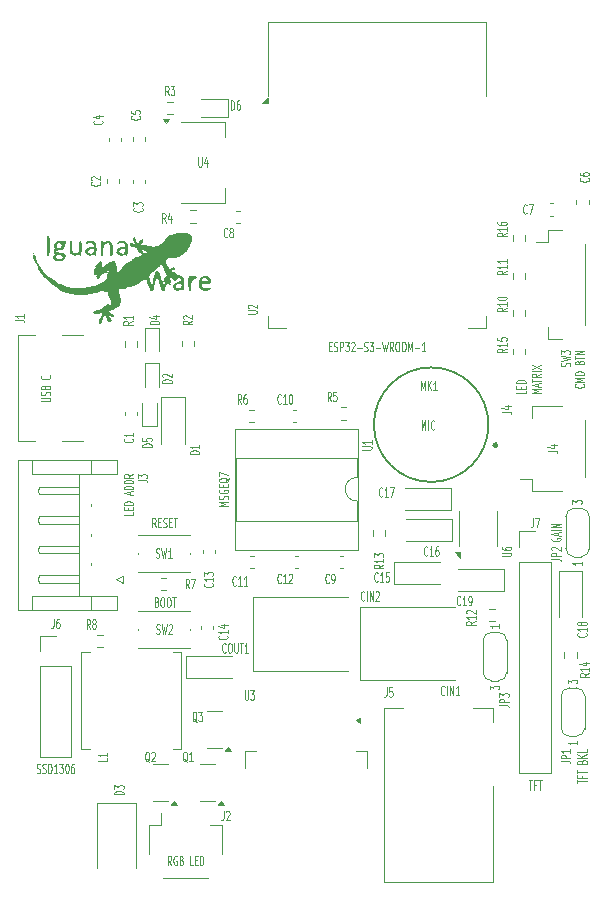
<source format=gbr>
%TF.GenerationSoftware,KiCad,Pcbnew,8.0.3*%
%TF.CreationDate,2024-07-09T19:18:38+01:00*%
%TF.ProjectId,LEDStrip,4c454453-7472-4697-902e-6b696361645f,rev?*%
%TF.SameCoordinates,Original*%
%TF.FileFunction,Legend,Top*%
%TF.FilePolarity,Positive*%
%FSLAX46Y46*%
G04 Gerber Fmt 4.6, Leading zero omitted, Abs format (unit mm)*
G04 Created by KiCad (PCBNEW 8.0.3) date 2024-07-09 19:18:38*
%MOMM*%
%LPD*%
G01*
G04 APERTURE LIST*
%ADD10C,0.100000*%
%ADD11C,0.125000*%
%ADD12C,0.120000*%
%ADD13C,0.000000*%
%ADD14C,0.127000*%
%ADD15C,0.300000*%
G04 APERTURE END LIST*
D10*
X159784836Y-91696895D02*
X159784836Y-90896895D01*
X159784836Y-90896895D02*
X159951503Y-91468323D01*
X159951503Y-91468323D02*
X160118169Y-90896895D01*
X160118169Y-90896895D02*
X160118169Y-91696895D01*
X160356265Y-91696895D02*
X160356265Y-90896895D01*
X160880074Y-91620704D02*
X160856265Y-91658800D01*
X160856265Y-91658800D02*
X160784836Y-91696895D01*
X160784836Y-91696895D02*
X160737217Y-91696895D01*
X160737217Y-91696895D02*
X160665789Y-91658800D01*
X160665789Y-91658800D02*
X160618170Y-91582609D01*
X160618170Y-91582609D02*
X160594360Y-91506419D01*
X160594360Y-91506419D02*
X160570551Y-91354038D01*
X160570551Y-91354038D02*
X160570551Y-91239752D01*
X160570551Y-91239752D02*
X160594360Y-91087371D01*
X160594360Y-91087371D02*
X160618170Y-91011180D01*
X160618170Y-91011180D02*
X160665789Y-90934990D01*
X160665789Y-90934990D02*
X160737217Y-90896895D01*
X160737217Y-90896895D02*
X160784836Y-90896895D01*
X160784836Y-90896895D02*
X160856265Y-90934990D01*
X160856265Y-90934990D02*
X160880074Y-90973085D01*
X168608940Y-88377068D02*
X168608940Y-88615163D01*
X168608940Y-88615163D02*
X167808940Y-88615163D01*
X168189892Y-88210401D02*
X168189892Y-88043734D01*
X168608940Y-87972306D02*
X168608940Y-88210401D01*
X168608940Y-88210401D02*
X167808940Y-88210401D01*
X167808940Y-88210401D02*
X167808940Y-87972306D01*
X168608940Y-87758020D02*
X167808940Y-87758020D01*
X167808940Y-87758020D02*
X167808940Y-87638972D01*
X167808940Y-87638972D02*
X167847035Y-87567544D01*
X167847035Y-87567544D02*
X167923225Y-87519925D01*
X167923225Y-87519925D02*
X167999416Y-87496115D01*
X167999416Y-87496115D02*
X168151797Y-87472306D01*
X168151797Y-87472306D02*
X168266083Y-87472306D01*
X168266083Y-87472306D02*
X168418464Y-87496115D01*
X168418464Y-87496115D02*
X168494654Y-87519925D01*
X168494654Y-87519925D02*
X168570845Y-87567544D01*
X168570845Y-87567544D02*
X168608940Y-87638972D01*
X168608940Y-87638972D02*
X168608940Y-87758020D01*
X169896895Y-88615163D02*
X169096895Y-88615163D01*
X169096895Y-88615163D02*
X169668323Y-88448496D01*
X169668323Y-88448496D02*
X169096895Y-88281830D01*
X169096895Y-88281830D02*
X169896895Y-88281830D01*
X169668323Y-88067543D02*
X169668323Y-87829448D01*
X169896895Y-88115162D02*
X169096895Y-87948496D01*
X169096895Y-87948496D02*
X169896895Y-87781829D01*
X169096895Y-87686591D02*
X169096895Y-87400877D01*
X169896895Y-87543734D02*
X169096895Y-87543734D01*
X169896895Y-86948497D02*
X169515942Y-87115163D01*
X169896895Y-87234211D02*
X169096895Y-87234211D01*
X169096895Y-87234211D02*
X169096895Y-87043735D01*
X169096895Y-87043735D02*
X169134990Y-86996116D01*
X169134990Y-86996116D02*
X169173085Y-86972306D01*
X169173085Y-86972306D02*
X169249276Y-86948497D01*
X169249276Y-86948497D02*
X169363561Y-86948497D01*
X169363561Y-86948497D02*
X169439752Y-86972306D01*
X169439752Y-86972306D02*
X169477847Y-86996116D01*
X169477847Y-86996116D02*
X169515942Y-87043735D01*
X169515942Y-87043735D02*
X169515942Y-87234211D01*
X169896895Y-86734211D02*
X169096895Y-86734211D01*
X169096895Y-86543735D02*
X169896895Y-86210402D01*
X169096895Y-86210402D02*
X169896895Y-86543735D01*
D11*
X137367950Y-106276547D02*
X137439378Y-106314642D01*
X137439378Y-106314642D02*
X137463188Y-106352738D01*
X137463188Y-106352738D02*
X137486997Y-106428928D01*
X137486997Y-106428928D02*
X137486997Y-106543214D01*
X137486997Y-106543214D02*
X137463188Y-106619404D01*
X137463188Y-106619404D02*
X137439378Y-106657500D01*
X137439378Y-106657500D02*
X137391759Y-106695595D01*
X137391759Y-106695595D02*
X137201283Y-106695595D01*
X137201283Y-106695595D02*
X137201283Y-105895595D01*
X137201283Y-105895595D02*
X137367950Y-105895595D01*
X137367950Y-105895595D02*
X137415569Y-105933690D01*
X137415569Y-105933690D02*
X137439378Y-105971785D01*
X137439378Y-105971785D02*
X137463188Y-106047976D01*
X137463188Y-106047976D02*
X137463188Y-106124166D01*
X137463188Y-106124166D02*
X137439378Y-106200357D01*
X137439378Y-106200357D02*
X137415569Y-106238452D01*
X137415569Y-106238452D02*
X137367950Y-106276547D01*
X137367950Y-106276547D02*
X137201283Y-106276547D01*
X137796521Y-105895595D02*
X137891759Y-105895595D01*
X137891759Y-105895595D02*
X137939378Y-105933690D01*
X137939378Y-105933690D02*
X137986997Y-106009880D01*
X137986997Y-106009880D02*
X138010807Y-106162261D01*
X138010807Y-106162261D02*
X138010807Y-106428928D01*
X138010807Y-106428928D02*
X137986997Y-106581309D01*
X137986997Y-106581309D02*
X137939378Y-106657500D01*
X137939378Y-106657500D02*
X137891759Y-106695595D01*
X137891759Y-106695595D02*
X137796521Y-106695595D01*
X137796521Y-106695595D02*
X137748902Y-106657500D01*
X137748902Y-106657500D02*
X137701283Y-106581309D01*
X137701283Y-106581309D02*
X137677474Y-106428928D01*
X137677474Y-106428928D02*
X137677474Y-106162261D01*
X137677474Y-106162261D02*
X137701283Y-106009880D01*
X137701283Y-106009880D02*
X137748902Y-105933690D01*
X137748902Y-105933690D02*
X137796521Y-105895595D01*
X138320331Y-105895595D02*
X138415569Y-105895595D01*
X138415569Y-105895595D02*
X138463188Y-105933690D01*
X138463188Y-105933690D02*
X138510807Y-106009880D01*
X138510807Y-106009880D02*
X138534617Y-106162261D01*
X138534617Y-106162261D02*
X138534617Y-106428928D01*
X138534617Y-106428928D02*
X138510807Y-106581309D01*
X138510807Y-106581309D02*
X138463188Y-106657500D01*
X138463188Y-106657500D02*
X138415569Y-106695595D01*
X138415569Y-106695595D02*
X138320331Y-106695595D01*
X138320331Y-106695595D02*
X138272712Y-106657500D01*
X138272712Y-106657500D02*
X138225093Y-106581309D01*
X138225093Y-106581309D02*
X138201284Y-106428928D01*
X138201284Y-106428928D02*
X138201284Y-106162261D01*
X138201284Y-106162261D02*
X138225093Y-106009880D01*
X138225093Y-106009880D02*
X138272712Y-105933690D01*
X138272712Y-105933690D02*
X138320331Y-105895595D01*
X138677475Y-105895595D02*
X138963189Y-105895595D01*
X138820332Y-106695595D02*
X138820332Y-105895595D01*
D10*
X166564895Y-90166666D02*
X167136323Y-90166666D01*
X167136323Y-90166666D02*
X167250609Y-90190475D01*
X167250609Y-90190475D02*
X167326800Y-90238094D01*
X167326800Y-90238094D02*
X167364895Y-90309523D01*
X167364895Y-90309523D02*
X167364895Y-90357142D01*
X166831561Y-89714285D02*
X167364895Y-89714285D01*
X166526800Y-89833333D02*
X167098228Y-89952380D01*
X167098228Y-89952380D02*
X167098228Y-89642857D01*
D11*
X170488595Y-93466666D02*
X171060023Y-93466666D01*
X171060023Y-93466666D02*
X171174309Y-93490475D01*
X171174309Y-93490475D02*
X171250500Y-93538094D01*
X171250500Y-93538094D02*
X171288595Y-93609523D01*
X171288595Y-93609523D02*
X171288595Y-93657142D01*
X170755261Y-93014285D02*
X171288595Y-93014285D01*
X170450500Y-93133333D02*
X171021928Y-93252380D01*
X171021928Y-93252380D02*
X171021928Y-92942857D01*
D10*
X170764895Y-102616666D02*
X171336323Y-102616666D01*
X171336323Y-102616666D02*
X171450609Y-102640475D01*
X171450609Y-102640475D02*
X171526800Y-102688094D01*
X171526800Y-102688094D02*
X171564895Y-102759523D01*
X171564895Y-102759523D02*
X171564895Y-102807142D01*
X171564895Y-102378571D02*
X170764895Y-102378571D01*
X170764895Y-102378571D02*
X170764895Y-102188095D01*
X170764895Y-102188095D02*
X170802990Y-102140476D01*
X170802990Y-102140476D02*
X170841085Y-102116666D01*
X170841085Y-102116666D02*
X170917276Y-102092857D01*
X170917276Y-102092857D02*
X171031561Y-102092857D01*
X171031561Y-102092857D02*
X171107752Y-102116666D01*
X171107752Y-102116666D02*
X171145847Y-102140476D01*
X171145847Y-102140476D02*
X171183942Y-102188095D01*
X171183942Y-102188095D02*
X171183942Y-102378571D01*
X170841085Y-101902380D02*
X170802990Y-101878571D01*
X170802990Y-101878571D02*
X170764895Y-101830952D01*
X170764895Y-101830952D02*
X170764895Y-101711904D01*
X170764895Y-101711904D02*
X170802990Y-101664285D01*
X170802990Y-101664285D02*
X170841085Y-101640476D01*
X170841085Y-101640476D02*
X170917276Y-101616666D01*
X170917276Y-101616666D02*
X170993466Y-101616666D01*
X170993466Y-101616666D02*
X171107752Y-101640476D01*
X171107752Y-101640476D02*
X171564895Y-101926190D01*
X171564895Y-101926190D02*
X171564895Y-101616666D01*
D11*
X170801690Y-100864285D02*
X170763595Y-100911904D01*
X170763595Y-100911904D02*
X170763595Y-100983333D01*
X170763595Y-100983333D02*
X170801690Y-101054761D01*
X170801690Y-101054761D02*
X170877880Y-101102380D01*
X170877880Y-101102380D02*
X170954071Y-101126190D01*
X170954071Y-101126190D02*
X171106452Y-101149999D01*
X171106452Y-101149999D02*
X171220738Y-101149999D01*
X171220738Y-101149999D02*
X171373119Y-101126190D01*
X171373119Y-101126190D02*
X171449309Y-101102380D01*
X171449309Y-101102380D02*
X171525500Y-101054761D01*
X171525500Y-101054761D02*
X171563595Y-100983333D01*
X171563595Y-100983333D02*
X171563595Y-100935714D01*
X171563595Y-100935714D02*
X171525500Y-100864285D01*
X171525500Y-100864285D02*
X171487404Y-100840476D01*
X171487404Y-100840476D02*
X171220738Y-100840476D01*
X171220738Y-100840476D02*
X171220738Y-100935714D01*
X171335023Y-100649999D02*
X171335023Y-100411904D01*
X171563595Y-100697618D02*
X170763595Y-100530952D01*
X170763595Y-100530952D02*
X171563595Y-100364285D01*
X171563595Y-100197619D02*
X170763595Y-100197619D01*
X171563595Y-99959524D02*
X170763595Y-99959524D01*
X170763595Y-99959524D02*
X171563595Y-99673810D01*
X171563595Y-99673810D02*
X170763595Y-99673810D01*
D10*
X173364895Y-102857142D02*
X173364895Y-103142856D01*
X173364895Y-102999999D02*
X172564895Y-102999999D01*
X172564895Y-102999999D02*
X172679180Y-103047618D01*
X172679180Y-103047618D02*
X172755371Y-103095237D01*
X172755371Y-103095237D02*
X172793466Y-103142856D01*
X172564895Y-97966666D02*
X172564895Y-97657142D01*
X172564895Y-97657142D02*
X172869657Y-97823809D01*
X172869657Y-97823809D02*
X172869657Y-97752380D01*
X172869657Y-97752380D02*
X172907752Y-97704761D01*
X172907752Y-97704761D02*
X172945847Y-97680952D01*
X172945847Y-97680952D02*
X173022038Y-97657142D01*
X173022038Y-97657142D02*
X173212514Y-97657142D01*
X173212514Y-97657142D02*
X173288704Y-97680952D01*
X173288704Y-97680952D02*
X173326800Y-97704761D01*
X173326800Y-97704761D02*
X173364895Y-97752380D01*
X173364895Y-97752380D02*
X173364895Y-97895237D01*
X173364895Y-97895237D02*
X173326800Y-97942856D01*
X173326800Y-97942856D02*
X173288704Y-97966666D01*
X135903704Y-65133333D02*
X135941800Y-65157142D01*
X135941800Y-65157142D02*
X135979895Y-65228571D01*
X135979895Y-65228571D02*
X135979895Y-65276190D01*
X135979895Y-65276190D02*
X135941800Y-65347618D01*
X135941800Y-65347618D02*
X135865609Y-65395237D01*
X135865609Y-65395237D02*
X135789419Y-65419047D01*
X135789419Y-65419047D02*
X135637038Y-65442856D01*
X135637038Y-65442856D02*
X135522752Y-65442856D01*
X135522752Y-65442856D02*
X135370371Y-65419047D01*
X135370371Y-65419047D02*
X135294180Y-65395237D01*
X135294180Y-65395237D02*
X135217990Y-65347618D01*
X135217990Y-65347618D02*
X135179895Y-65276190D01*
X135179895Y-65276190D02*
X135179895Y-65228571D01*
X135179895Y-65228571D02*
X135217990Y-65157142D01*
X135217990Y-65157142D02*
X135256085Y-65133333D01*
X135179895Y-64680952D02*
X135179895Y-64919047D01*
X135179895Y-64919047D02*
X135560847Y-64942856D01*
X135560847Y-64942856D02*
X135522752Y-64919047D01*
X135522752Y-64919047D02*
X135484657Y-64871428D01*
X135484657Y-64871428D02*
X135484657Y-64752380D01*
X135484657Y-64752380D02*
X135522752Y-64704761D01*
X135522752Y-64704761D02*
X135560847Y-64680952D01*
X135560847Y-64680952D02*
X135637038Y-64657142D01*
X135637038Y-64657142D02*
X135827514Y-64657142D01*
X135827514Y-64657142D02*
X135903704Y-64680952D01*
X135903704Y-64680952D02*
X135941800Y-64704761D01*
X135941800Y-64704761D02*
X135979895Y-64752380D01*
X135979895Y-64752380D02*
X135979895Y-64871428D01*
X135979895Y-64871428D02*
X135941800Y-64919047D01*
X135941800Y-64919047D02*
X135903704Y-64942856D01*
X156833333Y-113514895D02*
X156833333Y-114086323D01*
X156833333Y-114086323D02*
X156809524Y-114200609D01*
X156809524Y-114200609D02*
X156761905Y-114276800D01*
X156761905Y-114276800D02*
X156690476Y-114314895D01*
X156690476Y-114314895D02*
X156642857Y-114314895D01*
X157309523Y-113514895D02*
X157071428Y-113514895D01*
X157071428Y-113514895D02*
X157047619Y-113895847D01*
X157047619Y-113895847D02*
X157071428Y-113857752D01*
X157071428Y-113857752D02*
X157119047Y-113819657D01*
X157119047Y-113819657D02*
X157238095Y-113819657D01*
X157238095Y-113819657D02*
X157285714Y-113857752D01*
X157285714Y-113857752D02*
X157309523Y-113895847D01*
X157309523Y-113895847D02*
X157333333Y-113972038D01*
X157333333Y-113972038D02*
X157333333Y-114162514D01*
X157333333Y-114162514D02*
X157309523Y-114238704D01*
X157309523Y-114238704D02*
X157285714Y-114276800D01*
X157285714Y-114276800D02*
X157238095Y-114314895D01*
X157238095Y-114314895D02*
X157119047Y-114314895D01*
X157119047Y-114314895D02*
X157071428Y-114276800D01*
X157071428Y-114276800D02*
X157047619Y-114238704D01*
X173964895Y-112321428D02*
X173583942Y-112488094D01*
X173964895Y-112607142D02*
X173164895Y-112607142D01*
X173164895Y-112607142D02*
X173164895Y-112416666D01*
X173164895Y-112416666D02*
X173202990Y-112369047D01*
X173202990Y-112369047D02*
X173241085Y-112345237D01*
X173241085Y-112345237D02*
X173317276Y-112321428D01*
X173317276Y-112321428D02*
X173431561Y-112321428D01*
X173431561Y-112321428D02*
X173507752Y-112345237D01*
X173507752Y-112345237D02*
X173545847Y-112369047D01*
X173545847Y-112369047D02*
X173583942Y-112416666D01*
X173583942Y-112416666D02*
X173583942Y-112607142D01*
X173964895Y-111845237D02*
X173964895Y-112130951D01*
X173964895Y-111988094D02*
X173164895Y-111988094D01*
X173164895Y-111988094D02*
X173279180Y-112035713D01*
X173279180Y-112035713D02*
X173355371Y-112083332D01*
X173355371Y-112083332D02*
X173393466Y-112130951D01*
X173431561Y-111416666D02*
X173964895Y-111416666D01*
X173126800Y-111535714D02*
X173698228Y-111654761D01*
X173698228Y-111654761D02*
X173698228Y-111345238D01*
X134564895Y-122569047D02*
X133764895Y-122569047D01*
X133764895Y-122569047D02*
X133764895Y-122449999D01*
X133764895Y-122449999D02*
X133802990Y-122378571D01*
X133802990Y-122378571D02*
X133879180Y-122330952D01*
X133879180Y-122330952D02*
X133955371Y-122307142D01*
X133955371Y-122307142D02*
X134107752Y-122283333D01*
X134107752Y-122283333D02*
X134222038Y-122283333D01*
X134222038Y-122283333D02*
X134374419Y-122307142D01*
X134374419Y-122307142D02*
X134450609Y-122330952D01*
X134450609Y-122330952D02*
X134526800Y-122378571D01*
X134526800Y-122378571D02*
X134564895Y-122449999D01*
X134564895Y-122449999D02*
X134564895Y-122569047D01*
X133764895Y-122116666D02*
X133764895Y-121807142D01*
X133764895Y-121807142D02*
X134069657Y-121973809D01*
X134069657Y-121973809D02*
X134069657Y-121902380D01*
X134069657Y-121902380D02*
X134107752Y-121854761D01*
X134107752Y-121854761D02*
X134145847Y-121830952D01*
X134145847Y-121830952D02*
X134222038Y-121807142D01*
X134222038Y-121807142D02*
X134412514Y-121807142D01*
X134412514Y-121807142D02*
X134488704Y-121830952D01*
X134488704Y-121830952D02*
X134526800Y-121854761D01*
X134526800Y-121854761D02*
X134564895Y-121902380D01*
X134564895Y-121902380D02*
X134564895Y-122045237D01*
X134564895Y-122045237D02*
X134526800Y-122092856D01*
X134526800Y-122092856D02*
X134488704Y-122116666D01*
X156078571Y-104488704D02*
X156054762Y-104526800D01*
X156054762Y-104526800D02*
X155983333Y-104564895D01*
X155983333Y-104564895D02*
X155935714Y-104564895D01*
X155935714Y-104564895D02*
X155864286Y-104526800D01*
X155864286Y-104526800D02*
X155816667Y-104450609D01*
X155816667Y-104450609D02*
X155792857Y-104374419D01*
X155792857Y-104374419D02*
X155769048Y-104222038D01*
X155769048Y-104222038D02*
X155769048Y-104107752D01*
X155769048Y-104107752D02*
X155792857Y-103955371D01*
X155792857Y-103955371D02*
X155816667Y-103879180D01*
X155816667Y-103879180D02*
X155864286Y-103802990D01*
X155864286Y-103802990D02*
X155935714Y-103764895D01*
X155935714Y-103764895D02*
X155983333Y-103764895D01*
X155983333Y-103764895D02*
X156054762Y-103802990D01*
X156054762Y-103802990D02*
X156078571Y-103841085D01*
X156554762Y-104564895D02*
X156269048Y-104564895D01*
X156411905Y-104564895D02*
X156411905Y-103764895D01*
X156411905Y-103764895D02*
X156364286Y-103879180D01*
X156364286Y-103879180D02*
X156316667Y-103955371D01*
X156316667Y-103955371D02*
X156269048Y-103993466D01*
X157007142Y-103764895D02*
X156769047Y-103764895D01*
X156769047Y-103764895D02*
X156745238Y-104145847D01*
X156745238Y-104145847D02*
X156769047Y-104107752D01*
X156769047Y-104107752D02*
X156816666Y-104069657D01*
X156816666Y-104069657D02*
X156935714Y-104069657D01*
X156935714Y-104069657D02*
X156983333Y-104107752D01*
X156983333Y-104107752D02*
X157007142Y-104145847D01*
X157007142Y-104145847D02*
X157030952Y-104222038D01*
X157030952Y-104222038D02*
X157030952Y-104412514D01*
X157030952Y-104412514D02*
X157007142Y-104488704D01*
X157007142Y-104488704D02*
X156983333Y-104526800D01*
X156983333Y-104526800D02*
X156935714Y-104564895D01*
X156935714Y-104564895D02*
X156816666Y-104564895D01*
X156816666Y-104564895D02*
X156769047Y-104526800D01*
X156769047Y-104526800D02*
X156745238Y-104488704D01*
X171564895Y-119761026D02*
X172136323Y-119761026D01*
X172136323Y-119761026D02*
X172250609Y-119784835D01*
X172250609Y-119784835D02*
X172326800Y-119832454D01*
X172326800Y-119832454D02*
X172364895Y-119903883D01*
X172364895Y-119903883D02*
X172364895Y-119951502D01*
X172364895Y-119522931D02*
X171564895Y-119522931D01*
X171564895Y-119522931D02*
X171564895Y-119332455D01*
X171564895Y-119332455D02*
X171602990Y-119284836D01*
X171602990Y-119284836D02*
X171641085Y-119261026D01*
X171641085Y-119261026D02*
X171717276Y-119237217D01*
X171717276Y-119237217D02*
X171831561Y-119237217D01*
X171831561Y-119237217D02*
X171907752Y-119261026D01*
X171907752Y-119261026D02*
X171945847Y-119284836D01*
X171945847Y-119284836D02*
X171983942Y-119332455D01*
X171983942Y-119332455D02*
X171983942Y-119522931D01*
X172364895Y-118761026D02*
X172364895Y-119046740D01*
X172364895Y-118903883D02*
X171564895Y-118903883D01*
X171564895Y-118903883D02*
X171679180Y-118951502D01*
X171679180Y-118951502D02*
X171755371Y-118999121D01*
X171755371Y-118999121D02*
X171793466Y-119046740D01*
D11*
X172963595Y-121610805D02*
X172963595Y-121325091D01*
X173763595Y-121467948D02*
X172963595Y-121467948D01*
X173344547Y-120991758D02*
X173344547Y-121158425D01*
X173763595Y-121158425D02*
X172963595Y-121158425D01*
X172963595Y-121158425D02*
X172963595Y-120920330D01*
X172963595Y-120801282D02*
X172963595Y-120515568D01*
X173763595Y-120658425D02*
X172963595Y-120658425D01*
X173344547Y-119801283D02*
X173382642Y-119729855D01*
X173382642Y-119729855D02*
X173420738Y-119706045D01*
X173420738Y-119706045D02*
X173496928Y-119682236D01*
X173496928Y-119682236D02*
X173611214Y-119682236D01*
X173611214Y-119682236D02*
X173687404Y-119706045D01*
X173687404Y-119706045D02*
X173725500Y-119729855D01*
X173725500Y-119729855D02*
X173763595Y-119777474D01*
X173763595Y-119777474D02*
X173763595Y-119967950D01*
X173763595Y-119967950D02*
X172963595Y-119967950D01*
X172963595Y-119967950D02*
X172963595Y-119801283D01*
X172963595Y-119801283D02*
X173001690Y-119753664D01*
X173001690Y-119753664D02*
X173039785Y-119729855D01*
X173039785Y-119729855D02*
X173115976Y-119706045D01*
X173115976Y-119706045D02*
X173192166Y-119706045D01*
X173192166Y-119706045D02*
X173268357Y-119729855D01*
X173268357Y-119729855D02*
X173306452Y-119753664D01*
X173306452Y-119753664D02*
X173344547Y-119801283D01*
X173344547Y-119801283D02*
X173344547Y-119967950D01*
X173763595Y-119467950D02*
X172963595Y-119467950D01*
X173763595Y-119182236D02*
X173306452Y-119396521D01*
X172963595Y-119182236D02*
X173420738Y-119467950D01*
X173763595Y-118729855D02*
X173763595Y-118967950D01*
X173763595Y-118967950D02*
X172963595Y-118967950D01*
D10*
X172964895Y-118057142D02*
X172964895Y-118342856D01*
X172964895Y-118199999D02*
X172164895Y-118199999D01*
X172164895Y-118199999D02*
X172279180Y-118247618D01*
X172279180Y-118247618D02*
X172355371Y-118295237D01*
X172355371Y-118295237D02*
X172393466Y-118342856D01*
X172164895Y-113166666D02*
X172164895Y-112857142D01*
X172164895Y-112857142D02*
X172469657Y-113023809D01*
X172469657Y-113023809D02*
X172469657Y-112952380D01*
X172469657Y-112952380D02*
X172507752Y-112904761D01*
X172507752Y-112904761D02*
X172545847Y-112880952D01*
X172545847Y-112880952D02*
X172622038Y-112857142D01*
X172622038Y-112857142D02*
X172812514Y-112857142D01*
X172812514Y-112857142D02*
X172888704Y-112880952D01*
X172888704Y-112880952D02*
X172926800Y-112904761D01*
X172926800Y-112904761D02*
X172964895Y-112952380D01*
X172964895Y-112952380D02*
X172964895Y-113095237D01*
X172964895Y-113095237D02*
X172926800Y-113142856D01*
X172926800Y-113142856D02*
X172888704Y-113166666D01*
X154764895Y-93380952D02*
X155412514Y-93380952D01*
X155412514Y-93380952D02*
X155488704Y-93357142D01*
X155488704Y-93357142D02*
X155526800Y-93333333D01*
X155526800Y-93333333D02*
X155564895Y-93285714D01*
X155564895Y-93285714D02*
X155564895Y-93190476D01*
X155564895Y-93190476D02*
X155526800Y-93142857D01*
X155526800Y-93142857D02*
X155488704Y-93119047D01*
X155488704Y-93119047D02*
X155412514Y-93095238D01*
X155412514Y-93095238D02*
X154764895Y-93095238D01*
X155564895Y-92595237D02*
X155564895Y-92880951D01*
X155564895Y-92738094D02*
X154764895Y-92738094D01*
X154764895Y-92738094D02*
X154879180Y-92785713D01*
X154879180Y-92785713D02*
X154955371Y-92833332D01*
X154955371Y-92833332D02*
X154993466Y-92880951D01*
D11*
X143413595Y-98115952D02*
X142613595Y-98115952D01*
X142613595Y-98115952D02*
X143185023Y-97949285D01*
X143185023Y-97949285D02*
X142613595Y-97782619D01*
X142613595Y-97782619D02*
X143413595Y-97782619D01*
X143375500Y-97568332D02*
X143413595Y-97496904D01*
X143413595Y-97496904D02*
X143413595Y-97377856D01*
X143413595Y-97377856D02*
X143375500Y-97330237D01*
X143375500Y-97330237D02*
X143337404Y-97306428D01*
X143337404Y-97306428D02*
X143261214Y-97282618D01*
X143261214Y-97282618D02*
X143185023Y-97282618D01*
X143185023Y-97282618D02*
X143108833Y-97306428D01*
X143108833Y-97306428D02*
X143070738Y-97330237D01*
X143070738Y-97330237D02*
X143032642Y-97377856D01*
X143032642Y-97377856D02*
X142994547Y-97473094D01*
X142994547Y-97473094D02*
X142956452Y-97520713D01*
X142956452Y-97520713D02*
X142918357Y-97544523D01*
X142918357Y-97544523D02*
X142842166Y-97568332D01*
X142842166Y-97568332D02*
X142765976Y-97568332D01*
X142765976Y-97568332D02*
X142689785Y-97544523D01*
X142689785Y-97544523D02*
X142651690Y-97520713D01*
X142651690Y-97520713D02*
X142613595Y-97473094D01*
X142613595Y-97473094D02*
X142613595Y-97354047D01*
X142613595Y-97354047D02*
X142651690Y-97282618D01*
X142651690Y-96806428D02*
X142613595Y-96854047D01*
X142613595Y-96854047D02*
X142613595Y-96925476D01*
X142613595Y-96925476D02*
X142651690Y-96996904D01*
X142651690Y-96996904D02*
X142727880Y-97044523D01*
X142727880Y-97044523D02*
X142804071Y-97068333D01*
X142804071Y-97068333D02*
X142956452Y-97092142D01*
X142956452Y-97092142D02*
X143070738Y-97092142D01*
X143070738Y-97092142D02*
X143223119Y-97068333D01*
X143223119Y-97068333D02*
X143299309Y-97044523D01*
X143299309Y-97044523D02*
X143375500Y-96996904D01*
X143375500Y-96996904D02*
X143413595Y-96925476D01*
X143413595Y-96925476D02*
X143413595Y-96877857D01*
X143413595Y-96877857D02*
X143375500Y-96806428D01*
X143375500Y-96806428D02*
X143337404Y-96782619D01*
X143337404Y-96782619D02*
X143070738Y-96782619D01*
X143070738Y-96782619D02*
X143070738Y-96877857D01*
X142994547Y-96568333D02*
X142994547Y-96401666D01*
X143413595Y-96330238D02*
X143413595Y-96568333D01*
X143413595Y-96568333D02*
X142613595Y-96568333D01*
X142613595Y-96568333D02*
X142613595Y-96330238D01*
X143489785Y-95782619D02*
X143451690Y-95830238D01*
X143451690Y-95830238D02*
X143375500Y-95877857D01*
X143375500Y-95877857D02*
X143261214Y-95949285D01*
X143261214Y-95949285D02*
X143223119Y-95996904D01*
X143223119Y-95996904D02*
X143223119Y-96044523D01*
X143413595Y-96020714D02*
X143375500Y-96068333D01*
X143375500Y-96068333D02*
X143299309Y-96115952D01*
X143299309Y-96115952D02*
X143146928Y-96139761D01*
X143146928Y-96139761D02*
X142880261Y-96139761D01*
X142880261Y-96139761D02*
X142727880Y-96115952D01*
X142727880Y-96115952D02*
X142651690Y-96068333D01*
X142651690Y-96068333D02*
X142613595Y-96020714D01*
X142613595Y-96020714D02*
X142613595Y-95925476D01*
X142613595Y-95925476D02*
X142651690Y-95877857D01*
X142651690Y-95877857D02*
X142727880Y-95830238D01*
X142727880Y-95830238D02*
X142880261Y-95806428D01*
X142880261Y-95806428D02*
X143146928Y-95806428D01*
X143146928Y-95806428D02*
X143299309Y-95830238D01*
X143299309Y-95830238D02*
X143375500Y-95877857D01*
X143375500Y-95877857D02*
X143413595Y-95925476D01*
X143413595Y-95925476D02*
X143413595Y-96020714D01*
X142613595Y-95639761D02*
X142613595Y-95306428D01*
X142613595Y-95306428D02*
X143413595Y-95520713D01*
D10*
X136959895Y-93139047D02*
X136159895Y-93139047D01*
X136159895Y-93139047D02*
X136159895Y-93019999D01*
X136159895Y-93019999D02*
X136197990Y-92948571D01*
X136197990Y-92948571D02*
X136274180Y-92900952D01*
X136274180Y-92900952D02*
X136350371Y-92877142D01*
X136350371Y-92877142D02*
X136502752Y-92853333D01*
X136502752Y-92853333D02*
X136617038Y-92853333D01*
X136617038Y-92853333D02*
X136769419Y-92877142D01*
X136769419Y-92877142D02*
X136845609Y-92900952D01*
X136845609Y-92900952D02*
X136921800Y-92948571D01*
X136921800Y-92948571D02*
X136959895Y-93019999D01*
X136959895Y-93019999D02*
X136959895Y-93139047D01*
X136159895Y-92400952D02*
X136159895Y-92639047D01*
X136159895Y-92639047D02*
X136540847Y-92662856D01*
X136540847Y-92662856D02*
X136502752Y-92639047D01*
X136502752Y-92639047D02*
X136464657Y-92591428D01*
X136464657Y-92591428D02*
X136464657Y-92472380D01*
X136464657Y-92472380D02*
X136502752Y-92424761D01*
X136502752Y-92424761D02*
X136540847Y-92400952D01*
X136540847Y-92400952D02*
X136617038Y-92377142D01*
X136617038Y-92377142D02*
X136807514Y-92377142D01*
X136807514Y-92377142D02*
X136883704Y-92400952D01*
X136883704Y-92400952D02*
X136921800Y-92424761D01*
X136921800Y-92424761D02*
X136959895Y-92472380D01*
X136959895Y-92472380D02*
X136959895Y-92591428D01*
X136959895Y-92591428D02*
X136921800Y-92639047D01*
X136921800Y-92639047D02*
X136883704Y-92662856D01*
X136103704Y-72933333D02*
X136141800Y-72957142D01*
X136141800Y-72957142D02*
X136179895Y-73028571D01*
X136179895Y-73028571D02*
X136179895Y-73076190D01*
X136179895Y-73076190D02*
X136141800Y-73147618D01*
X136141800Y-73147618D02*
X136065609Y-73195237D01*
X136065609Y-73195237D02*
X135989419Y-73219047D01*
X135989419Y-73219047D02*
X135837038Y-73242856D01*
X135837038Y-73242856D02*
X135722752Y-73242856D01*
X135722752Y-73242856D02*
X135570371Y-73219047D01*
X135570371Y-73219047D02*
X135494180Y-73195237D01*
X135494180Y-73195237D02*
X135417990Y-73147618D01*
X135417990Y-73147618D02*
X135379895Y-73076190D01*
X135379895Y-73076190D02*
X135379895Y-73028571D01*
X135379895Y-73028571D02*
X135417990Y-72957142D01*
X135417990Y-72957142D02*
X135456085Y-72933333D01*
X135379895Y-72766666D02*
X135379895Y-72457142D01*
X135379895Y-72457142D02*
X135684657Y-72623809D01*
X135684657Y-72623809D02*
X135684657Y-72552380D01*
X135684657Y-72552380D02*
X135722752Y-72504761D01*
X135722752Y-72504761D02*
X135760847Y-72480952D01*
X135760847Y-72480952D02*
X135837038Y-72457142D01*
X135837038Y-72457142D02*
X136027514Y-72457142D01*
X136027514Y-72457142D02*
X136103704Y-72480952D01*
X136103704Y-72480952D02*
X136141800Y-72504761D01*
X136141800Y-72504761D02*
X136179895Y-72552380D01*
X136179895Y-72552380D02*
X136179895Y-72695237D01*
X136179895Y-72695237D02*
X136141800Y-72742856D01*
X136141800Y-72742856D02*
X136103704Y-72766666D01*
D11*
X173487404Y-87834617D02*
X173525500Y-87858426D01*
X173525500Y-87858426D02*
X173563595Y-87929855D01*
X173563595Y-87929855D02*
X173563595Y-87977474D01*
X173563595Y-87977474D02*
X173525500Y-88048902D01*
X173525500Y-88048902D02*
X173449309Y-88096521D01*
X173449309Y-88096521D02*
X173373119Y-88120331D01*
X173373119Y-88120331D02*
X173220738Y-88144140D01*
X173220738Y-88144140D02*
X173106452Y-88144140D01*
X173106452Y-88144140D02*
X172954071Y-88120331D01*
X172954071Y-88120331D02*
X172877880Y-88096521D01*
X172877880Y-88096521D02*
X172801690Y-88048902D01*
X172801690Y-88048902D02*
X172763595Y-87977474D01*
X172763595Y-87977474D02*
X172763595Y-87929855D01*
X172763595Y-87929855D02*
X172801690Y-87858426D01*
X172801690Y-87858426D02*
X172839785Y-87834617D01*
X173563595Y-87620331D02*
X172763595Y-87620331D01*
X172763595Y-87620331D02*
X173335023Y-87453664D01*
X173335023Y-87453664D02*
X172763595Y-87286998D01*
X172763595Y-87286998D02*
X173563595Y-87286998D01*
X173563595Y-87048902D02*
X172763595Y-87048902D01*
X172763595Y-87048902D02*
X172763595Y-86929854D01*
X172763595Y-86929854D02*
X172801690Y-86858426D01*
X172801690Y-86858426D02*
X172877880Y-86810807D01*
X172877880Y-86810807D02*
X172954071Y-86786997D01*
X172954071Y-86786997D02*
X173106452Y-86763188D01*
X173106452Y-86763188D02*
X173220738Y-86763188D01*
X173220738Y-86763188D02*
X173373119Y-86786997D01*
X173373119Y-86786997D02*
X173449309Y-86810807D01*
X173449309Y-86810807D02*
X173525500Y-86858426D01*
X173525500Y-86858426D02*
X173563595Y-86929854D01*
X173563595Y-86929854D02*
X173563595Y-87048902D01*
X173144547Y-86001283D02*
X173182642Y-85929855D01*
X173182642Y-85929855D02*
X173220738Y-85906045D01*
X173220738Y-85906045D02*
X173296928Y-85882236D01*
X173296928Y-85882236D02*
X173411214Y-85882236D01*
X173411214Y-85882236D02*
X173487404Y-85906045D01*
X173487404Y-85906045D02*
X173525500Y-85929855D01*
X173525500Y-85929855D02*
X173563595Y-85977474D01*
X173563595Y-85977474D02*
X173563595Y-86167950D01*
X173563595Y-86167950D02*
X172763595Y-86167950D01*
X172763595Y-86167950D02*
X172763595Y-86001283D01*
X172763595Y-86001283D02*
X172801690Y-85953664D01*
X172801690Y-85953664D02*
X172839785Y-85929855D01*
X172839785Y-85929855D02*
X172915976Y-85906045D01*
X172915976Y-85906045D02*
X172992166Y-85906045D01*
X172992166Y-85906045D02*
X173068357Y-85929855D01*
X173068357Y-85929855D02*
X173106452Y-85953664D01*
X173106452Y-85953664D02*
X173144547Y-86001283D01*
X173144547Y-86001283D02*
X173144547Y-86167950D01*
X172763595Y-85739378D02*
X172763595Y-85453664D01*
X173563595Y-85596521D02*
X172763595Y-85596521D01*
X173563595Y-85286998D02*
X172763595Y-85286998D01*
X172763595Y-85286998D02*
X173563595Y-85001284D01*
X173563595Y-85001284D02*
X172763595Y-85001284D01*
X172325500Y-86310806D02*
X172363595Y-86239378D01*
X172363595Y-86239378D02*
X172363595Y-86120330D01*
X172363595Y-86120330D02*
X172325500Y-86072711D01*
X172325500Y-86072711D02*
X172287404Y-86048902D01*
X172287404Y-86048902D02*
X172211214Y-86025092D01*
X172211214Y-86025092D02*
X172135023Y-86025092D01*
X172135023Y-86025092D02*
X172058833Y-86048902D01*
X172058833Y-86048902D02*
X172020738Y-86072711D01*
X172020738Y-86072711D02*
X171982642Y-86120330D01*
X171982642Y-86120330D02*
X171944547Y-86215568D01*
X171944547Y-86215568D02*
X171906452Y-86263187D01*
X171906452Y-86263187D02*
X171868357Y-86286997D01*
X171868357Y-86286997D02*
X171792166Y-86310806D01*
X171792166Y-86310806D02*
X171715976Y-86310806D01*
X171715976Y-86310806D02*
X171639785Y-86286997D01*
X171639785Y-86286997D02*
X171601690Y-86263187D01*
X171601690Y-86263187D02*
X171563595Y-86215568D01*
X171563595Y-86215568D02*
X171563595Y-86096521D01*
X171563595Y-86096521D02*
X171601690Y-86025092D01*
X171563595Y-85858426D02*
X172363595Y-85739378D01*
X172363595Y-85739378D02*
X171792166Y-85644140D01*
X171792166Y-85644140D02*
X172363595Y-85548902D01*
X172363595Y-85548902D02*
X171563595Y-85429855D01*
X171563595Y-85286997D02*
X171563595Y-84977473D01*
X171563595Y-84977473D02*
X171868357Y-85144140D01*
X171868357Y-85144140D02*
X171868357Y-85072711D01*
X171868357Y-85072711D02*
X171906452Y-85025092D01*
X171906452Y-85025092D02*
X171944547Y-85001283D01*
X171944547Y-85001283D02*
X172020738Y-84977473D01*
X172020738Y-84977473D02*
X172211214Y-84977473D01*
X172211214Y-84977473D02*
X172287404Y-85001283D01*
X172287404Y-85001283D02*
X172325500Y-85025092D01*
X172325500Y-85025092D02*
X172363595Y-85072711D01*
X172363595Y-85072711D02*
X172363595Y-85215568D01*
X172363595Y-85215568D02*
X172325500Y-85263187D01*
X172325500Y-85263187D02*
X172287404Y-85286997D01*
D10*
X140364895Y-82483333D02*
X139983942Y-82649999D01*
X140364895Y-82769047D02*
X139564895Y-82769047D01*
X139564895Y-82769047D02*
X139564895Y-82578571D01*
X139564895Y-82578571D02*
X139602990Y-82530952D01*
X139602990Y-82530952D02*
X139641085Y-82507142D01*
X139641085Y-82507142D02*
X139717276Y-82483333D01*
X139717276Y-82483333D02*
X139831561Y-82483333D01*
X139831561Y-82483333D02*
X139907752Y-82507142D01*
X139907752Y-82507142D02*
X139945847Y-82530952D01*
X139945847Y-82530952D02*
X139983942Y-82578571D01*
X139983942Y-82578571D02*
X139983942Y-82769047D01*
X139641085Y-82292856D02*
X139602990Y-82269047D01*
X139602990Y-82269047D02*
X139564895Y-82221428D01*
X139564895Y-82221428D02*
X139564895Y-82102380D01*
X139564895Y-82102380D02*
X139602990Y-82054761D01*
X139602990Y-82054761D02*
X139641085Y-82030952D01*
X139641085Y-82030952D02*
X139717276Y-82007142D01*
X139717276Y-82007142D02*
X139793466Y-82007142D01*
X139793466Y-82007142D02*
X139907752Y-82030952D01*
X139907752Y-82030952D02*
X140364895Y-82316666D01*
X140364895Y-82316666D02*
X140364895Y-82007142D01*
X137564895Y-82769047D02*
X136764895Y-82769047D01*
X136764895Y-82769047D02*
X136764895Y-82649999D01*
X136764895Y-82649999D02*
X136802990Y-82578571D01*
X136802990Y-82578571D02*
X136879180Y-82530952D01*
X136879180Y-82530952D02*
X136955371Y-82507142D01*
X136955371Y-82507142D02*
X137107752Y-82483333D01*
X137107752Y-82483333D02*
X137222038Y-82483333D01*
X137222038Y-82483333D02*
X137374419Y-82507142D01*
X137374419Y-82507142D02*
X137450609Y-82530952D01*
X137450609Y-82530952D02*
X137526800Y-82578571D01*
X137526800Y-82578571D02*
X137564895Y-82649999D01*
X137564895Y-82649999D02*
X137564895Y-82769047D01*
X137031561Y-82054761D02*
X137564895Y-82054761D01*
X136726800Y-82173809D02*
X137298228Y-82292856D01*
X137298228Y-82292856D02*
X137298228Y-81983333D01*
X143645952Y-64614895D02*
X143645952Y-63814895D01*
X143645952Y-63814895D02*
X143765000Y-63814895D01*
X143765000Y-63814895D02*
X143836428Y-63852990D01*
X143836428Y-63852990D02*
X143884047Y-63929180D01*
X143884047Y-63929180D02*
X143907857Y-64005371D01*
X143907857Y-64005371D02*
X143931666Y-64157752D01*
X143931666Y-64157752D02*
X143931666Y-64272038D01*
X143931666Y-64272038D02*
X143907857Y-64424419D01*
X143907857Y-64424419D02*
X143884047Y-64500609D01*
X143884047Y-64500609D02*
X143836428Y-64576800D01*
X143836428Y-64576800D02*
X143765000Y-64614895D01*
X143765000Y-64614895D02*
X143645952Y-64614895D01*
X144360238Y-63814895D02*
X144265000Y-63814895D01*
X144265000Y-63814895D02*
X144217381Y-63852990D01*
X144217381Y-63852990D02*
X144193571Y-63891085D01*
X144193571Y-63891085D02*
X144145952Y-64005371D01*
X144145952Y-64005371D02*
X144122143Y-64157752D01*
X144122143Y-64157752D02*
X144122143Y-64462514D01*
X144122143Y-64462514D02*
X144145952Y-64538704D01*
X144145952Y-64538704D02*
X144169762Y-64576800D01*
X144169762Y-64576800D02*
X144217381Y-64614895D01*
X144217381Y-64614895D02*
X144312619Y-64614895D01*
X144312619Y-64614895D02*
X144360238Y-64576800D01*
X144360238Y-64576800D02*
X144384047Y-64538704D01*
X144384047Y-64538704D02*
X144407857Y-64462514D01*
X144407857Y-64462514D02*
X144407857Y-64272038D01*
X144407857Y-64272038D02*
X144384047Y-64195847D01*
X144384047Y-64195847D02*
X144360238Y-64157752D01*
X144360238Y-64157752D02*
X144312619Y-64119657D01*
X144312619Y-64119657D02*
X144217381Y-64119657D01*
X144217381Y-64119657D02*
X144169762Y-64157752D01*
X144169762Y-64157752D02*
X144145952Y-64195847D01*
X144145952Y-64195847D02*
X144122143Y-64272038D01*
X152116666Y-89289895D02*
X151950000Y-88908942D01*
X151830952Y-89289895D02*
X151830952Y-88489895D01*
X151830952Y-88489895D02*
X152021428Y-88489895D01*
X152021428Y-88489895D02*
X152069047Y-88527990D01*
X152069047Y-88527990D02*
X152092857Y-88566085D01*
X152092857Y-88566085D02*
X152116666Y-88642276D01*
X152116666Y-88642276D02*
X152116666Y-88756561D01*
X152116666Y-88756561D02*
X152092857Y-88832752D01*
X152092857Y-88832752D02*
X152069047Y-88870847D01*
X152069047Y-88870847D02*
X152021428Y-88908942D01*
X152021428Y-88908942D02*
X151830952Y-88908942D01*
X152569047Y-88489895D02*
X152330952Y-88489895D01*
X152330952Y-88489895D02*
X152307143Y-88870847D01*
X152307143Y-88870847D02*
X152330952Y-88832752D01*
X152330952Y-88832752D02*
X152378571Y-88794657D01*
X152378571Y-88794657D02*
X152497619Y-88794657D01*
X152497619Y-88794657D02*
X152545238Y-88832752D01*
X152545238Y-88832752D02*
X152569047Y-88870847D01*
X152569047Y-88870847D02*
X152592857Y-88947038D01*
X152592857Y-88947038D02*
X152592857Y-89137514D01*
X152592857Y-89137514D02*
X152569047Y-89213704D01*
X152569047Y-89213704D02*
X152545238Y-89251800D01*
X152545238Y-89251800D02*
X152497619Y-89289895D01*
X152497619Y-89289895D02*
X152378571Y-89289895D01*
X152378571Y-89289895D02*
X152330952Y-89251800D01*
X152330952Y-89251800D02*
X152307143Y-89213704D01*
X168681666Y-73338704D02*
X168657857Y-73376800D01*
X168657857Y-73376800D02*
X168586428Y-73414895D01*
X168586428Y-73414895D02*
X168538809Y-73414895D01*
X168538809Y-73414895D02*
X168467381Y-73376800D01*
X168467381Y-73376800D02*
X168419762Y-73300609D01*
X168419762Y-73300609D02*
X168395952Y-73224419D01*
X168395952Y-73224419D02*
X168372143Y-73072038D01*
X168372143Y-73072038D02*
X168372143Y-72957752D01*
X168372143Y-72957752D02*
X168395952Y-72805371D01*
X168395952Y-72805371D02*
X168419762Y-72729180D01*
X168419762Y-72729180D02*
X168467381Y-72652990D01*
X168467381Y-72652990D02*
X168538809Y-72614895D01*
X168538809Y-72614895D02*
X168586428Y-72614895D01*
X168586428Y-72614895D02*
X168657857Y-72652990D01*
X168657857Y-72652990D02*
X168681666Y-72691085D01*
X168848333Y-72614895D02*
X169181666Y-72614895D01*
X169181666Y-72614895D02*
X168967381Y-73414895D01*
X137333334Y-108926800D02*
X137404762Y-108964895D01*
X137404762Y-108964895D02*
X137523810Y-108964895D01*
X137523810Y-108964895D02*
X137571429Y-108926800D01*
X137571429Y-108926800D02*
X137595238Y-108888704D01*
X137595238Y-108888704D02*
X137619048Y-108812514D01*
X137619048Y-108812514D02*
X137619048Y-108736323D01*
X137619048Y-108736323D02*
X137595238Y-108660133D01*
X137595238Y-108660133D02*
X137571429Y-108622038D01*
X137571429Y-108622038D02*
X137523810Y-108583942D01*
X137523810Y-108583942D02*
X137428572Y-108545847D01*
X137428572Y-108545847D02*
X137380953Y-108507752D01*
X137380953Y-108507752D02*
X137357143Y-108469657D01*
X137357143Y-108469657D02*
X137333334Y-108393466D01*
X137333334Y-108393466D02*
X137333334Y-108317276D01*
X137333334Y-108317276D02*
X137357143Y-108241085D01*
X137357143Y-108241085D02*
X137380953Y-108202990D01*
X137380953Y-108202990D02*
X137428572Y-108164895D01*
X137428572Y-108164895D02*
X137547619Y-108164895D01*
X137547619Y-108164895D02*
X137619048Y-108202990D01*
X137785714Y-108164895D02*
X137904762Y-108964895D01*
X137904762Y-108964895D02*
X138000000Y-108393466D01*
X138000000Y-108393466D02*
X138095238Y-108964895D01*
X138095238Y-108964895D02*
X138214286Y-108164895D01*
X138380953Y-108241085D02*
X138404762Y-108202990D01*
X138404762Y-108202990D02*
X138452381Y-108164895D01*
X138452381Y-108164895D02*
X138571429Y-108164895D01*
X138571429Y-108164895D02*
X138619048Y-108202990D01*
X138619048Y-108202990D02*
X138642857Y-108241085D01*
X138642857Y-108241085D02*
X138666667Y-108317276D01*
X138666667Y-108317276D02*
X138666667Y-108393466D01*
X138666667Y-108393466D02*
X138642857Y-108507752D01*
X138642857Y-108507752D02*
X138357143Y-108964895D01*
X138357143Y-108964895D02*
X138666667Y-108964895D01*
X132523704Y-70733333D02*
X132561800Y-70757142D01*
X132561800Y-70757142D02*
X132599895Y-70828571D01*
X132599895Y-70828571D02*
X132599895Y-70876190D01*
X132599895Y-70876190D02*
X132561800Y-70947618D01*
X132561800Y-70947618D02*
X132485609Y-70995237D01*
X132485609Y-70995237D02*
X132409419Y-71019047D01*
X132409419Y-71019047D02*
X132257038Y-71042856D01*
X132257038Y-71042856D02*
X132142752Y-71042856D01*
X132142752Y-71042856D02*
X131990371Y-71019047D01*
X131990371Y-71019047D02*
X131914180Y-70995237D01*
X131914180Y-70995237D02*
X131837990Y-70947618D01*
X131837990Y-70947618D02*
X131799895Y-70876190D01*
X131799895Y-70876190D02*
X131799895Y-70828571D01*
X131799895Y-70828571D02*
X131837990Y-70757142D01*
X131837990Y-70757142D02*
X131876085Y-70733333D01*
X131876085Y-70542856D02*
X131837990Y-70519047D01*
X131837990Y-70519047D02*
X131799895Y-70471428D01*
X131799895Y-70471428D02*
X131799895Y-70352380D01*
X131799895Y-70352380D02*
X131837990Y-70304761D01*
X131837990Y-70304761D02*
X131876085Y-70280952D01*
X131876085Y-70280952D02*
X131952276Y-70257142D01*
X131952276Y-70257142D02*
X132028466Y-70257142D01*
X132028466Y-70257142D02*
X132142752Y-70280952D01*
X132142752Y-70280952D02*
X132599895Y-70566666D01*
X132599895Y-70566666D02*
X132599895Y-70257142D01*
X166564895Y-102380952D02*
X167212514Y-102380952D01*
X167212514Y-102380952D02*
X167288704Y-102357142D01*
X167288704Y-102357142D02*
X167326800Y-102333333D01*
X167326800Y-102333333D02*
X167364895Y-102285714D01*
X167364895Y-102285714D02*
X167364895Y-102190476D01*
X167364895Y-102190476D02*
X167326800Y-102142857D01*
X167326800Y-102142857D02*
X167288704Y-102119047D01*
X167288704Y-102119047D02*
X167212514Y-102095238D01*
X167212514Y-102095238D02*
X166564895Y-102095238D01*
X166564895Y-101642856D02*
X166564895Y-101738094D01*
X166564895Y-101738094D02*
X166602990Y-101785713D01*
X166602990Y-101785713D02*
X166641085Y-101809523D01*
X166641085Y-101809523D02*
X166755371Y-101857142D01*
X166755371Y-101857142D02*
X166907752Y-101880951D01*
X166907752Y-101880951D02*
X167212514Y-101880951D01*
X167212514Y-101880951D02*
X167288704Y-101857142D01*
X167288704Y-101857142D02*
X167326800Y-101833332D01*
X167326800Y-101833332D02*
X167364895Y-101785713D01*
X167364895Y-101785713D02*
X167364895Y-101690475D01*
X167364895Y-101690475D02*
X167326800Y-101642856D01*
X167326800Y-101642856D02*
X167288704Y-101619047D01*
X167288704Y-101619047D02*
X167212514Y-101595237D01*
X167212514Y-101595237D02*
X167022038Y-101595237D01*
X167022038Y-101595237D02*
X166945847Y-101619047D01*
X166945847Y-101619047D02*
X166907752Y-101642856D01*
X166907752Y-101642856D02*
X166869657Y-101690475D01*
X166869657Y-101690475D02*
X166869657Y-101785713D01*
X166869657Y-101785713D02*
X166907752Y-101833332D01*
X166907752Y-101833332D02*
X166945847Y-101857142D01*
X166945847Y-101857142D02*
X167022038Y-101880951D01*
X135324895Y-82508333D02*
X134943942Y-82674999D01*
X135324895Y-82794047D02*
X134524895Y-82794047D01*
X134524895Y-82794047D02*
X134524895Y-82603571D01*
X134524895Y-82603571D02*
X134562990Y-82555952D01*
X134562990Y-82555952D02*
X134601085Y-82532142D01*
X134601085Y-82532142D02*
X134677276Y-82508333D01*
X134677276Y-82508333D02*
X134791561Y-82508333D01*
X134791561Y-82508333D02*
X134867752Y-82532142D01*
X134867752Y-82532142D02*
X134905847Y-82555952D01*
X134905847Y-82555952D02*
X134943942Y-82603571D01*
X134943942Y-82603571D02*
X134943942Y-82794047D01*
X135324895Y-82032142D02*
X135324895Y-82317856D01*
X135324895Y-82174999D02*
X134524895Y-82174999D01*
X134524895Y-82174999D02*
X134639180Y-82222618D01*
X134639180Y-82222618D02*
X134715371Y-82270237D01*
X134715371Y-82270237D02*
X134753466Y-82317856D01*
X166979895Y-78221428D02*
X166598942Y-78388094D01*
X166979895Y-78507142D02*
X166179895Y-78507142D01*
X166179895Y-78507142D02*
X166179895Y-78316666D01*
X166179895Y-78316666D02*
X166217990Y-78269047D01*
X166217990Y-78269047D02*
X166256085Y-78245237D01*
X166256085Y-78245237D02*
X166332276Y-78221428D01*
X166332276Y-78221428D02*
X166446561Y-78221428D01*
X166446561Y-78221428D02*
X166522752Y-78245237D01*
X166522752Y-78245237D02*
X166560847Y-78269047D01*
X166560847Y-78269047D02*
X166598942Y-78316666D01*
X166598942Y-78316666D02*
X166598942Y-78507142D01*
X166979895Y-77745237D02*
X166979895Y-78030951D01*
X166979895Y-77888094D02*
X166179895Y-77888094D01*
X166179895Y-77888094D02*
X166294180Y-77935713D01*
X166294180Y-77935713D02*
X166370371Y-77983332D01*
X166370371Y-77983332D02*
X166408466Y-78030951D01*
X166979895Y-77269047D02*
X166979895Y-77554761D01*
X166979895Y-77411904D02*
X166179895Y-77411904D01*
X166179895Y-77411904D02*
X166294180Y-77459523D01*
X166294180Y-77459523D02*
X166370371Y-77507142D01*
X166370371Y-77507142D02*
X166408466Y-77554761D01*
X154935714Y-106088704D02*
X154911905Y-106126800D01*
X154911905Y-106126800D02*
X154840476Y-106164895D01*
X154840476Y-106164895D02*
X154792857Y-106164895D01*
X154792857Y-106164895D02*
X154721429Y-106126800D01*
X154721429Y-106126800D02*
X154673810Y-106050609D01*
X154673810Y-106050609D02*
X154650000Y-105974419D01*
X154650000Y-105974419D02*
X154626191Y-105822038D01*
X154626191Y-105822038D02*
X154626191Y-105707752D01*
X154626191Y-105707752D02*
X154650000Y-105555371D01*
X154650000Y-105555371D02*
X154673810Y-105479180D01*
X154673810Y-105479180D02*
X154721429Y-105402990D01*
X154721429Y-105402990D02*
X154792857Y-105364895D01*
X154792857Y-105364895D02*
X154840476Y-105364895D01*
X154840476Y-105364895D02*
X154911905Y-105402990D01*
X154911905Y-105402990D02*
X154935714Y-105441085D01*
X155150000Y-106164895D02*
X155150000Y-105364895D01*
X155388095Y-106164895D02*
X155388095Y-105364895D01*
X155388095Y-105364895D02*
X155673809Y-106164895D01*
X155673809Y-106164895D02*
X155673809Y-105364895D01*
X155888096Y-105441085D02*
X155911905Y-105402990D01*
X155911905Y-105402990D02*
X155959524Y-105364895D01*
X155959524Y-105364895D02*
X156078572Y-105364895D01*
X156078572Y-105364895D02*
X156126191Y-105402990D01*
X156126191Y-105402990D02*
X156150000Y-105441085D01*
X156150000Y-105441085D02*
X156173810Y-105517276D01*
X156173810Y-105517276D02*
X156173810Y-105593466D01*
X156173810Y-105593466D02*
X156150000Y-105707752D01*
X156150000Y-105707752D02*
X155864286Y-106164895D01*
X155864286Y-106164895D02*
X156173810Y-106164895D01*
X138624895Y-87719047D02*
X137824895Y-87719047D01*
X137824895Y-87719047D02*
X137824895Y-87599999D01*
X137824895Y-87599999D02*
X137862990Y-87528571D01*
X137862990Y-87528571D02*
X137939180Y-87480952D01*
X137939180Y-87480952D02*
X138015371Y-87457142D01*
X138015371Y-87457142D02*
X138167752Y-87433333D01*
X138167752Y-87433333D02*
X138282038Y-87433333D01*
X138282038Y-87433333D02*
X138434419Y-87457142D01*
X138434419Y-87457142D02*
X138510609Y-87480952D01*
X138510609Y-87480952D02*
X138586800Y-87528571D01*
X138586800Y-87528571D02*
X138624895Y-87599999D01*
X138624895Y-87599999D02*
X138624895Y-87719047D01*
X137901085Y-87242856D02*
X137862990Y-87219047D01*
X137862990Y-87219047D02*
X137824895Y-87171428D01*
X137824895Y-87171428D02*
X137824895Y-87052380D01*
X137824895Y-87052380D02*
X137862990Y-87004761D01*
X137862990Y-87004761D02*
X137901085Y-86980952D01*
X137901085Y-86980952D02*
X137977276Y-86957142D01*
X137977276Y-86957142D02*
X138053466Y-86957142D01*
X138053466Y-86957142D02*
X138167752Y-86980952D01*
X138167752Y-86980952D02*
X138624895Y-87266666D01*
X138624895Y-87266666D02*
X138624895Y-86957142D01*
X166364895Y-115016666D02*
X166936323Y-115016666D01*
X166936323Y-115016666D02*
X167050609Y-115040475D01*
X167050609Y-115040475D02*
X167126800Y-115088094D01*
X167126800Y-115088094D02*
X167164895Y-115159523D01*
X167164895Y-115159523D02*
X167164895Y-115207142D01*
X167164895Y-114778571D02*
X166364895Y-114778571D01*
X166364895Y-114778571D02*
X166364895Y-114588095D01*
X166364895Y-114588095D02*
X166402990Y-114540476D01*
X166402990Y-114540476D02*
X166441085Y-114516666D01*
X166441085Y-114516666D02*
X166517276Y-114492857D01*
X166517276Y-114492857D02*
X166631561Y-114492857D01*
X166631561Y-114492857D02*
X166707752Y-114516666D01*
X166707752Y-114516666D02*
X166745847Y-114540476D01*
X166745847Y-114540476D02*
X166783942Y-114588095D01*
X166783942Y-114588095D02*
X166783942Y-114778571D01*
X166364895Y-114326190D02*
X166364895Y-114016666D01*
X166364895Y-114016666D02*
X166669657Y-114183333D01*
X166669657Y-114183333D02*
X166669657Y-114111904D01*
X166669657Y-114111904D02*
X166707752Y-114064285D01*
X166707752Y-114064285D02*
X166745847Y-114040476D01*
X166745847Y-114040476D02*
X166822038Y-114016666D01*
X166822038Y-114016666D02*
X167012514Y-114016666D01*
X167012514Y-114016666D02*
X167088704Y-114040476D01*
X167088704Y-114040476D02*
X167126800Y-114064285D01*
X167126800Y-114064285D02*
X167164895Y-114111904D01*
X167164895Y-114111904D02*
X167164895Y-114254761D01*
X167164895Y-114254761D02*
X167126800Y-114302380D01*
X167126800Y-114302380D02*
X167088704Y-114326190D01*
X166364895Y-108157142D02*
X166364895Y-108442856D01*
X166364895Y-108299999D02*
X165564895Y-108299999D01*
X165564895Y-108299999D02*
X165679180Y-108347618D01*
X165679180Y-108347618D02*
X165755371Y-108395237D01*
X165755371Y-108395237D02*
X165793466Y-108442856D01*
X165564895Y-113666666D02*
X165564895Y-113357142D01*
X165564895Y-113357142D02*
X165869657Y-113523809D01*
X165869657Y-113523809D02*
X165869657Y-113452380D01*
X165869657Y-113452380D02*
X165907752Y-113404761D01*
X165907752Y-113404761D02*
X165945847Y-113380952D01*
X165945847Y-113380952D02*
X166022038Y-113357142D01*
X166022038Y-113357142D02*
X166212514Y-113357142D01*
X166212514Y-113357142D02*
X166288704Y-113380952D01*
X166288704Y-113380952D02*
X166326800Y-113404761D01*
X166326800Y-113404761D02*
X166364895Y-113452380D01*
X166364895Y-113452380D02*
X166364895Y-113595237D01*
X166364895Y-113595237D02*
X166326800Y-113642856D01*
X166326800Y-113642856D02*
X166288704Y-113666666D01*
X143202380Y-110488704D02*
X143178571Y-110526800D01*
X143178571Y-110526800D02*
X143107142Y-110564895D01*
X143107142Y-110564895D02*
X143059523Y-110564895D01*
X143059523Y-110564895D02*
X142988095Y-110526800D01*
X142988095Y-110526800D02*
X142940476Y-110450609D01*
X142940476Y-110450609D02*
X142916666Y-110374419D01*
X142916666Y-110374419D02*
X142892857Y-110222038D01*
X142892857Y-110222038D02*
X142892857Y-110107752D01*
X142892857Y-110107752D02*
X142916666Y-109955371D01*
X142916666Y-109955371D02*
X142940476Y-109879180D01*
X142940476Y-109879180D02*
X142988095Y-109802990D01*
X142988095Y-109802990D02*
X143059523Y-109764895D01*
X143059523Y-109764895D02*
X143107142Y-109764895D01*
X143107142Y-109764895D02*
X143178571Y-109802990D01*
X143178571Y-109802990D02*
X143202380Y-109841085D01*
X143511904Y-109764895D02*
X143607142Y-109764895D01*
X143607142Y-109764895D02*
X143654761Y-109802990D01*
X143654761Y-109802990D02*
X143702380Y-109879180D01*
X143702380Y-109879180D02*
X143726190Y-110031561D01*
X143726190Y-110031561D02*
X143726190Y-110298228D01*
X143726190Y-110298228D02*
X143702380Y-110450609D01*
X143702380Y-110450609D02*
X143654761Y-110526800D01*
X143654761Y-110526800D02*
X143607142Y-110564895D01*
X143607142Y-110564895D02*
X143511904Y-110564895D01*
X143511904Y-110564895D02*
X143464285Y-110526800D01*
X143464285Y-110526800D02*
X143416666Y-110450609D01*
X143416666Y-110450609D02*
X143392857Y-110298228D01*
X143392857Y-110298228D02*
X143392857Y-110031561D01*
X143392857Y-110031561D02*
X143416666Y-109879180D01*
X143416666Y-109879180D02*
X143464285Y-109802990D01*
X143464285Y-109802990D02*
X143511904Y-109764895D01*
X143940476Y-109764895D02*
X143940476Y-110412514D01*
X143940476Y-110412514D02*
X143964286Y-110488704D01*
X143964286Y-110488704D02*
X143988095Y-110526800D01*
X143988095Y-110526800D02*
X144035714Y-110564895D01*
X144035714Y-110564895D02*
X144130952Y-110564895D01*
X144130952Y-110564895D02*
X144178571Y-110526800D01*
X144178571Y-110526800D02*
X144202381Y-110488704D01*
X144202381Y-110488704D02*
X144226190Y-110412514D01*
X144226190Y-110412514D02*
X144226190Y-109764895D01*
X144392858Y-109764895D02*
X144678572Y-109764895D01*
X144535715Y-110564895D02*
X144535715Y-109764895D01*
X145107143Y-110564895D02*
X144821429Y-110564895D01*
X144964286Y-110564895D02*
X144964286Y-109764895D01*
X144964286Y-109764895D02*
X144916667Y-109879180D01*
X144916667Y-109879180D02*
X144869048Y-109955371D01*
X144869048Y-109955371D02*
X144821429Y-109993466D01*
X132703704Y-65533333D02*
X132741800Y-65557142D01*
X132741800Y-65557142D02*
X132779895Y-65628571D01*
X132779895Y-65628571D02*
X132779895Y-65676190D01*
X132779895Y-65676190D02*
X132741800Y-65747618D01*
X132741800Y-65747618D02*
X132665609Y-65795237D01*
X132665609Y-65795237D02*
X132589419Y-65819047D01*
X132589419Y-65819047D02*
X132437038Y-65842856D01*
X132437038Y-65842856D02*
X132322752Y-65842856D01*
X132322752Y-65842856D02*
X132170371Y-65819047D01*
X132170371Y-65819047D02*
X132094180Y-65795237D01*
X132094180Y-65795237D02*
X132017990Y-65747618D01*
X132017990Y-65747618D02*
X131979895Y-65676190D01*
X131979895Y-65676190D02*
X131979895Y-65628571D01*
X131979895Y-65628571D02*
X132017990Y-65557142D01*
X132017990Y-65557142D02*
X132056085Y-65533333D01*
X132246561Y-65104761D02*
X132779895Y-65104761D01*
X131941800Y-65223809D02*
X132513228Y-65342856D01*
X132513228Y-65342856D02*
X132513228Y-65033333D01*
X125364895Y-82416666D02*
X125936323Y-82416666D01*
X125936323Y-82416666D02*
X126050609Y-82440475D01*
X126050609Y-82440475D02*
X126126800Y-82488094D01*
X126126800Y-82488094D02*
X126164895Y-82559523D01*
X126164895Y-82559523D02*
X126164895Y-82607142D01*
X126164895Y-81916666D02*
X126164895Y-82202380D01*
X126164895Y-82059523D02*
X125364895Y-82059523D01*
X125364895Y-82059523D02*
X125479180Y-82107142D01*
X125479180Y-82107142D02*
X125555371Y-82154761D01*
X125555371Y-82154761D02*
X125593466Y-82202380D01*
D11*
X127563595Y-89271428D02*
X128211214Y-89271428D01*
X128211214Y-89271428D02*
X128287404Y-89247618D01*
X128287404Y-89247618D02*
X128325500Y-89223809D01*
X128325500Y-89223809D02*
X128363595Y-89176190D01*
X128363595Y-89176190D02*
X128363595Y-89080952D01*
X128363595Y-89080952D02*
X128325500Y-89033333D01*
X128325500Y-89033333D02*
X128287404Y-89009523D01*
X128287404Y-89009523D02*
X128211214Y-88985714D01*
X128211214Y-88985714D02*
X127563595Y-88985714D01*
X128325500Y-88771427D02*
X128363595Y-88699999D01*
X128363595Y-88699999D02*
X128363595Y-88580951D01*
X128363595Y-88580951D02*
X128325500Y-88533332D01*
X128325500Y-88533332D02*
X128287404Y-88509523D01*
X128287404Y-88509523D02*
X128211214Y-88485713D01*
X128211214Y-88485713D02*
X128135023Y-88485713D01*
X128135023Y-88485713D02*
X128058833Y-88509523D01*
X128058833Y-88509523D02*
X128020738Y-88533332D01*
X128020738Y-88533332D02*
X127982642Y-88580951D01*
X127982642Y-88580951D02*
X127944547Y-88676189D01*
X127944547Y-88676189D02*
X127906452Y-88723808D01*
X127906452Y-88723808D02*
X127868357Y-88747618D01*
X127868357Y-88747618D02*
X127792166Y-88771427D01*
X127792166Y-88771427D02*
X127715976Y-88771427D01*
X127715976Y-88771427D02*
X127639785Y-88747618D01*
X127639785Y-88747618D02*
X127601690Y-88723808D01*
X127601690Y-88723808D02*
X127563595Y-88676189D01*
X127563595Y-88676189D02*
X127563595Y-88557142D01*
X127563595Y-88557142D02*
X127601690Y-88485713D01*
X127944547Y-88104761D02*
X127982642Y-88033333D01*
X127982642Y-88033333D02*
X128020738Y-88009523D01*
X128020738Y-88009523D02*
X128096928Y-87985714D01*
X128096928Y-87985714D02*
X128211214Y-87985714D01*
X128211214Y-87985714D02*
X128287404Y-88009523D01*
X128287404Y-88009523D02*
X128325500Y-88033333D01*
X128325500Y-88033333D02*
X128363595Y-88080952D01*
X128363595Y-88080952D02*
X128363595Y-88271428D01*
X128363595Y-88271428D02*
X127563595Y-88271428D01*
X127563595Y-88271428D02*
X127563595Y-88104761D01*
X127563595Y-88104761D02*
X127601690Y-88057142D01*
X127601690Y-88057142D02*
X127639785Y-88033333D01*
X127639785Y-88033333D02*
X127715976Y-88009523D01*
X127715976Y-88009523D02*
X127792166Y-88009523D01*
X127792166Y-88009523D02*
X127868357Y-88033333D01*
X127868357Y-88033333D02*
X127906452Y-88057142D01*
X127906452Y-88057142D02*
X127944547Y-88104761D01*
X127944547Y-88104761D02*
X127944547Y-88271428D01*
X128287404Y-87104762D02*
X128325500Y-87128571D01*
X128325500Y-87128571D02*
X128363595Y-87200000D01*
X128363595Y-87200000D02*
X128363595Y-87247619D01*
X128363595Y-87247619D02*
X128325500Y-87319047D01*
X128325500Y-87319047D02*
X128249309Y-87366666D01*
X128249309Y-87366666D02*
X128173119Y-87390476D01*
X128173119Y-87390476D02*
X128020738Y-87414285D01*
X128020738Y-87414285D02*
X127906452Y-87414285D01*
X127906452Y-87414285D02*
X127754071Y-87390476D01*
X127754071Y-87390476D02*
X127677880Y-87366666D01*
X127677880Y-87366666D02*
X127601690Y-87319047D01*
X127601690Y-87319047D02*
X127563595Y-87247619D01*
X127563595Y-87247619D02*
X127563595Y-87200000D01*
X127563595Y-87200000D02*
X127601690Y-87128571D01*
X127601690Y-87128571D02*
X127639785Y-87104762D01*
D10*
X173688704Y-108921428D02*
X173726800Y-108945237D01*
X173726800Y-108945237D02*
X173764895Y-109016666D01*
X173764895Y-109016666D02*
X173764895Y-109064285D01*
X173764895Y-109064285D02*
X173726800Y-109135713D01*
X173726800Y-109135713D02*
X173650609Y-109183332D01*
X173650609Y-109183332D02*
X173574419Y-109207142D01*
X173574419Y-109207142D02*
X173422038Y-109230951D01*
X173422038Y-109230951D02*
X173307752Y-109230951D01*
X173307752Y-109230951D02*
X173155371Y-109207142D01*
X173155371Y-109207142D02*
X173079180Y-109183332D01*
X173079180Y-109183332D02*
X173002990Y-109135713D01*
X173002990Y-109135713D02*
X172964895Y-109064285D01*
X172964895Y-109064285D02*
X172964895Y-109016666D01*
X172964895Y-109016666D02*
X173002990Y-108945237D01*
X173002990Y-108945237D02*
X173041085Y-108921428D01*
X173764895Y-108445237D02*
X173764895Y-108730951D01*
X173764895Y-108588094D02*
X172964895Y-108588094D01*
X172964895Y-108588094D02*
X173079180Y-108635713D01*
X173079180Y-108635713D02*
X173155371Y-108683332D01*
X173155371Y-108683332D02*
X173193466Y-108730951D01*
X173307752Y-108159523D02*
X173269657Y-108207142D01*
X173269657Y-108207142D02*
X173231561Y-108230952D01*
X173231561Y-108230952D02*
X173155371Y-108254761D01*
X173155371Y-108254761D02*
X173117276Y-108254761D01*
X173117276Y-108254761D02*
X173041085Y-108230952D01*
X173041085Y-108230952D02*
X173002990Y-108207142D01*
X173002990Y-108207142D02*
X172964895Y-108159523D01*
X172964895Y-108159523D02*
X172964895Y-108064285D01*
X172964895Y-108064285D02*
X173002990Y-108016666D01*
X173002990Y-108016666D02*
X173041085Y-107992857D01*
X173041085Y-107992857D02*
X173117276Y-107969047D01*
X173117276Y-107969047D02*
X173155371Y-107969047D01*
X173155371Y-107969047D02*
X173231561Y-107992857D01*
X173231561Y-107992857D02*
X173269657Y-108016666D01*
X173269657Y-108016666D02*
X173307752Y-108064285D01*
X173307752Y-108064285D02*
X173307752Y-108159523D01*
X173307752Y-108159523D02*
X173345847Y-108207142D01*
X173345847Y-108207142D02*
X173383942Y-108230952D01*
X173383942Y-108230952D02*
X173460133Y-108254761D01*
X173460133Y-108254761D02*
X173612514Y-108254761D01*
X173612514Y-108254761D02*
X173688704Y-108230952D01*
X173688704Y-108230952D02*
X173726800Y-108207142D01*
X173726800Y-108207142D02*
X173764895Y-108159523D01*
X173764895Y-108159523D02*
X173764895Y-108064285D01*
X173764895Y-108064285D02*
X173726800Y-108016666D01*
X173726800Y-108016666D02*
X173688704Y-107992857D01*
X173688704Y-107992857D02*
X173612514Y-107969047D01*
X173612514Y-107969047D02*
X173460133Y-107969047D01*
X173460133Y-107969047D02*
X173383942Y-107992857D01*
X173383942Y-107992857D02*
X173345847Y-108016666D01*
X173345847Y-108016666D02*
X173307752Y-108064285D01*
X143033333Y-123964895D02*
X143033333Y-124536323D01*
X143033333Y-124536323D02*
X143009524Y-124650609D01*
X143009524Y-124650609D02*
X142961905Y-124726800D01*
X142961905Y-124726800D02*
X142890476Y-124764895D01*
X142890476Y-124764895D02*
X142842857Y-124764895D01*
X143247619Y-124041085D02*
X143271428Y-124002990D01*
X143271428Y-124002990D02*
X143319047Y-123964895D01*
X143319047Y-123964895D02*
X143438095Y-123964895D01*
X143438095Y-123964895D02*
X143485714Y-124002990D01*
X143485714Y-124002990D02*
X143509523Y-124041085D01*
X143509523Y-124041085D02*
X143533333Y-124117276D01*
X143533333Y-124117276D02*
X143533333Y-124193466D01*
X143533333Y-124193466D02*
X143509523Y-124307752D01*
X143509523Y-124307752D02*
X143223809Y-124764895D01*
X143223809Y-124764895D02*
X143533333Y-124764895D01*
D11*
X138585714Y-128563595D02*
X138419048Y-128182642D01*
X138300000Y-128563595D02*
X138300000Y-127763595D01*
X138300000Y-127763595D02*
X138490476Y-127763595D01*
X138490476Y-127763595D02*
X138538095Y-127801690D01*
X138538095Y-127801690D02*
X138561905Y-127839785D01*
X138561905Y-127839785D02*
X138585714Y-127915976D01*
X138585714Y-127915976D02*
X138585714Y-128030261D01*
X138585714Y-128030261D02*
X138561905Y-128106452D01*
X138561905Y-128106452D02*
X138538095Y-128144547D01*
X138538095Y-128144547D02*
X138490476Y-128182642D01*
X138490476Y-128182642D02*
X138300000Y-128182642D01*
X139061905Y-127801690D02*
X139014286Y-127763595D01*
X139014286Y-127763595D02*
X138942857Y-127763595D01*
X138942857Y-127763595D02*
X138871429Y-127801690D01*
X138871429Y-127801690D02*
X138823810Y-127877880D01*
X138823810Y-127877880D02*
X138800000Y-127954071D01*
X138800000Y-127954071D02*
X138776191Y-128106452D01*
X138776191Y-128106452D02*
X138776191Y-128220738D01*
X138776191Y-128220738D02*
X138800000Y-128373119D01*
X138800000Y-128373119D02*
X138823810Y-128449309D01*
X138823810Y-128449309D02*
X138871429Y-128525500D01*
X138871429Y-128525500D02*
X138942857Y-128563595D01*
X138942857Y-128563595D02*
X138990476Y-128563595D01*
X138990476Y-128563595D02*
X139061905Y-128525500D01*
X139061905Y-128525500D02*
X139085714Y-128487404D01*
X139085714Y-128487404D02*
X139085714Y-128220738D01*
X139085714Y-128220738D02*
X138990476Y-128220738D01*
X139466667Y-128144547D02*
X139538095Y-128182642D01*
X139538095Y-128182642D02*
X139561905Y-128220738D01*
X139561905Y-128220738D02*
X139585714Y-128296928D01*
X139585714Y-128296928D02*
X139585714Y-128411214D01*
X139585714Y-128411214D02*
X139561905Y-128487404D01*
X139561905Y-128487404D02*
X139538095Y-128525500D01*
X139538095Y-128525500D02*
X139490476Y-128563595D01*
X139490476Y-128563595D02*
X139300000Y-128563595D01*
X139300000Y-128563595D02*
X139300000Y-127763595D01*
X139300000Y-127763595D02*
X139466667Y-127763595D01*
X139466667Y-127763595D02*
X139514286Y-127801690D01*
X139514286Y-127801690D02*
X139538095Y-127839785D01*
X139538095Y-127839785D02*
X139561905Y-127915976D01*
X139561905Y-127915976D02*
X139561905Y-127992166D01*
X139561905Y-127992166D02*
X139538095Y-128068357D01*
X139538095Y-128068357D02*
X139514286Y-128106452D01*
X139514286Y-128106452D02*
X139466667Y-128144547D01*
X139466667Y-128144547D02*
X139300000Y-128144547D01*
X140419047Y-128563595D02*
X140180952Y-128563595D01*
X140180952Y-128563595D02*
X140180952Y-127763595D01*
X140585714Y-128144547D02*
X140752381Y-128144547D01*
X140823809Y-128563595D02*
X140585714Y-128563595D01*
X140585714Y-128563595D02*
X140585714Y-127763595D01*
X140585714Y-127763595D02*
X140823809Y-127763595D01*
X141038095Y-128563595D02*
X141038095Y-127763595D01*
X141038095Y-127763595D02*
X141157143Y-127763595D01*
X141157143Y-127763595D02*
X141228571Y-127801690D01*
X141228571Y-127801690D02*
X141276190Y-127877880D01*
X141276190Y-127877880D02*
X141300000Y-127954071D01*
X141300000Y-127954071D02*
X141323809Y-128106452D01*
X141323809Y-128106452D02*
X141323809Y-128220738D01*
X141323809Y-128220738D02*
X141300000Y-128373119D01*
X141300000Y-128373119D02*
X141276190Y-128449309D01*
X141276190Y-128449309D02*
X141228571Y-128525500D01*
X141228571Y-128525500D02*
X141157143Y-128563595D01*
X141157143Y-128563595D02*
X141038095Y-128563595D01*
D10*
X135764895Y-95966666D02*
X136336323Y-95966666D01*
X136336323Y-95966666D02*
X136450609Y-95990475D01*
X136450609Y-95990475D02*
X136526800Y-96038094D01*
X136526800Y-96038094D02*
X136564895Y-96109523D01*
X136564895Y-96109523D02*
X136564895Y-96157142D01*
X135764895Y-95776190D02*
X135764895Y-95466666D01*
X135764895Y-95466666D02*
X136069657Y-95633333D01*
X136069657Y-95633333D02*
X136069657Y-95561904D01*
X136069657Y-95561904D02*
X136107752Y-95514285D01*
X136107752Y-95514285D02*
X136145847Y-95490476D01*
X136145847Y-95490476D02*
X136222038Y-95466666D01*
X136222038Y-95466666D02*
X136412514Y-95466666D01*
X136412514Y-95466666D02*
X136488704Y-95490476D01*
X136488704Y-95490476D02*
X136526800Y-95514285D01*
X136526800Y-95514285D02*
X136564895Y-95561904D01*
X136564895Y-95561904D02*
X136564895Y-95704761D01*
X136564895Y-95704761D02*
X136526800Y-95752380D01*
X136526800Y-95752380D02*
X136488704Y-95776190D01*
D11*
X135363595Y-98676190D02*
X135363595Y-98914285D01*
X135363595Y-98914285D02*
X134563595Y-98914285D01*
X134944547Y-98509523D02*
X134944547Y-98342856D01*
X135363595Y-98271428D02*
X135363595Y-98509523D01*
X135363595Y-98509523D02*
X134563595Y-98509523D01*
X134563595Y-98509523D02*
X134563595Y-98271428D01*
X135363595Y-98057142D02*
X134563595Y-98057142D01*
X134563595Y-98057142D02*
X134563595Y-97938094D01*
X134563595Y-97938094D02*
X134601690Y-97866666D01*
X134601690Y-97866666D02*
X134677880Y-97819047D01*
X134677880Y-97819047D02*
X134754071Y-97795237D01*
X134754071Y-97795237D02*
X134906452Y-97771428D01*
X134906452Y-97771428D02*
X135020738Y-97771428D01*
X135020738Y-97771428D02*
X135173119Y-97795237D01*
X135173119Y-97795237D02*
X135249309Y-97819047D01*
X135249309Y-97819047D02*
X135325500Y-97866666D01*
X135325500Y-97866666D02*
X135363595Y-97938094D01*
X135363595Y-97938094D02*
X135363595Y-98057142D01*
X135135023Y-97199999D02*
X135135023Y-96961904D01*
X135363595Y-97247618D02*
X134563595Y-97080952D01*
X134563595Y-97080952D02*
X135363595Y-96914285D01*
X135363595Y-96747619D02*
X134563595Y-96747619D01*
X134563595Y-96747619D02*
X134563595Y-96628571D01*
X134563595Y-96628571D02*
X134601690Y-96557143D01*
X134601690Y-96557143D02*
X134677880Y-96509524D01*
X134677880Y-96509524D02*
X134754071Y-96485714D01*
X134754071Y-96485714D02*
X134906452Y-96461905D01*
X134906452Y-96461905D02*
X135020738Y-96461905D01*
X135020738Y-96461905D02*
X135173119Y-96485714D01*
X135173119Y-96485714D02*
X135249309Y-96509524D01*
X135249309Y-96509524D02*
X135325500Y-96557143D01*
X135325500Y-96557143D02*
X135363595Y-96628571D01*
X135363595Y-96628571D02*
X135363595Y-96747619D01*
X135363595Y-96247619D02*
X134563595Y-96247619D01*
X134563595Y-96247619D02*
X134563595Y-96128571D01*
X134563595Y-96128571D02*
X134601690Y-96057143D01*
X134601690Y-96057143D02*
X134677880Y-96009524D01*
X134677880Y-96009524D02*
X134754071Y-95985714D01*
X134754071Y-95985714D02*
X134906452Y-95961905D01*
X134906452Y-95961905D02*
X135020738Y-95961905D01*
X135020738Y-95961905D02*
X135173119Y-95985714D01*
X135173119Y-95985714D02*
X135249309Y-96009524D01*
X135249309Y-96009524D02*
X135325500Y-96057143D01*
X135325500Y-96057143D02*
X135363595Y-96128571D01*
X135363595Y-96128571D02*
X135363595Y-96247619D01*
X135363595Y-95461905D02*
X134982642Y-95628571D01*
X135363595Y-95747619D02*
X134563595Y-95747619D01*
X134563595Y-95747619D02*
X134563595Y-95557143D01*
X134563595Y-95557143D02*
X134601690Y-95509524D01*
X134601690Y-95509524D02*
X134639785Y-95485714D01*
X134639785Y-95485714D02*
X134715976Y-95461905D01*
X134715976Y-95461905D02*
X134830261Y-95461905D01*
X134830261Y-95461905D02*
X134906452Y-95485714D01*
X134906452Y-95485714D02*
X134944547Y-95509524D01*
X134944547Y-95509524D02*
X134982642Y-95557143D01*
X134982642Y-95557143D02*
X134982642Y-95747619D01*
D10*
X144078571Y-104813704D02*
X144054762Y-104851800D01*
X144054762Y-104851800D02*
X143983333Y-104889895D01*
X143983333Y-104889895D02*
X143935714Y-104889895D01*
X143935714Y-104889895D02*
X143864286Y-104851800D01*
X143864286Y-104851800D02*
X143816667Y-104775609D01*
X143816667Y-104775609D02*
X143792857Y-104699419D01*
X143792857Y-104699419D02*
X143769048Y-104547038D01*
X143769048Y-104547038D02*
X143769048Y-104432752D01*
X143769048Y-104432752D02*
X143792857Y-104280371D01*
X143792857Y-104280371D02*
X143816667Y-104204180D01*
X143816667Y-104204180D02*
X143864286Y-104127990D01*
X143864286Y-104127990D02*
X143935714Y-104089895D01*
X143935714Y-104089895D02*
X143983333Y-104089895D01*
X143983333Y-104089895D02*
X144054762Y-104127990D01*
X144054762Y-104127990D02*
X144078571Y-104166085D01*
X144554762Y-104889895D02*
X144269048Y-104889895D01*
X144411905Y-104889895D02*
X144411905Y-104089895D01*
X144411905Y-104089895D02*
X144364286Y-104204180D01*
X144364286Y-104204180D02*
X144316667Y-104280371D01*
X144316667Y-104280371D02*
X144269048Y-104318466D01*
X145030952Y-104889895D02*
X144745238Y-104889895D01*
X144888095Y-104889895D02*
X144888095Y-104089895D01*
X144888095Y-104089895D02*
X144840476Y-104204180D01*
X144840476Y-104204180D02*
X144792857Y-104280371D01*
X144792857Y-104280371D02*
X144745238Y-104318466D01*
X139952380Y-119841085D02*
X139904761Y-119802990D01*
X139904761Y-119802990D02*
X139857142Y-119726800D01*
X139857142Y-119726800D02*
X139785714Y-119612514D01*
X139785714Y-119612514D02*
X139738095Y-119574419D01*
X139738095Y-119574419D02*
X139690476Y-119574419D01*
X139714285Y-119764895D02*
X139666666Y-119726800D01*
X139666666Y-119726800D02*
X139619047Y-119650609D01*
X139619047Y-119650609D02*
X139595238Y-119498228D01*
X139595238Y-119498228D02*
X139595238Y-119231561D01*
X139595238Y-119231561D02*
X139619047Y-119079180D01*
X139619047Y-119079180D02*
X139666666Y-119002990D01*
X139666666Y-119002990D02*
X139714285Y-118964895D01*
X139714285Y-118964895D02*
X139809523Y-118964895D01*
X139809523Y-118964895D02*
X139857142Y-119002990D01*
X139857142Y-119002990D02*
X139904761Y-119079180D01*
X139904761Y-119079180D02*
X139928571Y-119231561D01*
X139928571Y-119231561D02*
X139928571Y-119498228D01*
X139928571Y-119498228D02*
X139904761Y-119650609D01*
X139904761Y-119650609D02*
X139857142Y-119726800D01*
X139857142Y-119726800D02*
X139809523Y-119764895D01*
X139809523Y-119764895D02*
X139714285Y-119764895D01*
X140404762Y-119764895D02*
X140119048Y-119764895D01*
X140261905Y-119764895D02*
X140261905Y-118964895D01*
X140261905Y-118964895D02*
X140214286Y-119079180D01*
X140214286Y-119079180D02*
X140166667Y-119155371D01*
X140166667Y-119155371D02*
X140119048Y-119193466D01*
X140959895Y-93739047D02*
X140159895Y-93739047D01*
X140159895Y-93739047D02*
X140159895Y-93619999D01*
X140159895Y-93619999D02*
X140197990Y-93548571D01*
X140197990Y-93548571D02*
X140274180Y-93500952D01*
X140274180Y-93500952D02*
X140350371Y-93477142D01*
X140350371Y-93477142D02*
X140502752Y-93453333D01*
X140502752Y-93453333D02*
X140617038Y-93453333D01*
X140617038Y-93453333D02*
X140769419Y-93477142D01*
X140769419Y-93477142D02*
X140845609Y-93500952D01*
X140845609Y-93500952D02*
X140921800Y-93548571D01*
X140921800Y-93548571D02*
X140959895Y-93619999D01*
X140959895Y-93619999D02*
X140959895Y-93739047D01*
X140959895Y-92977142D02*
X140959895Y-93262856D01*
X140959895Y-93119999D02*
X140159895Y-93119999D01*
X140159895Y-93119999D02*
X140274180Y-93167618D01*
X140274180Y-93167618D02*
X140350371Y-93215237D01*
X140350371Y-93215237D02*
X140388466Y-93262856D01*
X163078571Y-106488704D02*
X163054762Y-106526800D01*
X163054762Y-106526800D02*
X162983333Y-106564895D01*
X162983333Y-106564895D02*
X162935714Y-106564895D01*
X162935714Y-106564895D02*
X162864286Y-106526800D01*
X162864286Y-106526800D02*
X162816667Y-106450609D01*
X162816667Y-106450609D02*
X162792857Y-106374419D01*
X162792857Y-106374419D02*
X162769048Y-106222038D01*
X162769048Y-106222038D02*
X162769048Y-106107752D01*
X162769048Y-106107752D02*
X162792857Y-105955371D01*
X162792857Y-105955371D02*
X162816667Y-105879180D01*
X162816667Y-105879180D02*
X162864286Y-105802990D01*
X162864286Y-105802990D02*
X162935714Y-105764895D01*
X162935714Y-105764895D02*
X162983333Y-105764895D01*
X162983333Y-105764895D02*
X163054762Y-105802990D01*
X163054762Y-105802990D02*
X163078571Y-105841085D01*
X163554762Y-106564895D02*
X163269048Y-106564895D01*
X163411905Y-106564895D02*
X163411905Y-105764895D01*
X163411905Y-105764895D02*
X163364286Y-105879180D01*
X163364286Y-105879180D02*
X163316667Y-105955371D01*
X163316667Y-105955371D02*
X163269048Y-105993466D01*
X163792857Y-106564895D02*
X163888095Y-106564895D01*
X163888095Y-106564895D02*
X163935714Y-106526800D01*
X163935714Y-106526800D02*
X163959523Y-106488704D01*
X163959523Y-106488704D02*
X164007142Y-106374419D01*
X164007142Y-106374419D02*
X164030952Y-106222038D01*
X164030952Y-106222038D02*
X164030952Y-105917276D01*
X164030952Y-105917276D02*
X164007142Y-105841085D01*
X164007142Y-105841085D02*
X163983333Y-105802990D01*
X163983333Y-105802990D02*
X163935714Y-105764895D01*
X163935714Y-105764895D02*
X163840476Y-105764895D01*
X163840476Y-105764895D02*
X163792857Y-105802990D01*
X163792857Y-105802990D02*
X163769047Y-105841085D01*
X163769047Y-105841085D02*
X163745238Y-105917276D01*
X163745238Y-105917276D02*
X163745238Y-106107752D01*
X163745238Y-106107752D02*
X163769047Y-106183942D01*
X163769047Y-106183942D02*
X163792857Y-106222038D01*
X163792857Y-106222038D02*
X163840476Y-106260133D01*
X163840476Y-106260133D02*
X163935714Y-106260133D01*
X163935714Y-106260133D02*
X163983333Y-106222038D01*
X163983333Y-106222038D02*
X164007142Y-106183942D01*
X164007142Y-106183942D02*
X164030952Y-106107752D01*
X147878571Y-104613704D02*
X147854762Y-104651800D01*
X147854762Y-104651800D02*
X147783333Y-104689895D01*
X147783333Y-104689895D02*
X147735714Y-104689895D01*
X147735714Y-104689895D02*
X147664286Y-104651800D01*
X147664286Y-104651800D02*
X147616667Y-104575609D01*
X147616667Y-104575609D02*
X147592857Y-104499419D01*
X147592857Y-104499419D02*
X147569048Y-104347038D01*
X147569048Y-104347038D02*
X147569048Y-104232752D01*
X147569048Y-104232752D02*
X147592857Y-104080371D01*
X147592857Y-104080371D02*
X147616667Y-104004180D01*
X147616667Y-104004180D02*
X147664286Y-103927990D01*
X147664286Y-103927990D02*
X147735714Y-103889895D01*
X147735714Y-103889895D02*
X147783333Y-103889895D01*
X147783333Y-103889895D02*
X147854762Y-103927990D01*
X147854762Y-103927990D02*
X147878571Y-103966085D01*
X148354762Y-104689895D02*
X148069048Y-104689895D01*
X148211905Y-104689895D02*
X148211905Y-103889895D01*
X148211905Y-103889895D02*
X148164286Y-104004180D01*
X148164286Y-104004180D02*
X148116667Y-104080371D01*
X148116667Y-104080371D02*
X148069048Y-104118466D01*
X148545238Y-103966085D02*
X148569047Y-103927990D01*
X148569047Y-103927990D02*
X148616666Y-103889895D01*
X148616666Y-103889895D02*
X148735714Y-103889895D01*
X148735714Y-103889895D02*
X148783333Y-103927990D01*
X148783333Y-103927990D02*
X148807142Y-103966085D01*
X148807142Y-103966085D02*
X148830952Y-104042276D01*
X148830952Y-104042276D02*
X148830952Y-104118466D01*
X148830952Y-104118466D02*
X148807142Y-104232752D01*
X148807142Y-104232752D02*
X148521428Y-104689895D01*
X148521428Y-104689895D02*
X148830952Y-104689895D01*
X128633333Y-107694895D02*
X128633333Y-108266323D01*
X128633333Y-108266323D02*
X128609524Y-108380609D01*
X128609524Y-108380609D02*
X128561905Y-108456800D01*
X128561905Y-108456800D02*
X128490476Y-108494895D01*
X128490476Y-108494895D02*
X128442857Y-108494895D01*
X129085714Y-107694895D02*
X128990476Y-107694895D01*
X128990476Y-107694895D02*
X128942857Y-107732990D01*
X128942857Y-107732990D02*
X128919047Y-107771085D01*
X128919047Y-107771085D02*
X128871428Y-107885371D01*
X128871428Y-107885371D02*
X128847619Y-108037752D01*
X128847619Y-108037752D02*
X128847619Y-108342514D01*
X128847619Y-108342514D02*
X128871428Y-108418704D01*
X128871428Y-108418704D02*
X128895238Y-108456800D01*
X128895238Y-108456800D02*
X128942857Y-108494895D01*
X128942857Y-108494895D02*
X129038095Y-108494895D01*
X129038095Y-108494895D02*
X129085714Y-108456800D01*
X129085714Y-108456800D02*
X129109523Y-108418704D01*
X129109523Y-108418704D02*
X129133333Y-108342514D01*
X129133333Y-108342514D02*
X129133333Y-108152038D01*
X129133333Y-108152038D02*
X129109523Y-108075847D01*
X129109523Y-108075847D02*
X129085714Y-108037752D01*
X129085714Y-108037752D02*
X129038095Y-107999657D01*
X129038095Y-107999657D02*
X128942857Y-107999657D01*
X128942857Y-107999657D02*
X128895238Y-108037752D01*
X128895238Y-108037752D02*
X128871428Y-108075847D01*
X128871428Y-108075847D02*
X128847619Y-108152038D01*
D11*
X127216668Y-120735500D02*
X127288096Y-120773595D01*
X127288096Y-120773595D02*
X127407144Y-120773595D01*
X127407144Y-120773595D02*
X127454763Y-120735500D01*
X127454763Y-120735500D02*
X127478572Y-120697404D01*
X127478572Y-120697404D02*
X127502382Y-120621214D01*
X127502382Y-120621214D02*
X127502382Y-120545023D01*
X127502382Y-120545023D02*
X127478572Y-120468833D01*
X127478572Y-120468833D02*
X127454763Y-120430738D01*
X127454763Y-120430738D02*
X127407144Y-120392642D01*
X127407144Y-120392642D02*
X127311906Y-120354547D01*
X127311906Y-120354547D02*
X127264287Y-120316452D01*
X127264287Y-120316452D02*
X127240477Y-120278357D01*
X127240477Y-120278357D02*
X127216668Y-120202166D01*
X127216668Y-120202166D02*
X127216668Y-120125976D01*
X127216668Y-120125976D02*
X127240477Y-120049785D01*
X127240477Y-120049785D02*
X127264287Y-120011690D01*
X127264287Y-120011690D02*
X127311906Y-119973595D01*
X127311906Y-119973595D02*
X127430953Y-119973595D01*
X127430953Y-119973595D02*
X127502382Y-120011690D01*
X127692858Y-120735500D02*
X127764286Y-120773595D01*
X127764286Y-120773595D02*
X127883334Y-120773595D01*
X127883334Y-120773595D02*
X127930953Y-120735500D01*
X127930953Y-120735500D02*
X127954762Y-120697404D01*
X127954762Y-120697404D02*
X127978572Y-120621214D01*
X127978572Y-120621214D02*
X127978572Y-120545023D01*
X127978572Y-120545023D02*
X127954762Y-120468833D01*
X127954762Y-120468833D02*
X127930953Y-120430738D01*
X127930953Y-120430738D02*
X127883334Y-120392642D01*
X127883334Y-120392642D02*
X127788096Y-120354547D01*
X127788096Y-120354547D02*
X127740477Y-120316452D01*
X127740477Y-120316452D02*
X127716667Y-120278357D01*
X127716667Y-120278357D02*
X127692858Y-120202166D01*
X127692858Y-120202166D02*
X127692858Y-120125976D01*
X127692858Y-120125976D02*
X127716667Y-120049785D01*
X127716667Y-120049785D02*
X127740477Y-120011690D01*
X127740477Y-120011690D02*
X127788096Y-119973595D01*
X127788096Y-119973595D02*
X127907143Y-119973595D01*
X127907143Y-119973595D02*
X127978572Y-120011690D01*
X128192857Y-120773595D02*
X128192857Y-119973595D01*
X128192857Y-119973595D02*
X128311905Y-119973595D01*
X128311905Y-119973595D02*
X128383333Y-120011690D01*
X128383333Y-120011690D02*
X128430952Y-120087880D01*
X128430952Y-120087880D02*
X128454762Y-120164071D01*
X128454762Y-120164071D02*
X128478571Y-120316452D01*
X128478571Y-120316452D02*
X128478571Y-120430738D01*
X128478571Y-120430738D02*
X128454762Y-120583119D01*
X128454762Y-120583119D02*
X128430952Y-120659309D01*
X128430952Y-120659309D02*
X128383333Y-120735500D01*
X128383333Y-120735500D02*
X128311905Y-120773595D01*
X128311905Y-120773595D02*
X128192857Y-120773595D01*
X128954762Y-120773595D02*
X128669048Y-120773595D01*
X128811905Y-120773595D02*
X128811905Y-119973595D01*
X128811905Y-119973595D02*
X128764286Y-120087880D01*
X128764286Y-120087880D02*
X128716667Y-120164071D01*
X128716667Y-120164071D02*
X128669048Y-120202166D01*
X129121428Y-119973595D02*
X129430952Y-119973595D01*
X129430952Y-119973595D02*
X129264285Y-120278357D01*
X129264285Y-120278357D02*
X129335714Y-120278357D01*
X129335714Y-120278357D02*
X129383333Y-120316452D01*
X129383333Y-120316452D02*
X129407142Y-120354547D01*
X129407142Y-120354547D02*
X129430952Y-120430738D01*
X129430952Y-120430738D02*
X129430952Y-120621214D01*
X129430952Y-120621214D02*
X129407142Y-120697404D01*
X129407142Y-120697404D02*
X129383333Y-120735500D01*
X129383333Y-120735500D02*
X129335714Y-120773595D01*
X129335714Y-120773595D02*
X129192857Y-120773595D01*
X129192857Y-120773595D02*
X129145238Y-120735500D01*
X129145238Y-120735500D02*
X129121428Y-120697404D01*
X129740475Y-119973595D02*
X129788094Y-119973595D01*
X129788094Y-119973595D02*
X129835713Y-120011690D01*
X129835713Y-120011690D02*
X129859523Y-120049785D01*
X129859523Y-120049785D02*
X129883332Y-120125976D01*
X129883332Y-120125976D02*
X129907142Y-120278357D01*
X129907142Y-120278357D02*
X129907142Y-120468833D01*
X129907142Y-120468833D02*
X129883332Y-120621214D01*
X129883332Y-120621214D02*
X129859523Y-120697404D01*
X129859523Y-120697404D02*
X129835713Y-120735500D01*
X129835713Y-120735500D02*
X129788094Y-120773595D01*
X129788094Y-120773595D02*
X129740475Y-120773595D01*
X129740475Y-120773595D02*
X129692856Y-120735500D01*
X129692856Y-120735500D02*
X129669047Y-120697404D01*
X129669047Y-120697404D02*
X129645237Y-120621214D01*
X129645237Y-120621214D02*
X129621428Y-120468833D01*
X129621428Y-120468833D02*
X129621428Y-120278357D01*
X129621428Y-120278357D02*
X129645237Y-120125976D01*
X129645237Y-120125976D02*
X129669047Y-120049785D01*
X129669047Y-120049785D02*
X129692856Y-120011690D01*
X129692856Y-120011690D02*
X129740475Y-119973595D01*
X130335713Y-119973595D02*
X130240475Y-119973595D01*
X130240475Y-119973595D02*
X130192856Y-120011690D01*
X130192856Y-120011690D02*
X130169046Y-120049785D01*
X130169046Y-120049785D02*
X130121427Y-120164071D01*
X130121427Y-120164071D02*
X130097618Y-120316452D01*
X130097618Y-120316452D02*
X130097618Y-120621214D01*
X130097618Y-120621214D02*
X130121427Y-120697404D01*
X130121427Y-120697404D02*
X130145237Y-120735500D01*
X130145237Y-120735500D02*
X130192856Y-120773595D01*
X130192856Y-120773595D02*
X130288094Y-120773595D01*
X130288094Y-120773595D02*
X130335713Y-120735500D01*
X130335713Y-120735500D02*
X130359522Y-120697404D01*
X130359522Y-120697404D02*
X130383332Y-120621214D01*
X130383332Y-120621214D02*
X130383332Y-120430738D01*
X130383332Y-120430738D02*
X130359522Y-120354547D01*
X130359522Y-120354547D02*
X130335713Y-120316452D01*
X130335713Y-120316452D02*
X130288094Y-120278357D01*
X130288094Y-120278357D02*
X130192856Y-120278357D01*
X130192856Y-120278357D02*
X130145237Y-120316452D01*
X130145237Y-120316452D02*
X130121427Y-120354547D01*
X130121427Y-120354547D02*
X130097618Y-120430738D01*
D10*
X144516666Y-89489895D02*
X144350000Y-89108942D01*
X144230952Y-89489895D02*
X144230952Y-88689895D01*
X144230952Y-88689895D02*
X144421428Y-88689895D01*
X144421428Y-88689895D02*
X144469047Y-88727990D01*
X144469047Y-88727990D02*
X144492857Y-88766085D01*
X144492857Y-88766085D02*
X144516666Y-88842276D01*
X144516666Y-88842276D02*
X144516666Y-88956561D01*
X144516666Y-88956561D02*
X144492857Y-89032752D01*
X144492857Y-89032752D02*
X144469047Y-89070847D01*
X144469047Y-89070847D02*
X144421428Y-89108942D01*
X144421428Y-89108942D02*
X144230952Y-89108942D01*
X144945238Y-88689895D02*
X144850000Y-88689895D01*
X144850000Y-88689895D02*
X144802381Y-88727990D01*
X144802381Y-88727990D02*
X144778571Y-88766085D01*
X144778571Y-88766085D02*
X144730952Y-88880371D01*
X144730952Y-88880371D02*
X144707143Y-89032752D01*
X144707143Y-89032752D02*
X144707143Y-89337514D01*
X144707143Y-89337514D02*
X144730952Y-89413704D01*
X144730952Y-89413704D02*
X144754762Y-89451800D01*
X144754762Y-89451800D02*
X144802381Y-89489895D01*
X144802381Y-89489895D02*
X144897619Y-89489895D01*
X144897619Y-89489895D02*
X144945238Y-89451800D01*
X144945238Y-89451800D02*
X144969047Y-89413704D01*
X144969047Y-89413704D02*
X144992857Y-89337514D01*
X144992857Y-89337514D02*
X144992857Y-89147038D01*
X144992857Y-89147038D02*
X144969047Y-89070847D01*
X144969047Y-89070847D02*
X144945238Y-89032752D01*
X144945238Y-89032752D02*
X144897619Y-88994657D01*
X144897619Y-88994657D02*
X144802381Y-88994657D01*
X144802381Y-88994657D02*
X144754762Y-89032752D01*
X144754762Y-89032752D02*
X144730952Y-89070847D01*
X144730952Y-89070847D02*
X144707143Y-89147038D01*
X166979895Y-75021428D02*
X166598942Y-75188094D01*
X166979895Y-75307142D02*
X166179895Y-75307142D01*
X166179895Y-75307142D02*
X166179895Y-75116666D01*
X166179895Y-75116666D02*
X166217990Y-75069047D01*
X166217990Y-75069047D02*
X166256085Y-75045237D01*
X166256085Y-75045237D02*
X166332276Y-75021428D01*
X166332276Y-75021428D02*
X166446561Y-75021428D01*
X166446561Y-75021428D02*
X166522752Y-75045237D01*
X166522752Y-75045237D02*
X166560847Y-75069047D01*
X166560847Y-75069047D02*
X166598942Y-75116666D01*
X166598942Y-75116666D02*
X166598942Y-75307142D01*
X166979895Y-74545237D02*
X166979895Y-74830951D01*
X166979895Y-74688094D02*
X166179895Y-74688094D01*
X166179895Y-74688094D02*
X166294180Y-74735713D01*
X166294180Y-74735713D02*
X166370371Y-74783332D01*
X166370371Y-74783332D02*
X166408466Y-74830951D01*
X166179895Y-74116666D02*
X166179895Y-74211904D01*
X166179895Y-74211904D02*
X166217990Y-74259523D01*
X166217990Y-74259523D02*
X166256085Y-74283333D01*
X166256085Y-74283333D02*
X166370371Y-74330952D01*
X166370371Y-74330952D02*
X166522752Y-74354761D01*
X166522752Y-74354761D02*
X166827514Y-74354761D01*
X166827514Y-74354761D02*
X166903704Y-74330952D01*
X166903704Y-74330952D02*
X166941800Y-74307142D01*
X166941800Y-74307142D02*
X166979895Y-74259523D01*
X166979895Y-74259523D02*
X166979895Y-74164285D01*
X166979895Y-74164285D02*
X166941800Y-74116666D01*
X166941800Y-74116666D02*
X166903704Y-74092857D01*
X166903704Y-74092857D02*
X166827514Y-74069047D01*
X166827514Y-74069047D02*
X166637038Y-74069047D01*
X166637038Y-74069047D02*
X166560847Y-74092857D01*
X166560847Y-74092857D02*
X166522752Y-74116666D01*
X166522752Y-74116666D02*
X166484657Y-74164285D01*
X166484657Y-74164285D02*
X166484657Y-74259523D01*
X166484657Y-74259523D02*
X166522752Y-74307142D01*
X166522752Y-74307142D02*
X166560847Y-74330952D01*
X166560847Y-74330952D02*
X166637038Y-74354761D01*
X138381666Y-63384895D02*
X138215000Y-63003942D01*
X138095952Y-63384895D02*
X138095952Y-62584895D01*
X138095952Y-62584895D02*
X138286428Y-62584895D01*
X138286428Y-62584895D02*
X138334047Y-62622990D01*
X138334047Y-62622990D02*
X138357857Y-62661085D01*
X138357857Y-62661085D02*
X138381666Y-62737276D01*
X138381666Y-62737276D02*
X138381666Y-62851561D01*
X138381666Y-62851561D02*
X138357857Y-62927752D01*
X138357857Y-62927752D02*
X138334047Y-62965847D01*
X138334047Y-62965847D02*
X138286428Y-63003942D01*
X138286428Y-63003942D02*
X138095952Y-63003942D01*
X138548333Y-62584895D02*
X138857857Y-62584895D01*
X138857857Y-62584895D02*
X138691190Y-62889657D01*
X138691190Y-62889657D02*
X138762619Y-62889657D01*
X138762619Y-62889657D02*
X138810238Y-62927752D01*
X138810238Y-62927752D02*
X138834047Y-62965847D01*
X138834047Y-62965847D02*
X138857857Y-63042038D01*
X138857857Y-63042038D02*
X138857857Y-63232514D01*
X138857857Y-63232514D02*
X138834047Y-63308704D01*
X138834047Y-63308704D02*
X138810238Y-63346800D01*
X138810238Y-63346800D02*
X138762619Y-63384895D01*
X138762619Y-63384895D02*
X138619762Y-63384895D01*
X138619762Y-63384895D02*
X138572143Y-63346800D01*
X138572143Y-63346800D02*
X138548333Y-63308704D01*
X166979895Y-81371428D02*
X166598942Y-81538094D01*
X166979895Y-81657142D02*
X166179895Y-81657142D01*
X166179895Y-81657142D02*
X166179895Y-81466666D01*
X166179895Y-81466666D02*
X166217990Y-81419047D01*
X166217990Y-81419047D02*
X166256085Y-81395237D01*
X166256085Y-81395237D02*
X166332276Y-81371428D01*
X166332276Y-81371428D02*
X166446561Y-81371428D01*
X166446561Y-81371428D02*
X166522752Y-81395237D01*
X166522752Y-81395237D02*
X166560847Y-81419047D01*
X166560847Y-81419047D02*
X166598942Y-81466666D01*
X166598942Y-81466666D02*
X166598942Y-81657142D01*
X166979895Y-80895237D02*
X166979895Y-81180951D01*
X166979895Y-81038094D02*
X166179895Y-81038094D01*
X166179895Y-81038094D02*
X166294180Y-81085713D01*
X166294180Y-81085713D02*
X166370371Y-81133332D01*
X166370371Y-81133332D02*
X166408466Y-81180951D01*
X166179895Y-80585714D02*
X166179895Y-80538095D01*
X166179895Y-80538095D02*
X166217990Y-80490476D01*
X166217990Y-80490476D02*
X166256085Y-80466666D01*
X166256085Y-80466666D02*
X166332276Y-80442857D01*
X166332276Y-80442857D02*
X166484657Y-80419047D01*
X166484657Y-80419047D02*
X166675133Y-80419047D01*
X166675133Y-80419047D02*
X166827514Y-80442857D01*
X166827514Y-80442857D02*
X166903704Y-80466666D01*
X166903704Y-80466666D02*
X166941800Y-80490476D01*
X166941800Y-80490476D02*
X166979895Y-80538095D01*
X166979895Y-80538095D02*
X166979895Y-80585714D01*
X166979895Y-80585714D02*
X166941800Y-80633333D01*
X166941800Y-80633333D02*
X166903704Y-80657142D01*
X166903704Y-80657142D02*
X166827514Y-80680952D01*
X166827514Y-80680952D02*
X166675133Y-80704761D01*
X166675133Y-80704761D02*
X166484657Y-80704761D01*
X166484657Y-80704761D02*
X166332276Y-80680952D01*
X166332276Y-80680952D02*
X166256085Y-80657142D01*
X166256085Y-80657142D02*
X166217990Y-80633333D01*
X166217990Y-80633333D02*
X166179895Y-80585714D01*
X145079895Y-81880952D02*
X145727514Y-81880952D01*
X145727514Y-81880952D02*
X145803704Y-81857142D01*
X145803704Y-81857142D02*
X145841800Y-81833333D01*
X145841800Y-81833333D02*
X145879895Y-81785714D01*
X145879895Y-81785714D02*
X145879895Y-81690476D01*
X145879895Y-81690476D02*
X145841800Y-81642857D01*
X145841800Y-81642857D02*
X145803704Y-81619047D01*
X145803704Y-81619047D02*
X145727514Y-81595238D01*
X145727514Y-81595238D02*
X145079895Y-81595238D01*
X145156085Y-81380951D02*
X145117990Y-81357142D01*
X145117990Y-81357142D02*
X145079895Y-81309523D01*
X145079895Y-81309523D02*
X145079895Y-81190475D01*
X145079895Y-81190475D02*
X145117990Y-81142856D01*
X145117990Y-81142856D02*
X145156085Y-81119047D01*
X145156085Y-81119047D02*
X145232276Y-81095237D01*
X145232276Y-81095237D02*
X145308466Y-81095237D01*
X145308466Y-81095237D02*
X145422752Y-81119047D01*
X145422752Y-81119047D02*
X145879895Y-81404761D01*
X145879895Y-81404761D02*
X145879895Y-81095237D01*
D11*
X151955476Y-84644547D02*
X152122143Y-84644547D01*
X152193571Y-85063595D02*
X151955476Y-85063595D01*
X151955476Y-85063595D02*
X151955476Y-84263595D01*
X151955476Y-84263595D02*
X152193571Y-84263595D01*
X152384048Y-85025500D02*
X152455476Y-85063595D01*
X152455476Y-85063595D02*
X152574524Y-85063595D01*
X152574524Y-85063595D02*
X152622143Y-85025500D01*
X152622143Y-85025500D02*
X152645952Y-84987404D01*
X152645952Y-84987404D02*
X152669762Y-84911214D01*
X152669762Y-84911214D02*
X152669762Y-84835023D01*
X152669762Y-84835023D02*
X152645952Y-84758833D01*
X152645952Y-84758833D02*
X152622143Y-84720738D01*
X152622143Y-84720738D02*
X152574524Y-84682642D01*
X152574524Y-84682642D02*
X152479286Y-84644547D01*
X152479286Y-84644547D02*
X152431667Y-84606452D01*
X152431667Y-84606452D02*
X152407857Y-84568357D01*
X152407857Y-84568357D02*
X152384048Y-84492166D01*
X152384048Y-84492166D02*
X152384048Y-84415976D01*
X152384048Y-84415976D02*
X152407857Y-84339785D01*
X152407857Y-84339785D02*
X152431667Y-84301690D01*
X152431667Y-84301690D02*
X152479286Y-84263595D01*
X152479286Y-84263595D02*
X152598333Y-84263595D01*
X152598333Y-84263595D02*
X152669762Y-84301690D01*
X152884047Y-85063595D02*
X152884047Y-84263595D01*
X152884047Y-84263595D02*
X153074523Y-84263595D01*
X153074523Y-84263595D02*
X153122142Y-84301690D01*
X153122142Y-84301690D02*
X153145952Y-84339785D01*
X153145952Y-84339785D02*
X153169761Y-84415976D01*
X153169761Y-84415976D02*
X153169761Y-84530261D01*
X153169761Y-84530261D02*
X153145952Y-84606452D01*
X153145952Y-84606452D02*
X153122142Y-84644547D01*
X153122142Y-84644547D02*
X153074523Y-84682642D01*
X153074523Y-84682642D02*
X152884047Y-84682642D01*
X153336428Y-84263595D02*
X153645952Y-84263595D01*
X153645952Y-84263595D02*
X153479285Y-84568357D01*
X153479285Y-84568357D02*
X153550714Y-84568357D01*
X153550714Y-84568357D02*
X153598333Y-84606452D01*
X153598333Y-84606452D02*
X153622142Y-84644547D01*
X153622142Y-84644547D02*
X153645952Y-84720738D01*
X153645952Y-84720738D02*
X153645952Y-84911214D01*
X153645952Y-84911214D02*
X153622142Y-84987404D01*
X153622142Y-84987404D02*
X153598333Y-85025500D01*
X153598333Y-85025500D02*
X153550714Y-85063595D01*
X153550714Y-85063595D02*
X153407857Y-85063595D01*
X153407857Y-85063595D02*
X153360238Y-85025500D01*
X153360238Y-85025500D02*
X153336428Y-84987404D01*
X153836428Y-84339785D02*
X153860237Y-84301690D01*
X153860237Y-84301690D02*
X153907856Y-84263595D01*
X153907856Y-84263595D02*
X154026904Y-84263595D01*
X154026904Y-84263595D02*
X154074523Y-84301690D01*
X154074523Y-84301690D02*
X154098332Y-84339785D01*
X154098332Y-84339785D02*
X154122142Y-84415976D01*
X154122142Y-84415976D02*
X154122142Y-84492166D01*
X154122142Y-84492166D02*
X154098332Y-84606452D01*
X154098332Y-84606452D02*
X153812618Y-85063595D01*
X153812618Y-85063595D02*
X154122142Y-85063595D01*
X154336427Y-84758833D02*
X154717380Y-84758833D01*
X154931666Y-85025500D02*
X155003094Y-85063595D01*
X155003094Y-85063595D02*
X155122142Y-85063595D01*
X155122142Y-85063595D02*
X155169761Y-85025500D01*
X155169761Y-85025500D02*
X155193570Y-84987404D01*
X155193570Y-84987404D02*
X155217380Y-84911214D01*
X155217380Y-84911214D02*
X155217380Y-84835023D01*
X155217380Y-84835023D02*
X155193570Y-84758833D01*
X155193570Y-84758833D02*
X155169761Y-84720738D01*
X155169761Y-84720738D02*
X155122142Y-84682642D01*
X155122142Y-84682642D02*
X155026904Y-84644547D01*
X155026904Y-84644547D02*
X154979285Y-84606452D01*
X154979285Y-84606452D02*
X154955475Y-84568357D01*
X154955475Y-84568357D02*
X154931666Y-84492166D01*
X154931666Y-84492166D02*
X154931666Y-84415976D01*
X154931666Y-84415976D02*
X154955475Y-84339785D01*
X154955475Y-84339785D02*
X154979285Y-84301690D01*
X154979285Y-84301690D02*
X155026904Y-84263595D01*
X155026904Y-84263595D02*
X155145951Y-84263595D01*
X155145951Y-84263595D02*
X155217380Y-84301690D01*
X155384046Y-84263595D02*
X155693570Y-84263595D01*
X155693570Y-84263595D02*
X155526903Y-84568357D01*
X155526903Y-84568357D02*
X155598332Y-84568357D01*
X155598332Y-84568357D02*
X155645951Y-84606452D01*
X155645951Y-84606452D02*
X155669760Y-84644547D01*
X155669760Y-84644547D02*
X155693570Y-84720738D01*
X155693570Y-84720738D02*
X155693570Y-84911214D01*
X155693570Y-84911214D02*
X155669760Y-84987404D01*
X155669760Y-84987404D02*
X155645951Y-85025500D01*
X155645951Y-85025500D02*
X155598332Y-85063595D01*
X155598332Y-85063595D02*
X155455475Y-85063595D01*
X155455475Y-85063595D02*
X155407856Y-85025500D01*
X155407856Y-85025500D02*
X155384046Y-84987404D01*
X155907855Y-84758833D02*
X156288808Y-84758833D01*
X156479284Y-84263595D02*
X156598332Y-85063595D01*
X156598332Y-85063595D02*
X156693570Y-84492166D01*
X156693570Y-84492166D02*
X156788808Y-85063595D01*
X156788808Y-85063595D02*
X156907856Y-84263595D01*
X157384046Y-85063595D02*
X157217380Y-84682642D01*
X157098332Y-85063595D02*
X157098332Y-84263595D01*
X157098332Y-84263595D02*
X157288808Y-84263595D01*
X157288808Y-84263595D02*
X157336427Y-84301690D01*
X157336427Y-84301690D02*
X157360237Y-84339785D01*
X157360237Y-84339785D02*
X157384046Y-84415976D01*
X157384046Y-84415976D02*
X157384046Y-84530261D01*
X157384046Y-84530261D02*
X157360237Y-84606452D01*
X157360237Y-84606452D02*
X157336427Y-84644547D01*
X157336427Y-84644547D02*
X157288808Y-84682642D01*
X157288808Y-84682642D02*
X157098332Y-84682642D01*
X157693570Y-84263595D02*
X157788808Y-84263595D01*
X157788808Y-84263595D02*
X157836427Y-84301690D01*
X157836427Y-84301690D02*
X157884046Y-84377880D01*
X157884046Y-84377880D02*
X157907856Y-84530261D01*
X157907856Y-84530261D02*
X157907856Y-84796928D01*
X157907856Y-84796928D02*
X157884046Y-84949309D01*
X157884046Y-84949309D02*
X157836427Y-85025500D01*
X157836427Y-85025500D02*
X157788808Y-85063595D01*
X157788808Y-85063595D02*
X157693570Y-85063595D01*
X157693570Y-85063595D02*
X157645951Y-85025500D01*
X157645951Y-85025500D02*
X157598332Y-84949309D01*
X157598332Y-84949309D02*
X157574523Y-84796928D01*
X157574523Y-84796928D02*
X157574523Y-84530261D01*
X157574523Y-84530261D02*
X157598332Y-84377880D01*
X157598332Y-84377880D02*
X157645951Y-84301690D01*
X157645951Y-84301690D02*
X157693570Y-84263595D01*
X158217380Y-84263595D02*
X158312618Y-84263595D01*
X158312618Y-84263595D02*
X158360237Y-84301690D01*
X158360237Y-84301690D02*
X158407856Y-84377880D01*
X158407856Y-84377880D02*
X158431666Y-84530261D01*
X158431666Y-84530261D02*
X158431666Y-84796928D01*
X158431666Y-84796928D02*
X158407856Y-84949309D01*
X158407856Y-84949309D02*
X158360237Y-85025500D01*
X158360237Y-85025500D02*
X158312618Y-85063595D01*
X158312618Y-85063595D02*
X158217380Y-85063595D01*
X158217380Y-85063595D02*
X158169761Y-85025500D01*
X158169761Y-85025500D02*
X158122142Y-84949309D01*
X158122142Y-84949309D02*
X158098333Y-84796928D01*
X158098333Y-84796928D02*
X158098333Y-84530261D01*
X158098333Y-84530261D02*
X158122142Y-84377880D01*
X158122142Y-84377880D02*
X158169761Y-84301690D01*
X158169761Y-84301690D02*
X158217380Y-84263595D01*
X158645952Y-85063595D02*
X158645952Y-84263595D01*
X158645952Y-84263595D02*
X158812619Y-84835023D01*
X158812619Y-84835023D02*
X158979285Y-84263595D01*
X158979285Y-84263595D02*
X158979285Y-85063595D01*
X159217381Y-84758833D02*
X159598334Y-84758833D01*
X160098334Y-85063595D02*
X159812620Y-85063595D01*
X159955477Y-85063595D02*
X159955477Y-84263595D01*
X159955477Y-84263595D02*
X159907858Y-84377880D01*
X159907858Y-84377880D02*
X159860239Y-84454071D01*
X159860239Y-84454071D02*
X159812620Y-84492166D01*
D10*
X156478571Y-97288704D02*
X156454762Y-97326800D01*
X156454762Y-97326800D02*
X156383333Y-97364895D01*
X156383333Y-97364895D02*
X156335714Y-97364895D01*
X156335714Y-97364895D02*
X156264286Y-97326800D01*
X156264286Y-97326800D02*
X156216667Y-97250609D01*
X156216667Y-97250609D02*
X156192857Y-97174419D01*
X156192857Y-97174419D02*
X156169048Y-97022038D01*
X156169048Y-97022038D02*
X156169048Y-96907752D01*
X156169048Y-96907752D02*
X156192857Y-96755371D01*
X156192857Y-96755371D02*
X156216667Y-96679180D01*
X156216667Y-96679180D02*
X156264286Y-96602990D01*
X156264286Y-96602990D02*
X156335714Y-96564895D01*
X156335714Y-96564895D02*
X156383333Y-96564895D01*
X156383333Y-96564895D02*
X156454762Y-96602990D01*
X156454762Y-96602990D02*
X156478571Y-96641085D01*
X156954762Y-97364895D02*
X156669048Y-97364895D01*
X156811905Y-97364895D02*
X156811905Y-96564895D01*
X156811905Y-96564895D02*
X156764286Y-96679180D01*
X156764286Y-96679180D02*
X156716667Y-96755371D01*
X156716667Y-96755371D02*
X156669048Y-96793466D01*
X157121428Y-96564895D02*
X157454761Y-96564895D01*
X157454761Y-96564895D02*
X157240476Y-97364895D01*
X147878571Y-89413704D02*
X147854762Y-89451800D01*
X147854762Y-89451800D02*
X147783333Y-89489895D01*
X147783333Y-89489895D02*
X147735714Y-89489895D01*
X147735714Y-89489895D02*
X147664286Y-89451800D01*
X147664286Y-89451800D02*
X147616667Y-89375609D01*
X147616667Y-89375609D02*
X147592857Y-89299419D01*
X147592857Y-89299419D02*
X147569048Y-89147038D01*
X147569048Y-89147038D02*
X147569048Y-89032752D01*
X147569048Y-89032752D02*
X147592857Y-88880371D01*
X147592857Y-88880371D02*
X147616667Y-88804180D01*
X147616667Y-88804180D02*
X147664286Y-88727990D01*
X147664286Y-88727990D02*
X147735714Y-88689895D01*
X147735714Y-88689895D02*
X147783333Y-88689895D01*
X147783333Y-88689895D02*
X147854762Y-88727990D01*
X147854762Y-88727990D02*
X147878571Y-88766085D01*
X148354762Y-89489895D02*
X148069048Y-89489895D01*
X148211905Y-89489895D02*
X148211905Y-88689895D01*
X148211905Y-88689895D02*
X148164286Y-88804180D01*
X148164286Y-88804180D02*
X148116667Y-88880371D01*
X148116667Y-88880371D02*
X148069048Y-88918466D01*
X148664285Y-88689895D02*
X148711904Y-88689895D01*
X148711904Y-88689895D02*
X148759523Y-88727990D01*
X148759523Y-88727990D02*
X148783333Y-88766085D01*
X148783333Y-88766085D02*
X148807142Y-88842276D01*
X148807142Y-88842276D02*
X148830952Y-88994657D01*
X148830952Y-88994657D02*
X148830952Y-89185133D01*
X148830952Y-89185133D02*
X148807142Y-89337514D01*
X148807142Y-89337514D02*
X148783333Y-89413704D01*
X148783333Y-89413704D02*
X148759523Y-89451800D01*
X148759523Y-89451800D02*
X148711904Y-89489895D01*
X148711904Y-89489895D02*
X148664285Y-89489895D01*
X148664285Y-89489895D02*
X148616666Y-89451800D01*
X148616666Y-89451800D02*
X148592857Y-89413704D01*
X148592857Y-89413704D02*
X148569047Y-89337514D01*
X148569047Y-89337514D02*
X148545238Y-89185133D01*
X148545238Y-89185133D02*
X148545238Y-88994657D01*
X148545238Y-88994657D02*
X148569047Y-88842276D01*
X148569047Y-88842276D02*
X148592857Y-88766085D01*
X148592857Y-88766085D02*
X148616666Y-88727990D01*
X148616666Y-88727990D02*
X148664285Y-88689895D01*
X161735714Y-114088704D02*
X161711905Y-114126800D01*
X161711905Y-114126800D02*
X161640476Y-114164895D01*
X161640476Y-114164895D02*
X161592857Y-114164895D01*
X161592857Y-114164895D02*
X161521429Y-114126800D01*
X161521429Y-114126800D02*
X161473810Y-114050609D01*
X161473810Y-114050609D02*
X161450000Y-113974419D01*
X161450000Y-113974419D02*
X161426191Y-113822038D01*
X161426191Y-113822038D02*
X161426191Y-113707752D01*
X161426191Y-113707752D02*
X161450000Y-113555371D01*
X161450000Y-113555371D02*
X161473810Y-113479180D01*
X161473810Y-113479180D02*
X161521429Y-113402990D01*
X161521429Y-113402990D02*
X161592857Y-113364895D01*
X161592857Y-113364895D02*
X161640476Y-113364895D01*
X161640476Y-113364895D02*
X161711905Y-113402990D01*
X161711905Y-113402990D02*
X161735714Y-113441085D01*
X161950000Y-114164895D02*
X161950000Y-113364895D01*
X162188095Y-114164895D02*
X162188095Y-113364895D01*
X162188095Y-113364895D02*
X162473809Y-114164895D01*
X162473809Y-114164895D02*
X162473809Y-113364895D01*
X162973810Y-114164895D02*
X162688096Y-114164895D01*
X162830953Y-114164895D02*
X162830953Y-113364895D01*
X162830953Y-113364895D02*
X162783334Y-113479180D01*
X162783334Y-113479180D02*
X162735715Y-113555371D01*
X162735715Y-113555371D02*
X162688096Y-113593466D01*
X142063704Y-104696428D02*
X142101800Y-104720237D01*
X142101800Y-104720237D02*
X142139895Y-104791666D01*
X142139895Y-104791666D02*
X142139895Y-104839285D01*
X142139895Y-104839285D02*
X142101800Y-104910713D01*
X142101800Y-104910713D02*
X142025609Y-104958332D01*
X142025609Y-104958332D02*
X141949419Y-104982142D01*
X141949419Y-104982142D02*
X141797038Y-105005951D01*
X141797038Y-105005951D02*
X141682752Y-105005951D01*
X141682752Y-105005951D02*
X141530371Y-104982142D01*
X141530371Y-104982142D02*
X141454180Y-104958332D01*
X141454180Y-104958332D02*
X141377990Y-104910713D01*
X141377990Y-104910713D02*
X141339895Y-104839285D01*
X141339895Y-104839285D02*
X141339895Y-104791666D01*
X141339895Y-104791666D02*
X141377990Y-104720237D01*
X141377990Y-104720237D02*
X141416085Y-104696428D01*
X142139895Y-104220237D02*
X142139895Y-104505951D01*
X142139895Y-104363094D02*
X141339895Y-104363094D01*
X141339895Y-104363094D02*
X141454180Y-104410713D01*
X141454180Y-104410713D02*
X141530371Y-104458332D01*
X141530371Y-104458332D02*
X141568466Y-104505951D01*
X141339895Y-104053571D02*
X141339895Y-103744047D01*
X141339895Y-103744047D02*
X141644657Y-103910714D01*
X141644657Y-103910714D02*
X141644657Y-103839285D01*
X141644657Y-103839285D02*
X141682752Y-103791666D01*
X141682752Y-103791666D02*
X141720847Y-103767857D01*
X141720847Y-103767857D02*
X141797038Y-103744047D01*
X141797038Y-103744047D02*
X141987514Y-103744047D01*
X141987514Y-103744047D02*
X142063704Y-103767857D01*
X142063704Y-103767857D02*
X142101800Y-103791666D01*
X142101800Y-103791666D02*
X142139895Y-103839285D01*
X142139895Y-103839285D02*
X142139895Y-103982142D01*
X142139895Y-103982142D02*
X142101800Y-104029761D01*
X142101800Y-104029761D02*
X142063704Y-104053571D01*
X135283704Y-92453333D02*
X135321800Y-92477142D01*
X135321800Y-92477142D02*
X135359895Y-92548571D01*
X135359895Y-92548571D02*
X135359895Y-92596190D01*
X135359895Y-92596190D02*
X135321800Y-92667618D01*
X135321800Y-92667618D02*
X135245609Y-92715237D01*
X135245609Y-92715237D02*
X135169419Y-92739047D01*
X135169419Y-92739047D02*
X135017038Y-92762856D01*
X135017038Y-92762856D02*
X134902752Y-92762856D01*
X134902752Y-92762856D02*
X134750371Y-92739047D01*
X134750371Y-92739047D02*
X134674180Y-92715237D01*
X134674180Y-92715237D02*
X134597990Y-92667618D01*
X134597990Y-92667618D02*
X134559895Y-92596190D01*
X134559895Y-92596190D02*
X134559895Y-92548571D01*
X134559895Y-92548571D02*
X134597990Y-92477142D01*
X134597990Y-92477142D02*
X134636085Y-92453333D01*
X135359895Y-91977142D02*
X135359895Y-92262856D01*
X135359895Y-92119999D02*
X134559895Y-92119999D01*
X134559895Y-92119999D02*
X134674180Y-92167618D01*
X134674180Y-92167618D02*
X134750371Y-92215237D01*
X134750371Y-92215237D02*
X134788466Y-92262856D01*
X166979895Y-84821428D02*
X166598942Y-84988094D01*
X166979895Y-85107142D02*
X166179895Y-85107142D01*
X166179895Y-85107142D02*
X166179895Y-84916666D01*
X166179895Y-84916666D02*
X166217990Y-84869047D01*
X166217990Y-84869047D02*
X166256085Y-84845237D01*
X166256085Y-84845237D02*
X166332276Y-84821428D01*
X166332276Y-84821428D02*
X166446561Y-84821428D01*
X166446561Y-84821428D02*
X166522752Y-84845237D01*
X166522752Y-84845237D02*
X166560847Y-84869047D01*
X166560847Y-84869047D02*
X166598942Y-84916666D01*
X166598942Y-84916666D02*
X166598942Y-85107142D01*
X166979895Y-84345237D02*
X166979895Y-84630951D01*
X166979895Y-84488094D02*
X166179895Y-84488094D01*
X166179895Y-84488094D02*
X166294180Y-84535713D01*
X166294180Y-84535713D02*
X166370371Y-84583332D01*
X166370371Y-84583332D02*
X166408466Y-84630951D01*
X166179895Y-83892857D02*
X166179895Y-84130952D01*
X166179895Y-84130952D02*
X166560847Y-84154761D01*
X166560847Y-84154761D02*
X166522752Y-84130952D01*
X166522752Y-84130952D02*
X166484657Y-84083333D01*
X166484657Y-84083333D02*
X166484657Y-83964285D01*
X166484657Y-83964285D02*
X166522752Y-83916666D01*
X166522752Y-83916666D02*
X166560847Y-83892857D01*
X166560847Y-83892857D02*
X166637038Y-83869047D01*
X166637038Y-83869047D02*
X166827514Y-83869047D01*
X166827514Y-83869047D02*
X166903704Y-83892857D01*
X166903704Y-83892857D02*
X166941800Y-83916666D01*
X166941800Y-83916666D02*
X166979895Y-83964285D01*
X166979895Y-83964285D02*
X166979895Y-84083333D01*
X166979895Y-84083333D02*
X166941800Y-84130952D01*
X166941800Y-84130952D02*
X166903704Y-84154761D01*
X164364895Y-107921428D02*
X163983942Y-108088094D01*
X164364895Y-108207142D02*
X163564895Y-108207142D01*
X163564895Y-108207142D02*
X163564895Y-108016666D01*
X163564895Y-108016666D02*
X163602990Y-107969047D01*
X163602990Y-107969047D02*
X163641085Y-107945237D01*
X163641085Y-107945237D02*
X163717276Y-107921428D01*
X163717276Y-107921428D02*
X163831561Y-107921428D01*
X163831561Y-107921428D02*
X163907752Y-107945237D01*
X163907752Y-107945237D02*
X163945847Y-107969047D01*
X163945847Y-107969047D02*
X163983942Y-108016666D01*
X163983942Y-108016666D02*
X163983942Y-108207142D01*
X164364895Y-107445237D02*
X164364895Y-107730951D01*
X164364895Y-107588094D02*
X163564895Y-107588094D01*
X163564895Y-107588094D02*
X163679180Y-107635713D01*
X163679180Y-107635713D02*
X163755371Y-107683332D01*
X163755371Y-107683332D02*
X163793466Y-107730951D01*
X163641085Y-107254761D02*
X163602990Y-107230952D01*
X163602990Y-107230952D02*
X163564895Y-107183333D01*
X163564895Y-107183333D02*
X163564895Y-107064285D01*
X163564895Y-107064285D02*
X163602990Y-107016666D01*
X163602990Y-107016666D02*
X163641085Y-106992857D01*
X163641085Y-106992857D02*
X163717276Y-106969047D01*
X163717276Y-106969047D02*
X163793466Y-106969047D01*
X163793466Y-106969047D02*
X163907752Y-106992857D01*
X163907752Y-106992857D02*
X164364895Y-107278571D01*
X164364895Y-107278571D02*
X164364895Y-106969047D01*
X143331666Y-75338704D02*
X143307857Y-75376800D01*
X143307857Y-75376800D02*
X143236428Y-75414895D01*
X143236428Y-75414895D02*
X143188809Y-75414895D01*
X143188809Y-75414895D02*
X143117381Y-75376800D01*
X143117381Y-75376800D02*
X143069762Y-75300609D01*
X143069762Y-75300609D02*
X143045952Y-75224419D01*
X143045952Y-75224419D02*
X143022143Y-75072038D01*
X143022143Y-75072038D02*
X143022143Y-74957752D01*
X143022143Y-74957752D02*
X143045952Y-74805371D01*
X143045952Y-74805371D02*
X143069762Y-74729180D01*
X143069762Y-74729180D02*
X143117381Y-74652990D01*
X143117381Y-74652990D02*
X143188809Y-74614895D01*
X143188809Y-74614895D02*
X143236428Y-74614895D01*
X143236428Y-74614895D02*
X143307857Y-74652990D01*
X143307857Y-74652990D02*
X143331666Y-74691085D01*
X143617381Y-74957752D02*
X143569762Y-74919657D01*
X143569762Y-74919657D02*
X143545952Y-74881561D01*
X143545952Y-74881561D02*
X143522143Y-74805371D01*
X143522143Y-74805371D02*
X143522143Y-74767276D01*
X143522143Y-74767276D02*
X143545952Y-74691085D01*
X143545952Y-74691085D02*
X143569762Y-74652990D01*
X143569762Y-74652990D02*
X143617381Y-74614895D01*
X143617381Y-74614895D02*
X143712619Y-74614895D01*
X143712619Y-74614895D02*
X143760238Y-74652990D01*
X143760238Y-74652990D02*
X143784047Y-74691085D01*
X143784047Y-74691085D02*
X143807857Y-74767276D01*
X143807857Y-74767276D02*
X143807857Y-74805371D01*
X143807857Y-74805371D02*
X143784047Y-74881561D01*
X143784047Y-74881561D02*
X143760238Y-74919657D01*
X143760238Y-74919657D02*
X143712619Y-74957752D01*
X143712619Y-74957752D02*
X143617381Y-74957752D01*
X143617381Y-74957752D02*
X143569762Y-74995847D01*
X143569762Y-74995847D02*
X143545952Y-75033942D01*
X143545952Y-75033942D02*
X143522143Y-75110133D01*
X143522143Y-75110133D02*
X143522143Y-75262514D01*
X143522143Y-75262514D02*
X143545952Y-75338704D01*
X143545952Y-75338704D02*
X143569762Y-75376800D01*
X143569762Y-75376800D02*
X143617381Y-75414895D01*
X143617381Y-75414895D02*
X143712619Y-75414895D01*
X143712619Y-75414895D02*
X143760238Y-75376800D01*
X143760238Y-75376800D02*
X143784047Y-75338704D01*
X143784047Y-75338704D02*
X143807857Y-75262514D01*
X143807857Y-75262514D02*
X143807857Y-75110133D01*
X143807857Y-75110133D02*
X143784047Y-75033942D01*
X143784047Y-75033942D02*
X143760238Y-74995847D01*
X143760238Y-74995847D02*
X143712619Y-74957752D01*
X136752380Y-119841085D02*
X136704761Y-119802990D01*
X136704761Y-119802990D02*
X136657142Y-119726800D01*
X136657142Y-119726800D02*
X136585714Y-119612514D01*
X136585714Y-119612514D02*
X136538095Y-119574419D01*
X136538095Y-119574419D02*
X136490476Y-119574419D01*
X136514285Y-119764895D02*
X136466666Y-119726800D01*
X136466666Y-119726800D02*
X136419047Y-119650609D01*
X136419047Y-119650609D02*
X136395238Y-119498228D01*
X136395238Y-119498228D02*
X136395238Y-119231561D01*
X136395238Y-119231561D02*
X136419047Y-119079180D01*
X136419047Y-119079180D02*
X136466666Y-119002990D01*
X136466666Y-119002990D02*
X136514285Y-118964895D01*
X136514285Y-118964895D02*
X136609523Y-118964895D01*
X136609523Y-118964895D02*
X136657142Y-119002990D01*
X136657142Y-119002990D02*
X136704761Y-119079180D01*
X136704761Y-119079180D02*
X136728571Y-119231561D01*
X136728571Y-119231561D02*
X136728571Y-119498228D01*
X136728571Y-119498228D02*
X136704761Y-119650609D01*
X136704761Y-119650609D02*
X136657142Y-119726800D01*
X136657142Y-119726800D02*
X136609523Y-119764895D01*
X136609523Y-119764895D02*
X136514285Y-119764895D01*
X136919048Y-119041085D02*
X136942857Y-119002990D01*
X136942857Y-119002990D02*
X136990476Y-118964895D01*
X136990476Y-118964895D02*
X137109524Y-118964895D01*
X137109524Y-118964895D02*
X137157143Y-119002990D01*
X137157143Y-119002990D02*
X137180952Y-119041085D01*
X137180952Y-119041085D02*
X137204762Y-119117276D01*
X137204762Y-119117276D02*
X137204762Y-119193466D01*
X137204762Y-119193466D02*
X137180952Y-119307752D01*
X137180952Y-119307752D02*
X136895238Y-119764895D01*
X136895238Y-119764895D02*
X137204762Y-119764895D01*
X137308334Y-102501800D02*
X137379762Y-102539895D01*
X137379762Y-102539895D02*
X137498810Y-102539895D01*
X137498810Y-102539895D02*
X137546429Y-102501800D01*
X137546429Y-102501800D02*
X137570238Y-102463704D01*
X137570238Y-102463704D02*
X137594048Y-102387514D01*
X137594048Y-102387514D02*
X137594048Y-102311323D01*
X137594048Y-102311323D02*
X137570238Y-102235133D01*
X137570238Y-102235133D02*
X137546429Y-102197038D01*
X137546429Y-102197038D02*
X137498810Y-102158942D01*
X137498810Y-102158942D02*
X137403572Y-102120847D01*
X137403572Y-102120847D02*
X137355953Y-102082752D01*
X137355953Y-102082752D02*
X137332143Y-102044657D01*
X137332143Y-102044657D02*
X137308334Y-101968466D01*
X137308334Y-101968466D02*
X137308334Y-101892276D01*
X137308334Y-101892276D02*
X137332143Y-101816085D01*
X137332143Y-101816085D02*
X137355953Y-101777990D01*
X137355953Y-101777990D02*
X137403572Y-101739895D01*
X137403572Y-101739895D02*
X137522619Y-101739895D01*
X137522619Y-101739895D02*
X137594048Y-101777990D01*
X137760714Y-101739895D02*
X137879762Y-102539895D01*
X137879762Y-102539895D02*
X137975000Y-101968466D01*
X137975000Y-101968466D02*
X138070238Y-102539895D01*
X138070238Y-102539895D02*
X138189286Y-101739895D01*
X138641667Y-102539895D02*
X138355953Y-102539895D01*
X138498810Y-102539895D02*
X138498810Y-101739895D01*
X138498810Y-101739895D02*
X138451191Y-101854180D01*
X138451191Y-101854180D02*
X138403572Y-101930371D01*
X138403572Y-101930371D02*
X138355953Y-101968466D01*
D11*
X137273809Y-99963595D02*
X137107143Y-99582642D01*
X136988095Y-99963595D02*
X136988095Y-99163595D01*
X136988095Y-99163595D02*
X137178571Y-99163595D01*
X137178571Y-99163595D02*
X137226190Y-99201690D01*
X137226190Y-99201690D02*
X137250000Y-99239785D01*
X137250000Y-99239785D02*
X137273809Y-99315976D01*
X137273809Y-99315976D02*
X137273809Y-99430261D01*
X137273809Y-99430261D02*
X137250000Y-99506452D01*
X137250000Y-99506452D02*
X137226190Y-99544547D01*
X137226190Y-99544547D02*
X137178571Y-99582642D01*
X137178571Y-99582642D02*
X136988095Y-99582642D01*
X137488095Y-99544547D02*
X137654762Y-99544547D01*
X137726190Y-99963595D02*
X137488095Y-99963595D01*
X137488095Y-99963595D02*
X137488095Y-99163595D01*
X137488095Y-99163595D02*
X137726190Y-99163595D01*
X137916667Y-99925500D02*
X137988095Y-99963595D01*
X137988095Y-99963595D02*
X138107143Y-99963595D01*
X138107143Y-99963595D02*
X138154762Y-99925500D01*
X138154762Y-99925500D02*
X138178571Y-99887404D01*
X138178571Y-99887404D02*
X138202381Y-99811214D01*
X138202381Y-99811214D02*
X138202381Y-99735023D01*
X138202381Y-99735023D02*
X138178571Y-99658833D01*
X138178571Y-99658833D02*
X138154762Y-99620738D01*
X138154762Y-99620738D02*
X138107143Y-99582642D01*
X138107143Y-99582642D02*
X138011905Y-99544547D01*
X138011905Y-99544547D02*
X137964286Y-99506452D01*
X137964286Y-99506452D02*
X137940476Y-99468357D01*
X137940476Y-99468357D02*
X137916667Y-99392166D01*
X137916667Y-99392166D02*
X137916667Y-99315976D01*
X137916667Y-99315976D02*
X137940476Y-99239785D01*
X137940476Y-99239785D02*
X137964286Y-99201690D01*
X137964286Y-99201690D02*
X138011905Y-99163595D01*
X138011905Y-99163595D02*
X138130952Y-99163595D01*
X138130952Y-99163595D02*
X138202381Y-99201690D01*
X138416666Y-99544547D02*
X138583333Y-99544547D01*
X138654761Y-99963595D02*
X138416666Y-99963595D01*
X138416666Y-99963595D02*
X138416666Y-99163595D01*
X138416666Y-99163595D02*
X138654761Y-99163595D01*
X138797619Y-99163595D02*
X139083333Y-99163595D01*
X138940476Y-99963595D02*
X138940476Y-99163595D01*
D10*
X144819047Y-113764895D02*
X144819047Y-114412514D01*
X144819047Y-114412514D02*
X144842857Y-114488704D01*
X144842857Y-114488704D02*
X144866666Y-114526800D01*
X144866666Y-114526800D02*
X144914285Y-114564895D01*
X144914285Y-114564895D02*
X145009523Y-114564895D01*
X145009523Y-114564895D02*
X145057142Y-114526800D01*
X145057142Y-114526800D02*
X145080952Y-114488704D01*
X145080952Y-114488704D02*
X145104761Y-114412514D01*
X145104761Y-114412514D02*
X145104761Y-113764895D01*
X145295238Y-113764895D02*
X145604762Y-113764895D01*
X145604762Y-113764895D02*
X145438095Y-114069657D01*
X145438095Y-114069657D02*
X145509524Y-114069657D01*
X145509524Y-114069657D02*
X145557143Y-114107752D01*
X145557143Y-114107752D02*
X145580952Y-114145847D01*
X145580952Y-114145847D02*
X145604762Y-114222038D01*
X145604762Y-114222038D02*
X145604762Y-114412514D01*
X145604762Y-114412514D02*
X145580952Y-114488704D01*
X145580952Y-114488704D02*
X145557143Y-114526800D01*
X145557143Y-114526800D02*
X145509524Y-114564895D01*
X145509524Y-114564895D02*
X145366667Y-114564895D01*
X145366667Y-114564895D02*
X145319048Y-114526800D01*
X145319048Y-114526800D02*
X145295238Y-114488704D01*
X143288704Y-109121428D02*
X143326800Y-109145237D01*
X143326800Y-109145237D02*
X143364895Y-109216666D01*
X143364895Y-109216666D02*
X143364895Y-109264285D01*
X143364895Y-109264285D02*
X143326800Y-109335713D01*
X143326800Y-109335713D02*
X143250609Y-109383332D01*
X143250609Y-109383332D02*
X143174419Y-109407142D01*
X143174419Y-109407142D02*
X143022038Y-109430951D01*
X143022038Y-109430951D02*
X142907752Y-109430951D01*
X142907752Y-109430951D02*
X142755371Y-109407142D01*
X142755371Y-109407142D02*
X142679180Y-109383332D01*
X142679180Y-109383332D02*
X142602990Y-109335713D01*
X142602990Y-109335713D02*
X142564895Y-109264285D01*
X142564895Y-109264285D02*
X142564895Y-109216666D01*
X142564895Y-109216666D02*
X142602990Y-109145237D01*
X142602990Y-109145237D02*
X142641085Y-109121428D01*
X143364895Y-108645237D02*
X143364895Y-108930951D01*
X143364895Y-108788094D02*
X142564895Y-108788094D01*
X142564895Y-108788094D02*
X142679180Y-108835713D01*
X142679180Y-108835713D02*
X142755371Y-108883332D01*
X142755371Y-108883332D02*
X142793466Y-108930951D01*
X142831561Y-108216666D02*
X143364895Y-108216666D01*
X142526800Y-108335714D02*
X143098228Y-108454761D01*
X143098228Y-108454761D02*
X143098228Y-108145238D01*
X133164895Y-119483333D02*
X133164895Y-119721428D01*
X133164895Y-119721428D02*
X132364895Y-119721428D01*
X133164895Y-119054761D02*
X133164895Y-119340475D01*
X133164895Y-119197618D02*
X132364895Y-119197618D01*
X132364895Y-119197618D02*
X132479180Y-119245237D01*
X132479180Y-119245237D02*
X132555371Y-119292856D01*
X132555371Y-119292856D02*
X132593466Y-119340475D01*
X159745238Y-88364895D02*
X159745238Y-87564895D01*
X159745238Y-87564895D02*
X159911905Y-88136323D01*
X159911905Y-88136323D02*
X160078571Y-87564895D01*
X160078571Y-87564895D02*
X160078571Y-88364895D01*
X160316667Y-88364895D02*
X160316667Y-87564895D01*
X160602381Y-88364895D02*
X160388096Y-87907752D01*
X160602381Y-87564895D02*
X160316667Y-88022038D01*
X161078572Y-88364895D02*
X160792858Y-88364895D01*
X160935715Y-88364895D02*
X160935715Y-87564895D01*
X160935715Y-87564895D02*
X160888096Y-87679180D01*
X160888096Y-87679180D02*
X160840477Y-87755371D01*
X160840477Y-87755371D02*
X160792858Y-87793466D01*
X169233333Y-99164895D02*
X169233333Y-99736323D01*
X169233333Y-99736323D02*
X169209524Y-99850609D01*
X169209524Y-99850609D02*
X169161905Y-99926800D01*
X169161905Y-99926800D02*
X169090476Y-99964895D01*
X169090476Y-99964895D02*
X169042857Y-99964895D01*
X169423809Y-99164895D02*
X169757142Y-99164895D01*
X169757142Y-99164895D02*
X169542857Y-99964895D01*
D11*
X168852382Y-121363595D02*
X169138096Y-121363595D01*
X168995239Y-122163595D02*
X168995239Y-121363595D01*
X169471429Y-121744547D02*
X169304762Y-121744547D01*
X169304762Y-122163595D02*
X169304762Y-121363595D01*
X169304762Y-121363595D02*
X169542857Y-121363595D01*
X169661905Y-121363595D02*
X169947619Y-121363595D01*
X169804762Y-122163595D02*
X169804762Y-121363595D01*
D10*
X151941666Y-104613704D02*
X151917857Y-104651800D01*
X151917857Y-104651800D02*
X151846428Y-104689895D01*
X151846428Y-104689895D02*
X151798809Y-104689895D01*
X151798809Y-104689895D02*
X151727381Y-104651800D01*
X151727381Y-104651800D02*
X151679762Y-104575609D01*
X151679762Y-104575609D02*
X151655952Y-104499419D01*
X151655952Y-104499419D02*
X151632143Y-104347038D01*
X151632143Y-104347038D02*
X151632143Y-104232752D01*
X151632143Y-104232752D02*
X151655952Y-104080371D01*
X151655952Y-104080371D02*
X151679762Y-104004180D01*
X151679762Y-104004180D02*
X151727381Y-103927990D01*
X151727381Y-103927990D02*
X151798809Y-103889895D01*
X151798809Y-103889895D02*
X151846428Y-103889895D01*
X151846428Y-103889895D02*
X151917857Y-103927990D01*
X151917857Y-103927990D02*
X151941666Y-103966085D01*
X152179762Y-104689895D02*
X152275000Y-104689895D01*
X152275000Y-104689895D02*
X152322619Y-104651800D01*
X152322619Y-104651800D02*
X152346428Y-104613704D01*
X152346428Y-104613704D02*
X152394047Y-104499419D01*
X152394047Y-104499419D02*
X152417857Y-104347038D01*
X152417857Y-104347038D02*
X152417857Y-104042276D01*
X152417857Y-104042276D02*
X152394047Y-103966085D01*
X152394047Y-103966085D02*
X152370238Y-103927990D01*
X152370238Y-103927990D02*
X152322619Y-103889895D01*
X152322619Y-103889895D02*
X152227381Y-103889895D01*
X152227381Y-103889895D02*
X152179762Y-103927990D01*
X152179762Y-103927990D02*
X152155952Y-103966085D01*
X152155952Y-103966085D02*
X152132143Y-104042276D01*
X152132143Y-104042276D02*
X152132143Y-104232752D01*
X152132143Y-104232752D02*
X152155952Y-104308942D01*
X152155952Y-104308942D02*
X152179762Y-104347038D01*
X152179762Y-104347038D02*
X152227381Y-104385133D01*
X152227381Y-104385133D02*
X152322619Y-104385133D01*
X152322619Y-104385133D02*
X152370238Y-104347038D01*
X152370238Y-104347038D02*
X152394047Y-104308942D01*
X152394047Y-104308942D02*
X152417857Y-104232752D01*
X138116666Y-74164895D02*
X137950000Y-73783942D01*
X137830952Y-74164895D02*
X137830952Y-73364895D01*
X137830952Y-73364895D02*
X138021428Y-73364895D01*
X138021428Y-73364895D02*
X138069047Y-73402990D01*
X138069047Y-73402990D02*
X138092857Y-73441085D01*
X138092857Y-73441085D02*
X138116666Y-73517276D01*
X138116666Y-73517276D02*
X138116666Y-73631561D01*
X138116666Y-73631561D02*
X138092857Y-73707752D01*
X138092857Y-73707752D02*
X138069047Y-73745847D01*
X138069047Y-73745847D02*
X138021428Y-73783942D01*
X138021428Y-73783942D02*
X137830952Y-73783942D01*
X138545238Y-73631561D02*
X138545238Y-74164895D01*
X138426190Y-73326800D02*
X138307143Y-73898228D01*
X138307143Y-73898228D02*
X138616666Y-73898228D01*
X140752380Y-116441085D02*
X140704761Y-116402990D01*
X140704761Y-116402990D02*
X140657142Y-116326800D01*
X140657142Y-116326800D02*
X140585714Y-116212514D01*
X140585714Y-116212514D02*
X140538095Y-116174419D01*
X140538095Y-116174419D02*
X140490476Y-116174419D01*
X140514285Y-116364895D02*
X140466666Y-116326800D01*
X140466666Y-116326800D02*
X140419047Y-116250609D01*
X140419047Y-116250609D02*
X140395238Y-116098228D01*
X140395238Y-116098228D02*
X140395238Y-115831561D01*
X140395238Y-115831561D02*
X140419047Y-115679180D01*
X140419047Y-115679180D02*
X140466666Y-115602990D01*
X140466666Y-115602990D02*
X140514285Y-115564895D01*
X140514285Y-115564895D02*
X140609523Y-115564895D01*
X140609523Y-115564895D02*
X140657142Y-115602990D01*
X140657142Y-115602990D02*
X140704761Y-115679180D01*
X140704761Y-115679180D02*
X140728571Y-115831561D01*
X140728571Y-115831561D02*
X140728571Y-116098228D01*
X140728571Y-116098228D02*
X140704761Y-116250609D01*
X140704761Y-116250609D02*
X140657142Y-116326800D01*
X140657142Y-116326800D02*
X140609523Y-116364895D01*
X140609523Y-116364895D02*
X140514285Y-116364895D01*
X140895238Y-115564895D02*
X141204762Y-115564895D01*
X141204762Y-115564895D02*
X141038095Y-115869657D01*
X141038095Y-115869657D02*
X141109524Y-115869657D01*
X141109524Y-115869657D02*
X141157143Y-115907752D01*
X141157143Y-115907752D02*
X141180952Y-115945847D01*
X141180952Y-115945847D02*
X141204762Y-116022038D01*
X141204762Y-116022038D02*
X141204762Y-116212514D01*
X141204762Y-116212514D02*
X141180952Y-116288704D01*
X141180952Y-116288704D02*
X141157143Y-116326800D01*
X141157143Y-116326800D02*
X141109524Y-116364895D01*
X141109524Y-116364895D02*
X140966667Y-116364895D01*
X140966667Y-116364895D02*
X140919048Y-116326800D01*
X140919048Y-116326800D02*
X140895238Y-116288704D01*
X160278571Y-102288704D02*
X160254762Y-102326800D01*
X160254762Y-102326800D02*
X160183333Y-102364895D01*
X160183333Y-102364895D02*
X160135714Y-102364895D01*
X160135714Y-102364895D02*
X160064286Y-102326800D01*
X160064286Y-102326800D02*
X160016667Y-102250609D01*
X160016667Y-102250609D02*
X159992857Y-102174419D01*
X159992857Y-102174419D02*
X159969048Y-102022038D01*
X159969048Y-102022038D02*
X159969048Y-101907752D01*
X159969048Y-101907752D02*
X159992857Y-101755371D01*
X159992857Y-101755371D02*
X160016667Y-101679180D01*
X160016667Y-101679180D02*
X160064286Y-101602990D01*
X160064286Y-101602990D02*
X160135714Y-101564895D01*
X160135714Y-101564895D02*
X160183333Y-101564895D01*
X160183333Y-101564895D02*
X160254762Y-101602990D01*
X160254762Y-101602990D02*
X160278571Y-101641085D01*
X160754762Y-102364895D02*
X160469048Y-102364895D01*
X160611905Y-102364895D02*
X160611905Y-101564895D01*
X160611905Y-101564895D02*
X160564286Y-101679180D01*
X160564286Y-101679180D02*
X160516667Y-101755371D01*
X160516667Y-101755371D02*
X160469048Y-101793466D01*
X161183333Y-101564895D02*
X161088095Y-101564895D01*
X161088095Y-101564895D02*
X161040476Y-101602990D01*
X161040476Y-101602990D02*
X161016666Y-101641085D01*
X161016666Y-101641085D02*
X160969047Y-101755371D01*
X160969047Y-101755371D02*
X160945238Y-101907752D01*
X160945238Y-101907752D02*
X160945238Y-102212514D01*
X160945238Y-102212514D02*
X160969047Y-102288704D01*
X160969047Y-102288704D02*
X160992857Y-102326800D01*
X160992857Y-102326800D02*
X161040476Y-102364895D01*
X161040476Y-102364895D02*
X161135714Y-102364895D01*
X161135714Y-102364895D02*
X161183333Y-102326800D01*
X161183333Y-102326800D02*
X161207142Y-102288704D01*
X161207142Y-102288704D02*
X161230952Y-102212514D01*
X161230952Y-102212514D02*
X161230952Y-102022038D01*
X161230952Y-102022038D02*
X161207142Y-101945847D01*
X161207142Y-101945847D02*
X161183333Y-101907752D01*
X161183333Y-101907752D02*
X161135714Y-101869657D01*
X161135714Y-101869657D02*
X161040476Y-101869657D01*
X161040476Y-101869657D02*
X160992857Y-101907752D01*
X160992857Y-101907752D02*
X160969047Y-101945847D01*
X160969047Y-101945847D02*
X160945238Y-102022038D01*
X131716666Y-108564895D02*
X131550000Y-108183942D01*
X131430952Y-108564895D02*
X131430952Y-107764895D01*
X131430952Y-107764895D02*
X131621428Y-107764895D01*
X131621428Y-107764895D02*
X131669047Y-107802990D01*
X131669047Y-107802990D02*
X131692857Y-107841085D01*
X131692857Y-107841085D02*
X131716666Y-107917276D01*
X131716666Y-107917276D02*
X131716666Y-108031561D01*
X131716666Y-108031561D02*
X131692857Y-108107752D01*
X131692857Y-108107752D02*
X131669047Y-108145847D01*
X131669047Y-108145847D02*
X131621428Y-108183942D01*
X131621428Y-108183942D02*
X131430952Y-108183942D01*
X132002381Y-108107752D02*
X131954762Y-108069657D01*
X131954762Y-108069657D02*
X131930952Y-108031561D01*
X131930952Y-108031561D02*
X131907143Y-107955371D01*
X131907143Y-107955371D02*
X131907143Y-107917276D01*
X131907143Y-107917276D02*
X131930952Y-107841085D01*
X131930952Y-107841085D02*
X131954762Y-107802990D01*
X131954762Y-107802990D02*
X132002381Y-107764895D01*
X132002381Y-107764895D02*
X132097619Y-107764895D01*
X132097619Y-107764895D02*
X132145238Y-107802990D01*
X132145238Y-107802990D02*
X132169047Y-107841085D01*
X132169047Y-107841085D02*
X132192857Y-107917276D01*
X132192857Y-107917276D02*
X132192857Y-107955371D01*
X132192857Y-107955371D02*
X132169047Y-108031561D01*
X132169047Y-108031561D02*
X132145238Y-108069657D01*
X132145238Y-108069657D02*
X132097619Y-108107752D01*
X132097619Y-108107752D02*
X132002381Y-108107752D01*
X132002381Y-108107752D02*
X131954762Y-108145847D01*
X131954762Y-108145847D02*
X131930952Y-108183942D01*
X131930952Y-108183942D02*
X131907143Y-108260133D01*
X131907143Y-108260133D02*
X131907143Y-108412514D01*
X131907143Y-108412514D02*
X131930952Y-108488704D01*
X131930952Y-108488704D02*
X131954762Y-108526800D01*
X131954762Y-108526800D02*
X132002381Y-108564895D01*
X132002381Y-108564895D02*
X132097619Y-108564895D01*
X132097619Y-108564895D02*
X132145238Y-108526800D01*
X132145238Y-108526800D02*
X132169047Y-108488704D01*
X132169047Y-108488704D02*
X132192857Y-108412514D01*
X132192857Y-108412514D02*
X132192857Y-108260133D01*
X132192857Y-108260133D02*
X132169047Y-108183942D01*
X132169047Y-108183942D02*
X132145238Y-108145847D01*
X132145238Y-108145847D02*
X132097619Y-108107752D01*
X140091666Y-105139895D02*
X139925000Y-104758942D01*
X139805952Y-105139895D02*
X139805952Y-104339895D01*
X139805952Y-104339895D02*
X139996428Y-104339895D01*
X139996428Y-104339895D02*
X140044047Y-104377990D01*
X140044047Y-104377990D02*
X140067857Y-104416085D01*
X140067857Y-104416085D02*
X140091666Y-104492276D01*
X140091666Y-104492276D02*
X140091666Y-104606561D01*
X140091666Y-104606561D02*
X140067857Y-104682752D01*
X140067857Y-104682752D02*
X140044047Y-104720847D01*
X140044047Y-104720847D02*
X139996428Y-104758942D01*
X139996428Y-104758942D02*
X139805952Y-104758942D01*
X140258333Y-104339895D02*
X140591666Y-104339895D01*
X140591666Y-104339895D02*
X140377381Y-105139895D01*
X156564895Y-103121428D02*
X156183942Y-103288094D01*
X156564895Y-103407142D02*
X155764895Y-103407142D01*
X155764895Y-103407142D02*
X155764895Y-103216666D01*
X155764895Y-103216666D02*
X155802990Y-103169047D01*
X155802990Y-103169047D02*
X155841085Y-103145237D01*
X155841085Y-103145237D02*
X155917276Y-103121428D01*
X155917276Y-103121428D02*
X156031561Y-103121428D01*
X156031561Y-103121428D02*
X156107752Y-103145237D01*
X156107752Y-103145237D02*
X156145847Y-103169047D01*
X156145847Y-103169047D02*
X156183942Y-103216666D01*
X156183942Y-103216666D02*
X156183942Y-103407142D01*
X156564895Y-102645237D02*
X156564895Y-102930951D01*
X156564895Y-102788094D02*
X155764895Y-102788094D01*
X155764895Y-102788094D02*
X155879180Y-102835713D01*
X155879180Y-102835713D02*
X155955371Y-102883332D01*
X155955371Y-102883332D02*
X155993466Y-102930951D01*
X155764895Y-102478571D02*
X155764895Y-102169047D01*
X155764895Y-102169047D02*
X156069657Y-102335714D01*
X156069657Y-102335714D02*
X156069657Y-102264285D01*
X156069657Y-102264285D02*
X156107752Y-102216666D01*
X156107752Y-102216666D02*
X156145847Y-102192857D01*
X156145847Y-102192857D02*
X156222038Y-102169047D01*
X156222038Y-102169047D02*
X156412514Y-102169047D01*
X156412514Y-102169047D02*
X156488704Y-102192857D01*
X156488704Y-102192857D02*
X156526800Y-102216666D01*
X156526800Y-102216666D02*
X156564895Y-102264285D01*
X156564895Y-102264285D02*
X156564895Y-102407142D01*
X156564895Y-102407142D02*
X156526800Y-102454761D01*
X156526800Y-102454761D02*
X156488704Y-102478571D01*
X140884047Y-68614895D02*
X140884047Y-69262514D01*
X140884047Y-69262514D02*
X140907857Y-69338704D01*
X140907857Y-69338704D02*
X140931666Y-69376800D01*
X140931666Y-69376800D02*
X140979285Y-69414895D01*
X140979285Y-69414895D02*
X141074523Y-69414895D01*
X141074523Y-69414895D02*
X141122142Y-69376800D01*
X141122142Y-69376800D02*
X141145952Y-69338704D01*
X141145952Y-69338704D02*
X141169761Y-69262514D01*
X141169761Y-69262514D02*
X141169761Y-68614895D01*
X141622143Y-68881561D02*
X141622143Y-69414895D01*
X141503095Y-68576800D02*
X141384048Y-69148228D01*
X141384048Y-69148228D02*
X141693571Y-69148228D01*
X173888704Y-70383333D02*
X173926800Y-70407142D01*
X173926800Y-70407142D02*
X173964895Y-70478571D01*
X173964895Y-70478571D02*
X173964895Y-70526190D01*
X173964895Y-70526190D02*
X173926800Y-70597618D01*
X173926800Y-70597618D02*
X173850609Y-70645237D01*
X173850609Y-70645237D02*
X173774419Y-70669047D01*
X173774419Y-70669047D02*
X173622038Y-70692856D01*
X173622038Y-70692856D02*
X173507752Y-70692856D01*
X173507752Y-70692856D02*
X173355371Y-70669047D01*
X173355371Y-70669047D02*
X173279180Y-70645237D01*
X173279180Y-70645237D02*
X173202990Y-70597618D01*
X173202990Y-70597618D02*
X173164895Y-70526190D01*
X173164895Y-70526190D02*
X173164895Y-70478571D01*
X173164895Y-70478571D02*
X173202990Y-70407142D01*
X173202990Y-70407142D02*
X173241085Y-70383333D01*
X173164895Y-69954761D02*
X173164895Y-70049999D01*
X173164895Y-70049999D02*
X173202990Y-70097618D01*
X173202990Y-70097618D02*
X173241085Y-70121428D01*
X173241085Y-70121428D02*
X173355371Y-70169047D01*
X173355371Y-70169047D02*
X173507752Y-70192856D01*
X173507752Y-70192856D02*
X173812514Y-70192856D01*
X173812514Y-70192856D02*
X173888704Y-70169047D01*
X173888704Y-70169047D02*
X173926800Y-70145237D01*
X173926800Y-70145237D02*
X173964895Y-70097618D01*
X173964895Y-70097618D02*
X173964895Y-70002380D01*
X173964895Y-70002380D02*
X173926800Y-69954761D01*
X173926800Y-69954761D02*
X173888704Y-69930952D01*
X173888704Y-69930952D02*
X173812514Y-69907142D01*
X173812514Y-69907142D02*
X173622038Y-69907142D01*
X173622038Y-69907142D02*
X173545847Y-69930952D01*
X173545847Y-69930952D02*
X173507752Y-69954761D01*
X173507752Y-69954761D02*
X173469657Y-70002380D01*
X173469657Y-70002380D02*
X173469657Y-70097618D01*
X173469657Y-70097618D02*
X173507752Y-70145237D01*
X173507752Y-70145237D02*
X173545847Y-70169047D01*
X173545847Y-70169047D02*
X173622038Y-70192856D01*
D12*
%TO.C,J4*%
X169140000Y-89690000D02*
X169140000Y-90740000D01*
X169140000Y-95860000D02*
X168150000Y-95860000D01*
X169140000Y-96910000D02*
X169140000Y-95860000D01*
X171640000Y-89690000D02*
X169140000Y-89690000D01*
X171640000Y-96910000D02*
X169140000Y-96910000D01*
X173610000Y-95740000D02*
X173610000Y-90860000D01*
%TO.C,JP2*%
X172000000Y-101800000D02*
X172000000Y-99000000D01*
X172700000Y-98350000D02*
X173300000Y-98350000D01*
X173300000Y-102450000D02*
X172700000Y-102450000D01*
X174000000Y-99000000D02*
X174000000Y-101800000D01*
X172000000Y-99050000D02*
G75*
G02*
X172700000Y-98350000I700000J0D01*
G01*
X172700000Y-102450000D02*
G75*
G02*
X172000000Y-101750000I-1J699999D01*
G01*
X173300000Y-98350000D02*
G75*
G02*
X174000000Y-99050000I0J-700000D01*
G01*
X174000000Y-101750000D02*
G75*
G02*
X173300000Y-102450000I-699999J-1D01*
G01*
%TO.C,C5*%
X135355000Y-66934420D02*
X135355000Y-67215580D01*
X136375000Y-66934420D02*
X136375000Y-67215580D01*
%TO.C,J5*%
X156580000Y-115230000D02*
X156580000Y-129970000D01*
X156580000Y-129970000D02*
X165820000Y-129970000D01*
X158250000Y-115230000D02*
X156580000Y-115230000D01*
X165820000Y-115230000D02*
X164150000Y-115230000D01*
X165820000Y-116450000D02*
X165820000Y-115230000D01*
X165820000Y-129970000D02*
X165820000Y-121850000D01*
%TO.C,R14*%
X171877500Y-111012258D02*
X171877500Y-110537742D01*
X172922500Y-111012258D02*
X172922500Y-110537742D01*
%TO.C,D3*%
X132350000Y-123290000D02*
X132350000Y-128800000D01*
X135650000Y-123290000D02*
X132350000Y-123290000D01*
X135650000Y-123290000D02*
X135650000Y-128800000D01*
%TO.C,C15*%
X157440000Y-102865000D02*
X157440000Y-104735000D01*
X157440000Y-104735000D02*
X161350000Y-104735000D01*
X161350000Y-102865000D02*
X157440000Y-102865000D01*
%TO.C,JP1*%
X171600000Y-117000000D02*
X171600000Y-114200000D01*
X172300000Y-113550000D02*
X172900000Y-113550000D01*
X172900000Y-117650000D02*
X172300000Y-117650000D01*
X173600000Y-114200000D02*
X173600000Y-117000000D01*
X171600000Y-114250000D02*
G75*
G02*
X172300000Y-113550000I700000J0D01*
G01*
X172300000Y-117650000D02*
G75*
G02*
X171600000Y-116950000I-1J699999D01*
G01*
X172900000Y-113550000D02*
G75*
G02*
X173600000Y-114250000I0J-700000D01*
G01*
X173600000Y-116950000D02*
G75*
G02*
X172900000Y-117650000I-699999J-1D01*
G01*
%TO.C,U1*%
X143990000Y-91595000D02*
X143990000Y-101875000D01*
X143990000Y-101875000D02*
X154390000Y-101875000D01*
X144050000Y-94085000D02*
X144050000Y-99385000D01*
X144050000Y-99385000D02*
X154330000Y-99385000D01*
X154330000Y-94085000D02*
X144050000Y-94085000D01*
X154330000Y-95735000D02*
X154330000Y-94085000D01*
X154330000Y-99385000D02*
X154330000Y-97735000D01*
X154390000Y-91595000D02*
X143990000Y-91595000D01*
X154390000Y-101875000D02*
X154390000Y-91595000D01*
X154330000Y-97735000D02*
G75*
G02*
X154330000Y-95735000I0J1000000D01*
G01*
%TO.C,D5*%
X136160000Y-89450000D02*
X136160000Y-91410000D01*
X136160000Y-91410000D02*
X137360000Y-91410000D01*
X137360000Y-89450000D02*
X137360000Y-91410000D01*
%TO.C,C3*%
X135355000Y-70815580D02*
X135355000Y-70534420D01*
X136375000Y-70815580D02*
X136375000Y-70534420D01*
%TO.C,SW3*%
X170505000Y-74790000D02*
X170505000Y-75840000D01*
X170505000Y-75840000D02*
X169515000Y-75840000D01*
X170505000Y-84010000D02*
X170505000Y-82960000D01*
X171655000Y-74790000D02*
X170505000Y-74790000D01*
X171655000Y-84010000D02*
X170505000Y-84010000D01*
X173625000Y-75960000D02*
X173625000Y-82840000D01*
%TO.C,R2*%
X139477500Y-84637258D02*
X139477500Y-84162742D01*
X140522500Y-84637258D02*
X140522500Y-84162742D01*
%TO.C,D4*%
X136360000Y-85050000D02*
X136360000Y-83090000D01*
X137560000Y-83090000D02*
X136360000Y-83090000D01*
X137560000Y-85050000D02*
X137560000Y-83090000D01*
%TO.C,D6*%
X141077500Y-65185000D02*
X143362500Y-65185000D01*
X143362500Y-63715000D02*
X141077500Y-63715000D01*
X143362500Y-65185000D02*
X143362500Y-63715000D01*
%TO.C,R5*%
X153412258Y-89802500D02*
X152937742Y-89802500D01*
X153412258Y-90847500D02*
X152937742Y-90847500D01*
%TO.C,C7*%
X170930580Y-72540000D02*
X170649420Y-72540000D01*
X170930580Y-73560000D02*
X170649420Y-73560000D01*
%TO.C,SW2*%
X135800000Y-108650000D02*
X135800000Y-108550000D01*
X135800000Y-110150000D02*
X140200000Y-110150000D01*
X140200000Y-107050000D02*
X135800000Y-107050000D01*
X140200000Y-108650000D02*
X140200000Y-108550000D01*
%TO.C,C2*%
X133155000Y-70790580D02*
X133155000Y-70509420D01*
X134175000Y-70790580D02*
X134175000Y-70509420D01*
%TO.C,U6*%
X162977500Y-101550000D02*
X162977500Y-98550000D01*
X166197500Y-101550000D02*
X166197500Y-98550000D01*
X163077500Y-102540000D02*
X162597500Y-102060000D01*
X163077500Y-102060000D01*
X163077500Y-102540000D01*
G36*
X163077500Y-102540000D02*
G01*
X162597500Y-102060000D01*
X163077500Y-102060000D01*
X163077500Y-102540000D01*
G37*
%TO.C,R1*%
X134637500Y-84662258D02*
X134637500Y-84187742D01*
X135682500Y-84662258D02*
X135682500Y-84187742D01*
%TO.C,R11*%
X167492500Y-78437742D02*
X167492500Y-78912258D01*
X168537500Y-78437742D02*
X168537500Y-78912258D01*
%TO.C,CIN2*%
X145477500Y-105890000D02*
X145477500Y-112110000D01*
X145477500Y-112110000D02*
X153537500Y-112110000D01*
X153537500Y-105890000D02*
X145477500Y-105890000D01*
%TO.C,D2*%
X136360000Y-88050000D02*
X136360000Y-86090000D01*
X137560000Y-86090000D02*
X136360000Y-86090000D01*
X137560000Y-88050000D02*
X137560000Y-86090000D01*
%TO.C,JP3*%
X165000000Y-112300000D02*
X165000000Y-109500000D01*
X165700000Y-108850000D02*
X166300000Y-108850000D01*
X166300000Y-112950000D02*
X165700000Y-112950000D01*
X167000000Y-109500000D02*
X167000000Y-112300000D01*
X165000000Y-109550000D02*
G75*
G02*
X165700000Y-108850000I699999J1D01*
G01*
X165700000Y-112950000D02*
G75*
G02*
X165000000Y-112250000I0J700000D01*
G01*
X166300000Y-108850000D02*
G75*
G02*
X167000000Y-109550000I1J-699999D01*
G01*
X167000000Y-112250000D02*
G75*
G02*
X166300000Y-112950000I-700000J0D01*
G01*
%TO.C,COUT1*%
X139840000Y-110865000D02*
X139840000Y-112735000D01*
X139840000Y-112735000D02*
X143750000Y-112735000D01*
X143750000Y-110865000D02*
X139840000Y-110865000D01*
%TO.C,C4*%
X133355000Y-66959420D02*
X133355000Y-67240580D01*
X134375000Y-66959420D02*
X134375000Y-67240580D01*
%TO.C,J1*%
X125630000Y-83700000D02*
X127090000Y-83700000D01*
X125630000Y-92640000D02*
X125630000Y-83700000D01*
X125630000Y-92640000D02*
X127090000Y-92640000D01*
X131140000Y-83700000D02*
X129340000Y-83700000D01*
X131140000Y-92640000D02*
X129340000Y-92640000D01*
%TO.C,C18*%
X171465000Y-103640000D02*
X171465000Y-107550000D01*
X173335000Y-103640000D02*
X171465000Y-103640000D01*
X173335000Y-107550000D02*
X173335000Y-103640000D01*
%TO.C,J2*%
X136690000Y-125140000D02*
X137740000Y-125140000D01*
X136690000Y-127640000D02*
X136690000Y-125140000D01*
X137740000Y-125140000D02*
X137740000Y-124150000D01*
X137860000Y-129610000D02*
X141740000Y-129610000D01*
X142910000Y-125140000D02*
X141860000Y-125140000D01*
X142910000Y-127640000D02*
X142910000Y-125140000D01*
%TO.C,J3*%
X125590000Y-94240000D02*
X134010000Y-94240000D01*
X125590000Y-106960000D02*
X125590000Y-94240000D01*
X126810000Y-94240000D02*
X126810000Y-95460000D01*
X126810000Y-95460000D02*
X131810000Y-95460000D01*
X126810000Y-105740000D02*
X131810000Y-105740000D01*
X126810000Y-106960000D02*
X126810000Y-105740000D01*
X127310000Y-96850000D02*
X127390000Y-96530000D01*
X127310000Y-99350000D02*
X127390000Y-99030000D01*
X127310000Y-101850000D02*
X127390000Y-101530000D01*
X127310000Y-104350000D02*
X127390000Y-104030000D01*
X127390000Y-96530000D02*
X130810000Y-96530000D01*
X127390000Y-97170000D02*
X127310000Y-96850000D01*
X127390000Y-99030000D02*
X130810000Y-99030000D01*
X127390000Y-99670000D02*
X127310000Y-99350000D01*
X127390000Y-101530000D02*
X130810000Y-101530000D01*
X127390000Y-102170000D02*
X127310000Y-101850000D01*
X127390000Y-104030000D02*
X130810000Y-104030000D01*
X127390000Y-104670000D02*
X127310000Y-104350000D01*
X130810000Y-96530000D02*
X130810000Y-96850000D01*
X130810000Y-96850000D02*
X130810000Y-97170000D01*
X130810000Y-97170000D02*
X127390000Y-97170000D01*
X130810000Y-99030000D02*
X130810000Y-99350000D01*
X130810000Y-99350000D02*
X130810000Y-99670000D01*
X130810000Y-99670000D02*
X127390000Y-99670000D01*
X130810000Y-101530000D02*
X130810000Y-101850000D01*
X130810000Y-101850000D02*
X130810000Y-102170000D01*
X130810000Y-102170000D02*
X127390000Y-102170000D01*
X130810000Y-104030000D02*
X130810000Y-104350000D01*
X130810000Y-104350000D02*
X130810000Y-104670000D01*
X130810000Y-104670000D02*
X127390000Y-104670000D01*
X130810000Y-105740000D02*
X130810000Y-95460000D01*
X131810000Y-95460000D02*
X131810000Y-94240000D01*
X131810000Y-98180000D02*
X131810000Y-98020000D01*
X131810000Y-100680000D02*
X131810000Y-100520000D01*
X131810000Y-103180000D02*
X131810000Y-103020000D01*
X131810000Y-105740000D02*
X131810000Y-106960000D01*
X131810000Y-105740000D02*
X134010000Y-105740000D01*
X133900000Y-104350000D02*
X134500000Y-104650000D01*
X134010000Y-94240000D02*
X134010000Y-95460000D01*
X134010000Y-95460000D02*
X131810000Y-95460000D01*
X134010000Y-105740000D02*
X134010000Y-106960000D01*
X134010000Y-106960000D02*
X125590000Y-106960000D01*
X134500000Y-104050000D02*
X133900000Y-104350000D01*
X134500000Y-104650000D02*
X134500000Y-104050000D01*
%TO.C,C11*%
X145565580Y-102415000D02*
X145284420Y-102415000D01*
X145565580Y-103435000D02*
X145284420Y-103435000D01*
%TO.C,Q1*%
X141662500Y-120040000D02*
X141012500Y-120040000D01*
X141662500Y-120040000D02*
X142312500Y-120040000D01*
X141662500Y-123160000D02*
X141012500Y-123160000D01*
X141662500Y-123160000D02*
X142312500Y-123160000D01*
X143065000Y-123440000D02*
X142585000Y-123440000D01*
X142825000Y-123110000D01*
X143065000Y-123440000D01*
G36*
X143065000Y-123440000D02*
G01*
X142585000Y-123440000D01*
X142825000Y-123110000D01*
X143065000Y-123440000D01*
G37*
%TO.C,D1*%
X137760000Y-88890000D02*
X137760000Y-92900000D01*
X139760000Y-88890000D02*
X137760000Y-88890000D01*
X139760000Y-88890000D02*
X139760000Y-92900000D01*
%TO.C,C19*%
X162850000Y-105335000D02*
X166760000Y-105335000D01*
X166760000Y-103465000D02*
X162850000Y-103465000D01*
X166760000Y-105335000D02*
X166760000Y-103465000D01*
%TO.C,C12*%
X149084420Y-102415000D02*
X149365580Y-102415000D01*
X149084420Y-103435000D02*
X149365580Y-103435000D01*
%TO.C,J6*%
X127470000Y-109130000D02*
X128800000Y-109130000D01*
X127470000Y-110460000D02*
X127470000Y-109130000D01*
X127470000Y-111730000D02*
X127470000Y-119410000D01*
X127470000Y-111730000D02*
X130130000Y-111730000D01*
X127470000Y-119410000D02*
X130130000Y-119410000D01*
X130130000Y-111730000D02*
X130130000Y-119410000D01*
%TO.C,R6*%
X145137742Y-90002500D02*
X145612258Y-90002500D01*
X145137742Y-91047500D02*
X145612258Y-91047500D01*
%TO.C,R16*%
X167492500Y-75237742D02*
X167492500Y-75712258D01*
X168537500Y-75237742D02*
X168537500Y-75712258D01*
%TO.C,R3*%
X138227742Y-63927500D02*
X138702258Y-63927500D01*
X138227742Y-64972500D02*
X138702258Y-64972500D01*
%TO.C,R10*%
X167492500Y-81587742D02*
X167492500Y-82062258D01*
X168537500Y-81587742D02*
X168537500Y-82062258D01*
%TO.C,U2*%
X146815000Y-57200000D02*
X146815000Y-63400000D01*
X146815000Y-57200000D02*
X165215000Y-57200000D01*
X146815000Y-82050000D02*
X146815000Y-83050000D01*
X146815000Y-83050000D02*
X148315000Y-83050000D01*
X165215000Y-57200000D02*
X165215000Y-63400000D01*
X165215000Y-83050000D02*
X163715000Y-83050000D01*
X165215000Y-83050000D02*
X165215000Y-82050000D01*
X146815000Y-64075000D02*
X146315000Y-64075000D01*
X146815000Y-63575000D01*
X146815000Y-64075000D01*
G36*
X146815000Y-64075000D02*
G01*
X146315000Y-64075000D01*
X146815000Y-63575000D01*
X146815000Y-64075000D01*
G37*
%TO.C,C17*%
X158350000Y-98535000D02*
X162260000Y-98535000D01*
X162260000Y-96665000D02*
X158350000Y-96665000D01*
X162260000Y-98535000D02*
X162260000Y-96665000D01*
%TO.C,C10*%
X149165580Y-90015000D02*
X148884420Y-90015000D01*
X149165580Y-91035000D02*
X148884420Y-91035000D01*
%TO.C,CIN1*%
X154590000Y-106690000D02*
X154590000Y-112910000D01*
X154590000Y-112910000D02*
X162650000Y-112910000D01*
X162650000Y-106690000D02*
X154590000Y-106690000D01*
%TO.C,C13*%
X141265000Y-102140580D02*
X141265000Y-101859420D01*
X142285000Y-102140580D02*
X142285000Y-101859420D01*
%TO.C,C1*%
X134685000Y-90204420D02*
X134685000Y-90485580D01*
X135705000Y-90204420D02*
X135705000Y-90485580D01*
D13*
%TO.C,*%
G36*
X140710781Y-78659931D02*
G01*
X140740001Y-78737661D01*
X140690289Y-78829756D01*
X140565612Y-78905573D01*
X140562482Y-78906678D01*
X140416740Y-78995672D01*
X140325402Y-79151403D01*
X140281421Y-79390320D01*
X140274830Y-79577902D01*
X140266561Y-79783872D01*
X140236103Y-79893266D01*
X140174984Y-79923881D01*
X140116440Y-79910557D01*
X140080457Y-79855890D01*
X140057457Y-79715245D01*
X140046151Y-79477486D01*
X140044444Y-79288169D01*
X140052440Y-78964116D01*
X140077309Y-78750395D01*
X140120377Y-78643200D01*
X140182968Y-78638723D01*
X140247187Y-78705445D01*
X140311360Y-78769657D01*
X140370710Y-78736061D01*
X140389493Y-78714244D01*
X140501661Y-78644836D01*
X140598662Y-78627211D01*
X140710781Y-78659931D01*
G37*
G36*
X128224504Y-75292438D02*
G01*
X128255929Y-75321486D01*
X128276265Y-75391166D01*
X128287912Y-75518879D01*
X128293272Y-75722023D01*
X128294743Y-76017998D01*
X128294785Y-76121769D01*
X128293982Y-76447385D01*
X128289976Y-76675212D01*
X128280365Y-76822648D01*
X128262749Y-76907093D01*
X128234729Y-76945948D01*
X128193905Y-76956612D01*
X128179592Y-76956916D01*
X128134679Y-76951100D01*
X128103255Y-76922052D01*
X128082919Y-76852371D01*
X128071271Y-76724659D01*
X128065912Y-76521515D01*
X128064441Y-76225539D01*
X128064399Y-76121769D01*
X128065201Y-75796152D01*
X128069208Y-75568326D01*
X128078819Y-75420890D01*
X128096435Y-75336444D01*
X128124454Y-75297590D01*
X128165279Y-75286925D01*
X128179592Y-75286621D01*
X128224504Y-75292438D01*
G37*
G36*
X130945130Y-75702266D02*
G01*
X130974181Y-75739983D01*
X130991253Y-75832636D01*
X130999424Y-75999118D01*
X131001772Y-76258319D01*
X131001814Y-76319133D01*
X130999147Y-76605814D01*
X130989617Y-76794993D01*
X130970936Y-76904273D01*
X130940811Y-76951254D01*
X130918819Y-76956916D01*
X130820692Y-76921713D01*
X130800130Y-76899164D01*
X130723636Y-76872743D01*
X130656527Y-76899164D01*
X130459406Y-76954263D01*
X130258959Y-76931377D01*
X130104883Y-76837096D01*
X130049502Y-76753995D01*
X130016036Y-76636416D01*
X129999552Y-76456593D01*
X129995162Y-76219299D01*
X129997521Y-75974838D01*
X130009030Y-75822876D01*
X130034029Y-75740820D01*
X130076859Y-75706078D01*
X130094671Y-75701336D01*
X130151241Y-75705148D01*
X130181836Y-75761150D01*
X130193950Y-75893325D01*
X130195465Y-76023952D01*
X130210875Y-76369830D01*
X130258557Y-76607934D01*
X130340685Y-76741678D01*
X130459437Y-76774479D01*
X130616988Y-76709753D01*
X130627830Y-76702772D01*
X130699341Y-76644079D01*
X130743075Y-76564116D01*
X130767506Y-76433643D01*
X130781107Y-76223417D01*
X130783400Y-76165854D01*
X130796267Y-75934577D01*
X130817278Y-75795247D01*
X130852303Y-75724643D01*
X130901020Y-75700597D01*
X130945130Y-75702266D01*
G37*
G36*
X133368799Y-75716972D02*
G01*
X133531032Y-75840487D01*
X133531874Y-75841554D01*
X133593437Y-75939786D01*
X133629921Y-76061922D01*
X133647216Y-76239231D01*
X133651247Y-76475114D01*
X133649038Y-76710897D01*
X133638792Y-76854210D01*
X133615084Y-76927747D01*
X133572489Y-76954202D01*
X133536054Y-76956916D01*
X133476899Y-76946610D01*
X133442319Y-76899697D01*
X133425846Y-76792186D01*
X133421011Y-76600085D01*
X133420862Y-76529654D01*
X133416012Y-76256233D01*
X133396587Y-76078183D01*
X133355267Y-75975911D01*
X133284735Y-75929823D01*
X133193241Y-75920182D01*
X133032133Y-75950121D01*
X132925442Y-76048962D01*
X132865611Y-76230236D01*
X132845081Y-76507475D01*
X132844898Y-76543878D01*
X132840209Y-76765035D01*
X132823073Y-76892825D01*
X132788886Y-76948810D01*
X132756696Y-76956916D01*
X132660978Y-76914001D01*
X132639208Y-76880600D01*
X132628087Y-76792193D01*
X132622660Y-76618731D01*
X132623540Y-76390241D01*
X132626617Y-76262097D01*
X132637414Y-76004286D01*
X132653588Y-75840265D01*
X132679616Y-75748636D01*
X132719977Y-75708000D01*
X132744104Y-75700630D01*
X132829805Y-75723182D01*
X132844898Y-75775233D01*
X132854945Y-75835967D01*
X132905567Y-75824196D01*
X132972906Y-75779457D01*
X133174168Y-75695675D01*
X133368799Y-75716972D01*
G37*
G36*
X141729389Y-78705254D02*
G01*
X141887021Y-78841549D01*
X141975327Y-79036780D01*
X141988645Y-79185854D01*
X141939133Y-79278111D01*
X141811638Y-79323108D01*
X141591009Y-79330403D01*
X141514860Y-79327218D01*
X141316654Y-79319042D01*
X141209636Y-79325886D01*
X141170003Y-79355974D01*
X141173952Y-79417532D01*
X141179968Y-79442924D01*
X141236850Y-79603943D01*
X141326017Y-79688123D01*
X141475983Y-79711292D01*
X141640767Y-79698711D01*
X141822194Y-79683460D01*
X141915323Y-79695283D01*
X141944699Y-79738127D01*
X141945125Y-79747617D01*
X141893476Y-79820619D01*
X141761598Y-79878654D01*
X141584092Y-79915875D01*
X141395561Y-79926432D01*
X141230607Y-79904475D01*
X141167157Y-79879126D01*
X141035581Y-79745903D01*
X140949304Y-79540730D01*
X140915097Y-79300217D01*
X140936030Y-79096894D01*
X141169334Y-79096894D01*
X141195309Y-79130877D01*
X141295935Y-79143733D01*
X141448137Y-79145578D01*
X141627140Y-79141815D01*
X141716006Y-79123436D01*
X141739724Y-79079811D01*
X141730171Y-79025580D01*
X141649364Y-78896261D01*
X141517447Y-78844361D01*
X141368257Y-78869492D01*
X141235627Y-78971266D01*
X141195665Y-79031706D01*
X141169334Y-79096894D01*
X140936030Y-79096894D01*
X140939728Y-79060972D01*
X140990465Y-78923546D01*
X141135260Y-78747991D01*
X141325411Y-78655245D01*
X141532820Y-78642076D01*
X141729389Y-78705254D01*
G37*
G36*
X132041032Y-75742855D02*
G01*
X132143702Y-75823100D01*
X132205807Y-75903879D01*
X132243471Y-76003447D01*
X132262502Y-76151180D01*
X132268705Y-76376451D01*
X132268934Y-76456660D01*
X132261421Y-76728702D01*
X132236086Y-76894998D01*
X132188739Y-76964187D01*
X132115187Y-76944906D01*
X132056569Y-76894301D01*
X131987045Y-76862835D01*
X131955256Y-76894301D01*
X131877460Y-76934616D01*
X131733232Y-76955918D01*
X131692837Y-76956916D01*
X131511240Y-76933220D01*
X131396128Y-76851008D01*
X131379456Y-76828908D01*
X131300440Y-76642545D01*
X131310763Y-76581943D01*
X131520181Y-76581943D01*
X131568134Y-76701060D01*
X131684783Y-76772350D01*
X131829317Y-76783725D01*
X131960924Y-76723095D01*
X131969433Y-76715011D01*
X132025231Y-76604682D01*
X132038549Y-76513424D01*
X132016624Y-76417271D01*
X131928622Y-76383120D01*
X131869874Y-76380953D01*
X131733623Y-76409095D01*
X131604094Y-76476154D01*
X131526615Y-76556077D01*
X131520181Y-76581943D01*
X131310763Y-76581943D01*
X131328642Y-76476978D01*
X131456474Y-76343605D01*
X131676345Y-76253826D01*
X131775213Y-76234574D01*
X131944814Y-76197816D01*
X132023865Y-76145341D01*
X132038549Y-76088457D01*
X131989896Y-75966328D01*
X131864117Y-75898415D01*
X131691483Y-75897272D01*
X131622697Y-75915970D01*
X131458760Y-75966373D01*
X131375484Y-75968541D01*
X131348303Y-75921107D01*
X131347392Y-75900628D01*
X131399349Y-75816096D01*
X131532720Y-75743670D01*
X131713758Y-75698105D01*
X131829632Y-75689796D01*
X132041032Y-75742855D01*
G37*
G36*
X134690465Y-75742855D02*
G01*
X134793135Y-75823100D01*
X134855240Y-75903879D01*
X134892904Y-76003447D01*
X134911935Y-76151180D01*
X134918138Y-76376451D01*
X134918367Y-76456660D01*
X134910854Y-76728702D01*
X134885519Y-76894998D01*
X134838172Y-76964187D01*
X134764620Y-76944906D01*
X134706002Y-76894301D01*
X134636478Y-76862835D01*
X134604689Y-76894301D01*
X134526893Y-76934616D01*
X134382665Y-76955918D01*
X134342270Y-76956916D01*
X134160673Y-76933220D01*
X134045561Y-76851008D01*
X134028889Y-76828908D01*
X133949873Y-76642545D01*
X133960196Y-76581943D01*
X134169614Y-76581943D01*
X134217567Y-76701060D01*
X134334216Y-76772350D01*
X134478750Y-76783725D01*
X134610357Y-76723095D01*
X134618866Y-76715011D01*
X134674664Y-76604682D01*
X134687982Y-76513424D01*
X134666057Y-76417271D01*
X134578055Y-76383120D01*
X134519307Y-76380953D01*
X134383056Y-76409095D01*
X134253527Y-76476154D01*
X134176048Y-76556077D01*
X134169614Y-76581943D01*
X133960196Y-76581943D01*
X133978075Y-76476978D01*
X134105907Y-76343605D01*
X134325778Y-76253826D01*
X134424646Y-76234574D01*
X134594247Y-76197816D01*
X134673298Y-76145341D01*
X134687982Y-76088457D01*
X134639329Y-75966328D01*
X134513550Y-75898415D01*
X134340916Y-75897272D01*
X134272130Y-75915970D01*
X134108193Y-75966373D01*
X134024917Y-75968541D01*
X133997736Y-75921107D01*
X133996825Y-75900628D01*
X134048782Y-75816096D01*
X134182153Y-75743670D01*
X134363191Y-75698105D01*
X134479065Y-75689796D01*
X134690465Y-75742855D01*
G37*
G36*
X129527190Y-75700654D02*
G01*
X129664725Y-75726868D01*
X129711296Y-75756130D01*
X129705153Y-75838434D01*
X129657099Y-75892071D01*
X129587843Y-75996979D01*
X129561905Y-76133591D01*
X129511896Y-76326376D01*
X129371809Y-76459303D01*
X129156553Y-76519920D01*
X129096533Y-76522325D01*
X128933677Y-76538024D01*
X128875048Y-76576696D01*
X128915324Y-76625704D01*
X129049181Y-76672414D01*
X129168693Y-76693618D01*
X129420634Y-76738283D01*
X129576590Y-76799010D01*
X129655694Y-76887795D01*
X129677097Y-77012359D01*
X129625357Y-77195983D01*
X129479776Y-77330318D01*
X129254810Y-77405324D01*
X129093366Y-77417687D01*
X128874947Y-77397814D01*
X128730444Y-77331319D01*
X128697959Y-77302494D01*
X128598141Y-77162656D01*
X128603718Y-77028084D01*
X128625876Y-76990155D01*
X128848216Y-76990155D01*
X128849159Y-77113771D01*
X128876807Y-77165804D01*
X128983599Y-77222148D01*
X129145567Y-77242644D01*
X129307451Y-77224205D01*
X129380384Y-77193917D01*
X129436199Y-77102724D01*
X129437462Y-77036409D01*
X129371462Y-76960038D01*
X129236518Y-76913439D01*
X129075815Y-76900004D01*
X128932538Y-76923121D01*
X128849873Y-76986182D01*
X128848216Y-76990155D01*
X128625876Y-76990155D01*
X128662435Y-76927576D01*
X128711493Y-76811890D01*
X128677379Y-76714980D01*
X128643348Y-76595730D01*
X128683403Y-76498050D01*
X128723136Y-76332625D01*
X128704610Y-76253265D01*
X128692068Y-76101016D01*
X128888324Y-76101016D01*
X128907848Y-76232049D01*
X128992322Y-76324292D01*
X129031845Y-76338382D01*
X129195078Y-76328009D01*
X129302569Y-76226844D01*
X129331519Y-76097106D01*
X129289256Y-75945703D01*
X129173965Y-75878001D01*
X129040744Y-75892270D01*
X128932905Y-75973615D01*
X128888324Y-76101016D01*
X128692068Y-76101016D01*
X128689212Y-76066343D01*
X128759277Y-75878588D01*
X128857887Y-75768849D01*
X128967721Y-75726965D01*
X129141005Y-75701264D01*
X129340056Y-75692306D01*
X129527190Y-75700654D01*
G37*
G36*
X139938708Y-75063265D02*
G01*
X140125684Y-75105870D01*
X140184676Y-75134871D01*
X140319677Y-75288203D01*
X140366256Y-75507565D01*
X140322707Y-75783160D01*
X140306466Y-75834167D01*
X140179733Y-76161207D01*
X140047375Y-76399754D01*
X139894064Y-76576100D01*
X139853362Y-76611338D01*
X139686893Y-76754542D01*
X139525186Y-76902707D01*
X139519708Y-76907965D01*
X139254410Y-77086057D01*
X138940248Y-77165010D01*
X138748526Y-77163335D01*
X138544001Y-77164983D01*
X138349660Y-77198620D01*
X138330952Y-77204520D01*
X138197109Y-77270837D01*
X138147198Y-77367479D01*
X138143764Y-77421490D01*
X138179501Y-77581356D01*
X138251034Y-77712301D01*
X138345030Y-77858917D01*
X138398906Y-77979252D01*
X138449817Y-78085530D01*
X138520854Y-78093834D01*
X138636280Y-78006934D01*
X138636872Y-78006390D01*
X138755443Y-77932387D01*
X138856067Y-77922049D01*
X138908507Y-77969524D01*
X138890279Y-78055430D01*
X138810347Y-78144900D01*
X138752662Y-78166440D01*
X138677439Y-78201090D01*
X138636280Y-78273164D01*
X138648912Y-78334847D01*
X138678338Y-78346580D01*
X138791830Y-78358671D01*
X138870286Y-78367138D01*
X139035476Y-78410874D01*
X139105855Y-78490657D01*
X139099838Y-78546642D01*
X139110269Y-78603590D01*
X139211641Y-78626006D01*
X139264521Y-78627211D01*
X139447560Y-78657984D01*
X139575800Y-78758043D01*
X139655663Y-78939000D01*
X139693570Y-79212466D01*
X139698866Y-79412495D01*
X139698866Y-79894262D01*
X139511678Y-79891979D01*
X139311483Y-79898655D01*
X139131936Y-79915446D01*
X138939319Y-79895184D01*
X138799177Y-79796274D01*
X138726070Y-79647380D01*
X138728386Y-79600935D01*
X138977320Y-79600935D01*
X139049853Y-79689580D01*
X139170534Y-79721788D01*
X139307896Y-79684588D01*
X139377972Y-79631034D01*
X139442043Y-79528855D01*
X139467849Y-79414674D01*
X139449661Y-79333133D01*
X139418084Y-79318368D01*
X139253760Y-79338128D01*
X139098418Y-79386857D01*
X138997690Y-79448724D01*
X138984401Y-79468822D01*
X138977320Y-79600935D01*
X138728386Y-79600935D01*
X138734557Y-79477169D01*
X138830769Y-79322519D01*
X138955332Y-79245944D01*
X139136341Y-79185482D01*
X139208599Y-79171471D01*
X139374873Y-79136540D01*
X139443855Y-79091683D01*
X139443136Y-79047416D01*
X139414349Y-78960252D01*
X139410884Y-78941307D01*
X139366923Y-78900505D01*
X139295147Y-78857305D01*
X139204237Y-78828575D01*
X139147768Y-78885053D01*
X139123784Y-78941673D01*
X139051201Y-79057585D01*
X138949825Y-79075441D01*
X138806050Y-78995325D01*
X138743085Y-78944061D01*
X138666774Y-78886395D01*
X138950113Y-78886395D01*
X138978912Y-78915193D01*
X139007710Y-78886395D01*
X138978912Y-78857597D01*
X138950113Y-78886395D01*
X138666774Y-78886395D01*
X138600647Y-78836425D01*
X138514854Y-78803186D01*
X138496551Y-78847615D01*
X138504075Y-78871996D01*
X138569132Y-79065906D01*
X138583143Y-79171602D01*
X138548794Y-79203175D01*
X138514215Y-79233543D01*
X138546939Y-79318368D01*
X138578284Y-79405818D01*
X138525914Y-79432671D01*
X138495250Y-79433560D01*
X138386103Y-79382615D01*
X138339727Y-79303968D01*
X138312417Y-79251824D01*
X138279816Y-79273588D01*
X138233190Y-79382436D01*
X138177455Y-79548753D01*
X138107538Y-79750335D01*
X138049400Y-79864027D01*
X137986571Y-79913615D01*
X137918178Y-79923129D01*
X137854689Y-79916719D01*
X137803078Y-79886217D01*
X137755229Y-79814714D01*
X137703023Y-79685304D01*
X137638345Y-79481077D01*
X137553078Y-79185127D01*
X137537633Y-79130439D01*
X137481400Y-78960303D01*
X137429240Y-78851360D01*
X137397325Y-78827368D01*
X137363863Y-78892644D01*
X137313104Y-79043548D01*
X137253561Y-79253445D01*
X137222885Y-79373282D01*
X137152828Y-79634504D01*
X137092562Y-79801440D01*
X137033559Y-79893535D01*
X136980085Y-79926859D01*
X136891354Y-79941059D01*
X136822318Y-79907088D01*
X136761160Y-79807707D01*
X136696059Y-79625676D01*
X136638790Y-79429037D01*
X136575757Y-79218093D01*
X136518020Y-79050388D01*
X136476534Y-78957277D01*
X136471752Y-78950979D01*
X136398995Y-78948324D01*
X136283202Y-79011560D01*
X136268222Y-79022974D01*
X136148461Y-79106138D01*
X136064626Y-79145163D01*
X136059765Y-79145578D01*
X135987552Y-79184028D01*
X135885066Y-79277061D01*
X135880344Y-79282106D01*
X135769729Y-79362799D01*
X135595676Y-79450551D01*
X135390852Y-79533500D01*
X135187922Y-79599781D01*
X135019554Y-79637530D01*
X134918413Y-79634883D01*
X134914633Y-79632839D01*
X134837475Y-79642706D01*
X134776777Y-79699201D01*
X134702600Y-79768593D01*
X134625339Y-79740920D01*
X134612948Y-79730970D01*
X134523075Y-79691723D01*
X134487992Y-79718957D01*
X134410320Y-79752590D01*
X134310076Y-79744308D01*
X134216018Y-79732038D01*
X134177159Y-79779034D01*
X134169614Y-79909644D01*
X134188612Y-80103283D01*
X134235049Y-80311009D01*
X134242030Y-80333462D01*
X134306365Y-80637784D01*
X134300754Y-80913840D01*
X134230779Y-81141853D01*
X134102022Y-81302048D01*
X133949355Y-81370342D01*
X133810488Y-81415359D01*
X133730805Y-81476471D01*
X133728232Y-81481985D01*
X133655821Y-81547675D01*
X133531243Y-81594481D01*
X133412837Y-81631896D01*
X133364147Y-81669996D01*
X133418345Y-81782845D01*
X133552097Y-81868391D01*
X133573033Y-81875551D01*
X133667364Y-81941055D01*
X133733157Y-82043903D01*
X133743696Y-82136848D01*
X133731705Y-82156126D01*
X133665188Y-82164452D01*
X133539138Y-82153328D01*
X133384790Y-82088891D01*
X133312971Y-81976067D01*
X133273349Y-81878509D01*
X133257010Y-81884789D01*
X133252620Y-81949221D01*
X133292008Y-82075215D01*
X133380374Y-82179607D01*
X133524459Y-82315306D01*
X133568381Y-82420075D01*
X133525328Y-82501009D01*
X133390653Y-82575332D01*
X133269973Y-82538275D01*
X133171931Y-82393524D01*
X133152296Y-82341898D01*
X133095986Y-82177991D01*
X133052367Y-82053447D01*
X133044712Y-82032242D01*
X132997328Y-82004287D01*
X132925871Y-82053814D01*
X132852654Y-82152865D01*
X132799991Y-82273480D01*
X132787302Y-82354776D01*
X132754865Y-82540743D01*
X132670247Y-82671409D01*
X132561586Y-82716553D01*
X132489013Y-82693516D01*
X132468824Y-82604276D01*
X132473541Y-82529365D01*
X132487367Y-82387258D01*
X132495497Y-82300672D01*
X132495643Y-82298980D01*
X132546157Y-82260504D01*
X132585714Y-82255782D01*
X132666361Y-82232013D01*
X132678547Y-82212585D01*
X132706956Y-81967135D01*
X132703401Y-81828074D01*
X132678651Y-81795011D01*
X132597665Y-81812821D01*
X132453412Y-81857538D01*
X132391368Y-81878851D01*
X132248669Y-81918135D01*
X132163968Y-81920026D01*
X132153741Y-81907649D01*
X132107052Y-81858805D01*
X132067347Y-81852608D01*
X131993284Y-81811299D01*
X131992218Y-81711518D01*
X132025032Y-81645424D01*
X132101978Y-81604217D01*
X132254970Y-81565377D01*
X132384127Y-81545651D01*
X132625949Y-81495333D01*
X132777713Y-81403920D01*
X132857220Y-81270142D01*
X132920163Y-81225517D01*
X133017687Y-81198434D01*
X133120978Y-81160806D01*
X133149100Y-81115838D01*
X133182702Y-81047018D01*
X133221095Y-81024731D01*
X133294140Y-81024458D01*
X133305669Y-81048066D01*
X133352347Y-81097570D01*
X133392063Y-81103855D01*
X133452943Y-81076372D01*
X133473344Y-80985378D01*
X133452544Y-80818053D01*
X133389818Y-80561580D01*
X133354388Y-80436525D01*
X133271742Y-80187624D01*
X133198627Y-80046023D01*
X133138401Y-80004436D01*
X133027626Y-79997117D01*
X132854870Y-79984558D01*
X132772902Y-79978348D01*
X132613829Y-79976439D01*
X132515163Y-79995087D01*
X132499320Y-80012234D01*
X132451709Y-80059198D01*
X132398526Y-80067959D01*
X132283957Y-80086828D01*
X132116042Y-80133222D01*
X132049122Y-80155388D01*
X131890314Y-80201426D01*
X131777362Y-80217338D01*
X131752874Y-80212537D01*
X131673751Y-80212114D01*
X131531460Y-80245983D01*
X131468718Y-80266544D01*
X131326553Y-80306684D01*
X131242215Y-80311141D01*
X131232200Y-80300432D01*
X131181804Y-80276344D01*
X131055701Y-80275922D01*
X131001814Y-80281772D01*
X130840897Y-80290545D01*
X130774807Y-80258124D01*
X130771429Y-80240441D01*
X130749485Y-80198530D01*
X130695824Y-80230954D01*
X130591758Y-80262600D01*
X130424820Y-80266051D01*
X130242748Y-80245294D01*
X130093274Y-80204316D01*
X130044529Y-80176550D01*
X129955559Y-80135076D01*
X129927945Y-80136391D01*
X129832896Y-80128398D01*
X129673377Y-80079349D01*
X129478524Y-80002462D01*
X129277472Y-79910955D01*
X129099358Y-79818046D01*
X128973315Y-79736953D01*
X128928345Y-79682899D01*
X128880308Y-79620801D01*
X128813152Y-79606349D01*
X128719339Y-79570336D01*
X128697959Y-79519955D01*
X128651712Y-79444028D01*
X128609757Y-79433560D01*
X128513654Y-79386964D01*
X128488402Y-79347166D01*
X128423855Y-79270478D01*
X128389416Y-79260274D01*
X128317098Y-79219912D01*
X128194087Y-79115446D01*
X128043851Y-78970916D01*
X127889856Y-78810365D01*
X127755570Y-78657833D01*
X127664459Y-78537362D01*
X127641425Y-78493969D01*
X127586825Y-78424001D01*
X127546438Y-78425372D01*
X127497995Y-78411114D01*
X127488435Y-78363377D01*
X127446258Y-78245018D01*
X127406462Y-78201588D01*
X127348104Y-78115653D01*
X127276978Y-77954763D01*
X127215106Y-77774524D01*
X127152484Y-77591306D01*
X127094472Y-77463304D01*
X127054560Y-77418747D01*
X127000617Y-77375908D01*
X126946408Y-77262311D01*
X126905330Y-77121576D01*
X126890780Y-76997325D01*
X126907248Y-76939101D01*
X126938360Y-76843637D01*
X126930607Y-76805907D01*
X126929826Y-76736293D01*
X126949507Y-76727070D01*
X126988389Y-76778357D01*
X127046825Y-76913728D01*
X127113534Y-77106277D01*
X127127766Y-77152211D01*
X127243147Y-77460502D01*
X127376175Y-77696234D01*
X127430147Y-77762525D01*
X127536029Y-77887158D01*
X127597432Y-77981277D01*
X127603628Y-78002173D01*
X127645223Y-78096498D01*
X127755136Y-78239414D01*
X127911057Y-78408403D01*
X128090678Y-78580950D01*
X128271689Y-78734537D01*
X128431782Y-78846649D01*
X128451407Y-78857836D01*
X128662667Y-78983453D01*
X128862497Y-79118592D01*
X129021308Y-79241888D01*
X129109514Y-79331976D01*
X129110774Y-79333966D01*
X129170254Y-79372710D01*
X129191327Y-79362566D01*
X129258422Y-79366786D01*
X129396500Y-79415446D01*
X129571124Y-79495810D01*
X129752503Y-79578657D01*
X129895603Y-79628095D01*
X129967368Y-79633733D01*
X130018909Y-79637309D01*
X130022676Y-79655066D01*
X130073444Y-79683723D01*
X130203337Y-79685147D01*
X130253061Y-79679680D01*
X130413978Y-79670907D01*
X130480068Y-79703328D01*
X130483447Y-79721011D01*
X130501771Y-79764058D01*
X130567077Y-79723836D01*
X130687972Y-79681614D01*
X130761057Y-79689452D01*
X130897281Y-79696091D01*
X131020966Y-79667613D01*
X131154087Y-79640587D01*
X131204631Y-79665935D01*
X131276033Y-79681584D01*
X131408537Y-79633311D01*
X131409949Y-79632583D01*
X131543007Y-79581893D01*
X131635560Y-79578090D01*
X131639816Y-79580296D01*
X131722984Y-79582112D01*
X131882318Y-79550672D01*
X132087613Y-79495571D01*
X132308667Y-79426403D01*
X132515276Y-79352764D01*
X132677237Y-79284248D01*
X132764347Y-79230450D01*
X132770663Y-79221055D01*
X132846262Y-79153264D01*
X132887908Y-79145578D01*
X133003664Y-79094636D01*
X133094337Y-78968302D01*
X133131048Y-78810613D01*
X133148633Y-78713606D01*
X136531066Y-78713606D01*
X136559864Y-78742404D01*
X136588662Y-78713606D01*
X136584063Y-78709007D01*
X136732419Y-78709007D01*
X136761792Y-78946127D01*
X136797861Y-79101791D01*
X136852536Y-79294335D01*
X136901097Y-79433532D01*
X136933535Y-79490934D01*
X136934812Y-79491157D01*
X136963918Y-79439375D01*
X137008935Y-79302022D01*
X137061286Y-79106088D01*
X137074186Y-79052510D01*
X137150450Y-78732249D01*
X137207790Y-78507370D01*
X137253230Y-78361027D01*
X137293798Y-78276369D01*
X137336520Y-78236550D01*
X137388422Y-78224720D01*
X137419679Y-78224036D01*
X137506946Y-78242515D01*
X137565456Y-78316504D01*
X137615763Y-78473836D01*
X137621727Y-78497619D01*
X137705071Y-78817339D01*
X137784428Y-79089720D01*
X137854788Y-79300418D01*
X137911141Y-79435088D01*
X137948478Y-79479384D01*
X137958627Y-79462358D01*
X138007714Y-79329676D01*
X138041822Y-79275170D01*
X138062874Y-79215790D01*
X138006826Y-79203175D01*
X137925741Y-79175106D01*
X137913379Y-79147532D01*
X137942032Y-79033446D01*
X138011462Y-78888607D01*
X138096868Y-78755947D01*
X138173453Y-78678401D01*
X138187586Y-78672796D01*
X138190201Y-78671037D01*
X138802305Y-78671037D01*
X138858919Y-78680260D01*
X138933622Y-78669671D01*
X138934514Y-78650010D01*
X138857428Y-78636260D01*
X138824121Y-78645463D01*
X138802305Y-78671037D01*
X138190201Y-78671037D01*
X138231505Y-78643251D01*
X138200646Y-78570185D01*
X138157749Y-78512018D01*
X138074628Y-78373102D01*
X137987253Y-78178751D01*
X137946038Y-78065646D01*
X137863503Y-77866472D01*
X137777866Y-77776313D01*
X137679647Y-77789167D01*
X137604827Y-77849660D01*
X137522692Y-77919510D01*
X137488709Y-77936055D01*
X137436590Y-77974057D01*
X137327590Y-78073992D01*
X137184664Y-78214754D01*
X137175511Y-78224036D01*
X137026608Y-78367293D01*
X136904373Y-78470418D01*
X136834347Y-78511942D01*
X136832906Y-78512018D01*
X136756244Y-78562278D01*
X136732419Y-78709007D01*
X136584063Y-78709007D01*
X136559864Y-78684807D01*
X136531066Y-78713606D01*
X133148633Y-78713606D01*
X133160680Y-78647146D01*
X133195812Y-78559645D01*
X133230027Y-78436648D01*
X133175734Y-78378274D01*
X133043632Y-78390602D01*
X132955889Y-78423345D01*
X132713848Y-78551564D01*
X132582116Y-78674269D01*
X132556916Y-78751633D01*
X132518184Y-78861159D01*
X132432623Y-78951027D01*
X132372608Y-78972789D01*
X132331045Y-78926313D01*
X132326531Y-78891194D01*
X132283268Y-78800556D01*
X132254535Y-78783201D01*
X132211423Y-78744741D01*
X132254535Y-78680488D01*
X132321366Y-78583509D01*
X132291573Y-78543044D01*
X132211338Y-78552926D01*
X132116707Y-78556952D01*
X132090136Y-78533135D01*
X132071038Y-78252586D01*
X132074072Y-78224036D01*
X132211338Y-78224036D01*
X132255167Y-78279959D01*
X132268934Y-78281633D01*
X133190476Y-78281633D01*
X133234306Y-78337555D01*
X133248073Y-78339229D01*
X133303995Y-78295400D01*
X133305669Y-78281633D01*
X133261840Y-78225710D01*
X133248073Y-78224036D01*
X133192150Y-78267866D01*
X133190476Y-78281633D01*
X132268934Y-78281633D01*
X132324857Y-78237803D01*
X132326531Y-78224036D01*
X132282701Y-78168114D01*
X132268934Y-78166440D01*
X132213012Y-78210269D01*
X132211338Y-78224036D01*
X132074072Y-78224036D01*
X132091090Y-78063899D01*
X132133559Y-77986500D01*
X132183763Y-77907353D01*
X132178506Y-77871932D01*
X132184835Y-77823529D01*
X132200106Y-77820862D01*
X132261259Y-77777349D01*
X132357127Y-77666657D01*
X132412925Y-77590476D01*
X132514781Y-77456290D01*
X132594893Y-77373240D01*
X132619638Y-77360091D01*
X132666244Y-77410075D01*
X132712356Y-77530638D01*
X132746438Y-77677696D01*
X132756954Y-77807168D01*
X132748885Y-77853957D01*
X132743594Y-77926651D01*
X132804115Y-77922961D01*
X132915263Y-77848415D01*
X133014982Y-77757109D01*
X133186869Y-77630297D01*
X133415810Y-77516922D01*
X133650087Y-77439223D01*
X133804392Y-77417687D01*
X133863745Y-77467080D01*
X133881633Y-77558279D01*
X133902956Y-77680294D01*
X133939453Y-77734606D01*
X133969678Y-77808138D01*
X133982789Y-77956204D01*
X133980632Y-78059037D01*
X133979874Y-78230361D01*
X133996331Y-78348645D01*
X134012159Y-78377504D01*
X134086174Y-78356397D01*
X134214157Y-78238199D01*
X134393044Y-78025903D01*
X134457596Y-77942451D01*
X134654712Y-77704453D01*
X134825254Y-77551315D01*
X134992831Y-77464208D01*
X135090025Y-77438072D01*
X135211732Y-77390975D01*
X135263913Y-77325643D01*
X135263946Y-77324093D01*
X135310343Y-77254421D01*
X135352148Y-77244898D01*
X135448170Y-77198287D01*
X135473627Y-77158179D01*
X135547590Y-77093998D01*
X135689230Y-77043629D01*
X135729799Y-77035818D01*
X135934327Y-76983648D01*
X136069022Y-76909836D01*
X136115225Y-76826548D01*
X136103912Y-76791925D01*
X136038597Y-76747826D01*
X136015127Y-76753828D01*
X135958064Y-76729809D01*
X135867101Y-76641844D01*
X135769903Y-76523351D01*
X135767007Y-76518932D01*
X136134823Y-76518932D01*
X136170427Y-76561720D01*
X136209075Y-76665554D01*
X136201072Y-76711398D01*
X136198435Y-76768573D01*
X136273737Y-76764407D01*
X136306367Y-76755009D01*
X136449081Y-76703615D01*
X136528265Y-76667586D01*
X136554145Y-76626455D01*
X136483901Y-76572779D01*
X136389829Y-76529806D01*
X136227152Y-76474822D01*
X136137967Y-76471806D01*
X136134823Y-76518932D01*
X135767007Y-76518932D01*
X135694132Y-76407745D01*
X135667120Y-76333443D01*
X135618541Y-76283677D01*
X135505965Y-76233703D01*
X135379135Y-76201557D01*
X135301080Y-76200736D01*
X135205173Y-76172673D01*
X135122458Y-76075728D01*
X135091156Y-75964008D01*
X135095350Y-75902176D01*
X135124448Y-75876065D01*
X135203227Y-75885361D01*
X135356464Y-75929752D01*
X135451134Y-75959463D01*
X135536342Y-75962405D01*
X135538155Y-75899547D01*
X135457491Y-75783575D01*
X135436735Y-75760661D01*
X135334873Y-75597150D01*
X135347199Y-75447225D01*
X135407497Y-75365227D01*
X135464741Y-75325820D01*
X135513604Y-75347833D01*
X135564820Y-75446583D01*
X135629123Y-75637387D01*
X135652608Y-75714994D01*
X135718850Y-75862563D01*
X135793354Y-75896041D01*
X135872907Y-75814969D01*
X135905098Y-75751097D01*
X136004772Y-75594413D01*
X136115883Y-75531426D01*
X136190685Y-75549017D01*
X136240496Y-75638792D01*
X136194195Y-75780606D01*
X136123711Y-75883616D01*
X136048427Y-75987406D01*
X136021639Y-76041238D01*
X136022917Y-76042801D01*
X136087739Y-76052383D01*
X136185487Y-76061406D01*
X136486725Y-76091537D01*
X136746343Y-76130255D01*
X136942017Y-76173316D01*
X137051425Y-76216476D01*
X137063832Y-76228409D01*
X137116885Y-76259494D01*
X137157435Y-76216399D01*
X137252629Y-76165834D01*
X137333417Y-76178096D01*
X137421663Y-76182637D01*
X137528016Y-76132137D01*
X137676062Y-76013301D01*
X137756709Y-75939475D01*
X137901038Y-75800973D01*
X138002691Y-75696670D01*
X138041442Y-75647409D01*
X138041147Y-75646380D01*
X138052904Y-75587743D01*
X138115537Y-75498219D01*
X138193049Y-75422567D01*
X138237851Y-75401814D01*
X138316322Y-75356149D01*
X138333194Y-75326333D01*
X138418540Y-75246791D01*
X138593748Y-75176908D01*
X138833703Y-75119280D01*
X139113291Y-75076505D01*
X139407398Y-75051179D01*
X139690908Y-75045900D01*
X139938708Y-75063265D01*
G37*
D12*
%TO.C,R15*%
X167492500Y-84837742D02*
X167492500Y-85312258D01*
X168537500Y-84837742D02*
X168537500Y-85312258D01*
%TO.C,R12*%
X166012258Y-106877500D02*
X165537742Y-106877500D01*
X166012258Y-107922500D02*
X165537742Y-107922500D01*
%TO.C,C8*%
X144380580Y-73140000D02*
X144099420Y-73140000D01*
X144380580Y-74160000D02*
X144099420Y-74160000D01*
%TO.C,Q2*%
X137662500Y-120040000D02*
X137012500Y-120040000D01*
X137662500Y-120040000D02*
X138312500Y-120040000D01*
X137662500Y-123160000D02*
X137012500Y-123160000D01*
X137662500Y-123160000D02*
X138312500Y-123160000D01*
X139065000Y-123440000D02*
X138585000Y-123440000D01*
X138825000Y-123110000D01*
X139065000Y-123440000D01*
G36*
X139065000Y-123440000D02*
G01*
X138585000Y-123440000D01*
X138825000Y-123110000D01*
X139065000Y-123440000D01*
G37*
%TO.C,SW1*%
X135775000Y-102225000D02*
X135775000Y-102125000D01*
X135775000Y-103725000D02*
X140175000Y-103725000D01*
X140175000Y-100625000D02*
X135775000Y-100625000D01*
X140175000Y-102225000D02*
X140175000Y-102125000D01*
%TO.C,U3*%
X144800000Y-118875000D02*
X145750000Y-118875000D01*
X144800000Y-120375000D02*
X144800000Y-118875000D01*
X155200000Y-118875000D02*
X154250000Y-118875000D01*
X155200000Y-120375000D02*
X155200000Y-118875000D01*
X154580000Y-116552500D02*
X154250000Y-116312500D01*
X154580000Y-116072500D01*
X154580000Y-116552500D01*
G36*
X154580000Y-116552500D02*
G01*
X154250000Y-116312500D01*
X154580000Y-116072500D01*
X154580000Y-116552500D01*
G37*
%TO.C,C14*%
X141140000Y-108565580D02*
X141140000Y-108284420D01*
X142160000Y-108565580D02*
X142160000Y-108284420D01*
%TO.C,L1*%
X130940000Y-110490000D02*
X131690000Y-110490000D01*
X130940000Y-118710000D02*
X130940000Y-110490000D01*
X130940000Y-118710000D02*
X131690000Y-118710000D01*
X139460000Y-110490000D02*
X138710000Y-110490000D01*
X139460000Y-118710000D02*
X138710000Y-118710000D01*
X139460000Y-118710000D02*
X139460000Y-110490000D01*
D14*
%TO.C,MK1*%
X165450000Y-91270000D02*
G75*
G02*
X155750000Y-91270000I-4850000J0D01*
G01*
X155750000Y-91270000D02*
G75*
G02*
X165450000Y-91270000I4850000J0D01*
G01*
D15*
X166143000Y-93011000D02*
G75*
G02*
X165943000Y-93011000I-100000J0D01*
G01*
X165943000Y-93011000D02*
G75*
G02*
X166143000Y-93011000I100000J0D01*
G01*
D12*
%TO.C,J7*%
X168070000Y-100290000D02*
X169400000Y-100290000D01*
X168070000Y-101620000D02*
X168070000Y-100290000D01*
X168070000Y-102890000D02*
X168070000Y-120730000D01*
X168070000Y-102890000D02*
X170730000Y-102890000D01*
X168070000Y-120730000D02*
X170730000Y-120730000D01*
X170730000Y-102890000D02*
X170730000Y-120730000D01*
%TO.C,C9*%
X152884420Y-102415000D02*
X153165580Y-102415000D01*
X152884420Y-103435000D02*
X153165580Y-103435000D01*
%TO.C,R4*%
X140202742Y-73127500D02*
X140677258Y-73127500D01*
X140202742Y-74172500D02*
X140677258Y-74172500D01*
%TO.C,Q3*%
X142262500Y-115490000D02*
X141612500Y-115490000D01*
X142262500Y-115490000D02*
X142912500Y-115490000D01*
X142262500Y-118610000D02*
X141612500Y-118610000D01*
X142262500Y-118610000D02*
X142912500Y-118610000D01*
X143665000Y-118890000D02*
X143185000Y-118890000D01*
X143425000Y-118560000D01*
X143665000Y-118890000D01*
G36*
X143665000Y-118890000D02*
G01*
X143185000Y-118890000D01*
X143425000Y-118560000D01*
X143665000Y-118890000D01*
G37*
%TO.C,C16*%
X158450000Y-101135000D02*
X162360000Y-101135000D01*
X162360000Y-99265000D02*
X158450000Y-99265000D01*
X162360000Y-101135000D02*
X162360000Y-99265000D01*
%TO.C,R8*%
X132812258Y-109077500D02*
X132337742Y-109077500D01*
X132812258Y-110122500D02*
X132337742Y-110122500D01*
%TO.C,R7*%
X138187258Y-104252500D02*
X137712742Y-104252500D01*
X138187258Y-105297500D02*
X137712742Y-105297500D01*
%TO.C,R13*%
X155652500Y-100662258D02*
X155652500Y-100187742D01*
X156697500Y-100662258D02*
X156697500Y-100187742D01*
%TO.C,U4*%
X139415000Y-65640000D02*
X143175000Y-65640000D01*
X139415000Y-72460000D02*
X143175000Y-72460000D01*
X143175000Y-65640000D02*
X143175000Y-66900000D01*
X143175000Y-72460000D02*
X143175000Y-71200000D01*
X138135000Y-65740000D02*
X137895000Y-65410000D01*
X138375000Y-65410000D01*
X138135000Y-65740000D01*
G36*
X138135000Y-65740000D02*
G01*
X137895000Y-65410000D01*
X138375000Y-65410000D01*
X138135000Y-65740000D01*
G37*
%TO.C,C6*%
X172905000Y-72565580D02*
X172905000Y-72284420D01*
X173925000Y-72565580D02*
X173925000Y-72284420D01*
%TD*%
M02*

</source>
